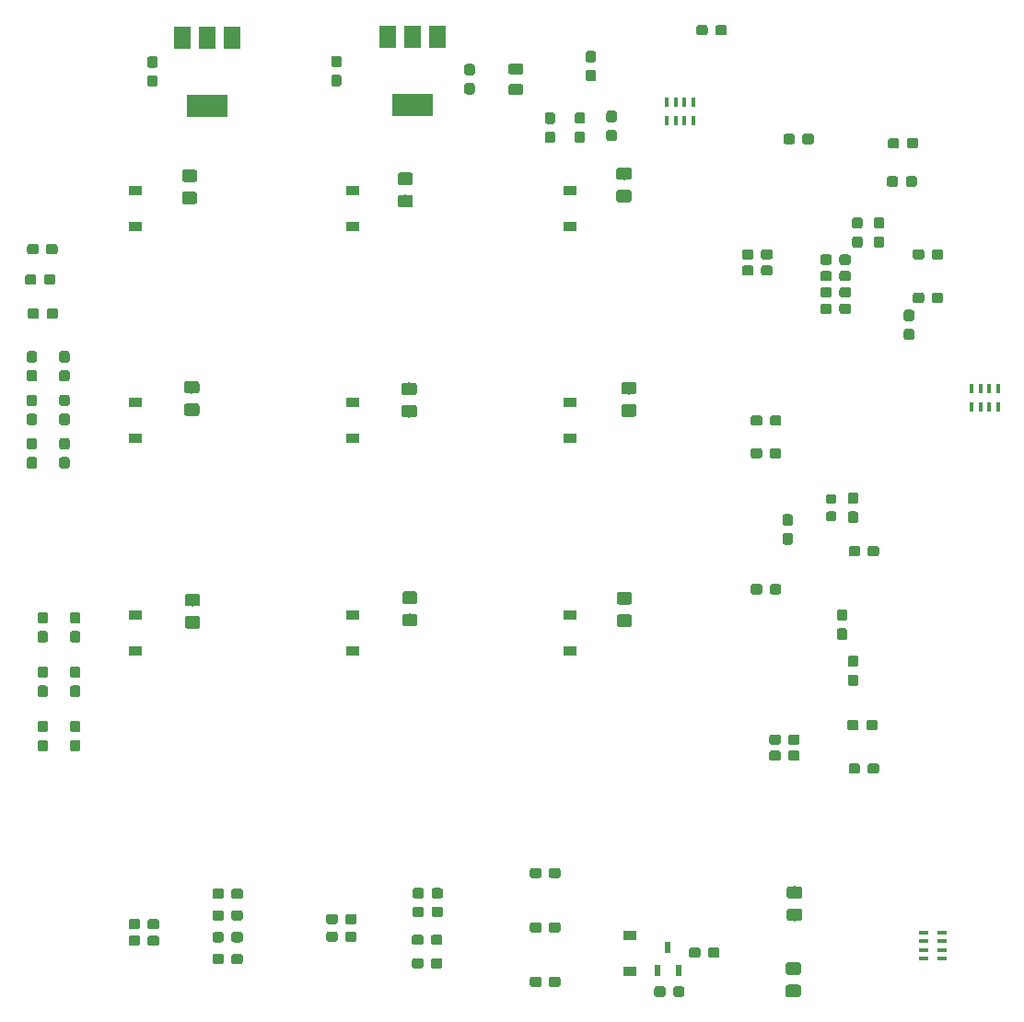
<source format=gbr>
G04 #@! TF.GenerationSoftware,KiCad,Pcbnew,5.1.2-f72e74a~84~ubuntu18.04.1*
G04 #@! TF.CreationDate,2019-06-06T17:17:49+08:00*
G04 #@! TF.ProjectId,stm32_aux_keyboard,73746d33-325f-4617-9578-5f6b6579626f,rev?*
G04 #@! TF.SameCoordinates,Original*
G04 #@! TF.FileFunction,Paste,Bot*
G04 #@! TF.FilePolarity,Positive*
%FSLAX46Y46*%
G04 Gerber Fmt 4.6, Leading zero omitted, Abs format (unit mm)*
G04 Created by KiCad (PCBNEW 5.1.2-f72e74a~84~ubuntu18.04.1) date 2019-06-06 17:17:49*
%MOMM*%
%LPD*%
G04 APERTURE LIST*
%ADD10R,0.900000X0.400000*%
%ADD11R,0.400000X0.900000*%
%ADD12C,0.100000*%
%ADD13C,0.950000*%
%ADD14C,1.150000*%
%ADD15C,0.875000*%
%ADD16R,1.500000X2.000000*%
%ADD17R,3.800000X2.000000*%
%ADD18C,0.975000*%
%ADD19R,0.600000X1.000000*%
%ADD20R,1.200000X0.900000*%
G04 APERTURE END LIST*
D10*
X104975000Y-107475000D03*
X104975000Y-106675000D03*
X104975000Y-105875000D03*
X104975000Y-105075000D03*
X106675000Y-107475000D03*
X106675000Y-105075000D03*
X106675000Y-106675000D03*
X106675000Y-105875000D03*
D11*
X111825000Y-56775000D03*
X111025000Y-56775000D03*
X110225000Y-56775000D03*
X109425000Y-56775000D03*
X111825000Y-55075000D03*
X109425000Y-55075000D03*
X111025000Y-55075000D03*
X110225000Y-55075000D03*
X83800000Y-30450000D03*
X83000000Y-30450000D03*
X82200000Y-30450000D03*
X81400000Y-30450000D03*
X83800000Y-28750000D03*
X81400000Y-28750000D03*
X83000000Y-28750000D03*
X82200000Y-28750000D03*
D12*
G36*
X70900779Y-29661144D02*
G01*
X70923834Y-29664563D01*
X70946443Y-29670227D01*
X70968387Y-29678079D01*
X70989457Y-29688044D01*
X71009448Y-29700026D01*
X71028168Y-29713910D01*
X71045438Y-29729562D01*
X71061090Y-29746832D01*
X71074974Y-29765552D01*
X71086956Y-29785543D01*
X71096921Y-29806613D01*
X71104773Y-29828557D01*
X71110437Y-29851166D01*
X71113856Y-29874221D01*
X71115000Y-29897500D01*
X71115000Y-30472500D01*
X71113856Y-30495779D01*
X71110437Y-30518834D01*
X71104773Y-30541443D01*
X71096921Y-30563387D01*
X71086956Y-30584457D01*
X71074974Y-30604448D01*
X71061090Y-30623168D01*
X71045438Y-30640438D01*
X71028168Y-30656090D01*
X71009448Y-30669974D01*
X70989457Y-30681956D01*
X70968387Y-30691921D01*
X70946443Y-30699773D01*
X70923834Y-30705437D01*
X70900779Y-30708856D01*
X70877500Y-30710000D01*
X70402500Y-30710000D01*
X70379221Y-30708856D01*
X70356166Y-30705437D01*
X70333557Y-30699773D01*
X70311613Y-30691921D01*
X70290543Y-30681956D01*
X70270552Y-30669974D01*
X70251832Y-30656090D01*
X70234562Y-30640438D01*
X70218910Y-30623168D01*
X70205026Y-30604448D01*
X70193044Y-30584457D01*
X70183079Y-30563387D01*
X70175227Y-30541443D01*
X70169563Y-30518834D01*
X70166144Y-30495779D01*
X70165000Y-30472500D01*
X70165000Y-29897500D01*
X70166144Y-29874221D01*
X70169563Y-29851166D01*
X70175227Y-29828557D01*
X70183079Y-29806613D01*
X70193044Y-29785543D01*
X70205026Y-29765552D01*
X70218910Y-29746832D01*
X70234562Y-29729562D01*
X70251832Y-29713910D01*
X70270552Y-29700026D01*
X70290543Y-29688044D01*
X70311613Y-29678079D01*
X70333557Y-29670227D01*
X70356166Y-29664563D01*
X70379221Y-29661144D01*
X70402500Y-29660000D01*
X70877500Y-29660000D01*
X70900779Y-29661144D01*
X70900779Y-29661144D01*
G37*
D13*
X70640000Y-30185000D03*
D12*
G36*
X70900779Y-31411144D02*
G01*
X70923834Y-31414563D01*
X70946443Y-31420227D01*
X70968387Y-31428079D01*
X70989457Y-31438044D01*
X71009448Y-31450026D01*
X71028168Y-31463910D01*
X71045438Y-31479562D01*
X71061090Y-31496832D01*
X71074974Y-31515552D01*
X71086956Y-31535543D01*
X71096921Y-31556613D01*
X71104773Y-31578557D01*
X71110437Y-31601166D01*
X71113856Y-31624221D01*
X71115000Y-31647500D01*
X71115000Y-32222500D01*
X71113856Y-32245779D01*
X71110437Y-32268834D01*
X71104773Y-32291443D01*
X71096921Y-32313387D01*
X71086956Y-32334457D01*
X71074974Y-32354448D01*
X71061090Y-32373168D01*
X71045438Y-32390438D01*
X71028168Y-32406090D01*
X71009448Y-32419974D01*
X70989457Y-32431956D01*
X70968387Y-32441921D01*
X70946443Y-32449773D01*
X70923834Y-32455437D01*
X70900779Y-32458856D01*
X70877500Y-32460000D01*
X70402500Y-32460000D01*
X70379221Y-32458856D01*
X70356166Y-32455437D01*
X70333557Y-32449773D01*
X70311613Y-32441921D01*
X70290543Y-32431956D01*
X70270552Y-32419974D01*
X70251832Y-32406090D01*
X70234562Y-32390438D01*
X70218910Y-32373168D01*
X70205026Y-32354448D01*
X70193044Y-32334457D01*
X70183079Y-32313387D01*
X70175227Y-32291443D01*
X70169563Y-32268834D01*
X70166144Y-32245779D01*
X70165000Y-32222500D01*
X70165000Y-31647500D01*
X70166144Y-31624221D01*
X70169563Y-31601166D01*
X70175227Y-31578557D01*
X70183079Y-31556613D01*
X70193044Y-31535543D01*
X70205026Y-31515552D01*
X70218910Y-31496832D01*
X70234562Y-31479562D01*
X70251832Y-31463910D01*
X70270552Y-31450026D01*
X70290543Y-31438044D01*
X70311613Y-31428079D01*
X70333557Y-31420227D01*
X70356166Y-31414563D01*
X70379221Y-31411144D01*
X70402500Y-31410000D01*
X70877500Y-31410000D01*
X70900779Y-31411144D01*
X70900779Y-31411144D01*
G37*
D13*
X70640000Y-31935000D03*
D12*
G36*
X74660779Y-24001144D02*
G01*
X74683834Y-24004563D01*
X74706443Y-24010227D01*
X74728387Y-24018079D01*
X74749457Y-24028044D01*
X74769448Y-24040026D01*
X74788168Y-24053910D01*
X74805438Y-24069562D01*
X74821090Y-24086832D01*
X74834974Y-24105552D01*
X74846956Y-24125543D01*
X74856921Y-24146613D01*
X74864773Y-24168557D01*
X74870437Y-24191166D01*
X74873856Y-24214221D01*
X74875000Y-24237500D01*
X74875000Y-24812500D01*
X74873856Y-24835779D01*
X74870437Y-24858834D01*
X74864773Y-24881443D01*
X74856921Y-24903387D01*
X74846956Y-24924457D01*
X74834974Y-24944448D01*
X74821090Y-24963168D01*
X74805438Y-24980438D01*
X74788168Y-24996090D01*
X74769448Y-25009974D01*
X74749457Y-25021956D01*
X74728387Y-25031921D01*
X74706443Y-25039773D01*
X74683834Y-25045437D01*
X74660779Y-25048856D01*
X74637500Y-25050000D01*
X74162500Y-25050000D01*
X74139221Y-25048856D01*
X74116166Y-25045437D01*
X74093557Y-25039773D01*
X74071613Y-25031921D01*
X74050543Y-25021956D01*
X74030552Y-25009974D01*
X74011832Y-24996090D01*
X73994562Y-24980438D01*
X73978910Y-24963168D01*
X73965026Y-24944448D01*
X73953044Y-24924457D01*
X73943079Y-24903387D01*
X73935227Y-24881443D01*
X73929563Y-24858834D01*
X73926144Y-24835779D01*
X73925000Y-24812500D01*
X73925000Y-24237500D01*
X73926144Y-24214221D01*
X73929563Y-24191166D01*
X73935227Y-24168557D01*
X73943079Y-24146613D01*
X73953044Y-24125543D01*
X73965026Y-24105552D01*
X73978910Y-24086832D01*
X73994562Y-24069562D01*
X74011832Y-24053910D01*
X74030552Y-24040026D01*
X74050543Y-24028044D01*
X74071613Y-24018079D01*
X74093557Y-24010227D01*
X74116166Y-24004563D01*
X74139221Y-24001144D01*
X74162500Y-24000000D01*
X74637500Y-24000000D01*
X74660779Y-24001144D01*
X74660779Y-24001144D01*
G37*
D13*
X74400000Y-24525000D03*
D12*
G36*
X74660779Y-25751144D02*
G01*
X74683834Y-25754563D01*
X74706443Y-25760227D01*
X74728387Y-25768079D01*
X74749457Y-25778044D01*
X74769448Y-25790026D01*
X74788168Y-25803910D01*
X74805438Y-25819562D01*
X74821090Y-25836832D01*
X74834974Y-25855552D01*
X74846956Y-25875543D01*
X74856921Y-25896613D01*
X74864773Y-25918557D01*
X74870437Y-25941166D01*
X74873856Y-25964221D01*
X74875000Y-25987500D01*
X74875000Y-26562500D01*
X74873856Y-26585779D01*
X74870437Y-26608834D01*
X74864773Y-26631443D01*
X74856921Y-26653387D01*
X74846956Y-26674457D01*
X74834974Y-26694448D01*
X74821090Y-26713168D01*
X74805438Y-26730438D01*
X74788168Y-26746090D01*
X74769448Y-26759974D01*
X74749457Y-26771956D01*
X74728387Y-26781921D01*
X74706443Y-26789773D01*
X74683834Y-26795437D01*
X74660779Y-26798856D01*
X74637500Y-26800000D01*
X74162500Y-26800000D01*
X74139221Y-26798856D01*
X74116166Y-26795437D01*
X74093557Y-26789773D01*
X74071613Y-26781921D01*
X74050543Y-26771956D01*
X74030552Y-26759974D01*
X74011832Y-26746090D01*
X73994562Y-26730438D01*
X73978910Y-26713168D01*
X73965026Y-26694448D01*
X73953044Y-26674457D01*
X73943079Y-26653387D01*
X73935227Y-26631443D01*
X73929563Y-26608834D01*
X73926144Y-26585779D01*
X73925000Y-26562500D01*
X73925000Y-25987500D01*
X73926144Y-25964221D01*
X73929563Y-25941166D01*
X73935227Y-25918557D01*
X73943079Y-25896613D01*
X73953044Y-25875543D01*
X73965026Y-25855552D01*
X73978910Y-25836832D01*
X73994562Y-25819562D01*
X74011832Y-25803910D01*
X74030552Y-25790026D01*
X74050543Y-25778044D01*
X74071613Y-25768079D01*
X74093557Y-25760227D01*
X74116166Y-25754563D01*
X74139221Y-25751144D01*
X74162500Y-25750000D01*
X74637500Y-25750000D01*
X74660779Y-25751144D01*
X74660779Y-25751144D01*
G37*
D13*
X74400000Y-26275000D03*
D12*
G36*
X25195779Y-47696144D02*
G01*
X25218834Y-47699563D01*
X25241443Y-47705227D01*
X25263387Y-47713079D01*
X25284457Y-47723044D01*
X25304448Y-47735026D01*
X25323168Y-47748910D01*
X25340438Y-47764562D01*
X25356090Y-47781832D01*
X25369974Y-47800552D01*
X25381956Y-47820543D01*
X25391921Y-47841613D01*
X25399773Y-47863557D01*
X25405437Y-47886166D01*
X25408856Y-47909221D01*
X25410000Y-47932500D01*
X25410000Y-48407500D01*
X25408856Y-48430779D01*
X25405437Y-48453834D01*
X25399773Y-48476443D01*
X25391921Y-48498387D01*
X25381956Y-48519457D01*
X25369974Y-48539448D01*
X25356090Y-48558168D01*
X25340438Y-48575438D01*
X25323168Y-48591090D01*
X25304448Y-48604974D01*
X25284457Y-48616956D01*
X25263387Y-48626921D01*
X25241443Y-48634773D01*
X25218834Y-48640437D01*
X25195779Y-48643856D01*
X25172500Y-48645000D01*
X24597500Y-48645000D01*
X24574221Y-48643856D01*
X24551166Y-48640437D01*
X24528557Y-48634773D01*
X24506613Y-48626921D01*
X24485543Y-48616956D01*
X24465552Y-48604974D01*
X24446832Y-48591090D01*
X24429562Y-48575438D01*
X24413910Y-48558168D01*
X24400026Y-48539448D01*
X24388044Y-48519457D01*
X24378079Y-48498387D01*
X24370227Y-48476443D01*
X24364563Y-48453834D01*
X24361144Y-48430779D01*
X24360000Y-48407500D01*
X24360000Y-47932500D01*
X24361144Y-47909221D01*
X24364563Y-47886166D01*
X24370227Y-47863557D01*
X24378079Y-47841613D01*
X24388044Y-47820543D01*
X24400026Y-47800552D01*
X24413910Y-47781832D01*
X24429562Y-47764562D01*
X24446832Y-47748910D01*
X24465552Y-47735026D01*
X24485543Y-47723044D01*
X24506613Y-47713079D01*
X24528557Y-47705227D01*
X24551166Y-47699563D01*
X24574221Y-47696144D01*
X24597500Y-47695000D01*
X25172500Y-47695000D01*
X25195779Y-47696144D01*
X25195779Y-47696144D01*
G37*
D13*
X24885000Y-48170000D03*
D12*
G36*
X23445779Y-47696144D02*
G01*
X23468834Y-47699563D01*
X23491443Y-47705227D01*
X23513387Y-47713079D01*
X23534457Y-47723044D01*
X23554448Y-47735026D01*
X23573168Y-47748910D01*
X23590438Y-47764562D01*
X23606090Y-47781832D01*
X23619974Y-47800552D01*
X23631956Y-47820543D01*
X23641921Y-47841613D01*
X23649773Y-47863557D01*
X23655437Y-47886166D01*
X23658856Y-47909221D01*
X23660000Y-47932500D01*
X23660000Y-48407500D01*
X23658856Y-48430779D01*
X23655437Y-48453834D01*
X23649773Y-48476443D01*
X23641921Y-48498387D01*
X23631956Y-48519457D01*
X23619974Y-48539448D01*
X23606090Y-48558168D01*
X23590438Y-48575438D01*
X23573168Y-48591090D01*
X23554448Y-48604974D01*
X23534457Y-48616956D01*
X23513387Y-48626921D01*
X23491443Y-48634773D01*
X23468834Y-48640437D01*
X23445779Y-48643856D01*
X23422500Y-48645000D01*
X22847500Y-48645000D01*
X22824221Y-48643856D01*
X22801166Y-48640437D01*
X22778557Y-48634773D01*
X22756613Y-48626921D01*
X22735543Y-48616956D01*
X22715552Y-48604974D01*
X22696832Y-48591090D01*
X22679562Y-48575438D01*
X22663910Y-48558168D01*
X22650026Y-48539448D01*
X22638044Y-48519457D01*
X22628079Y-48498387D01*
X22620227Y-48476443D01*
X22614563Y-48453834D01*
X22611144Y-48430779D01*
X22610000Y-48407500D01*
X22610000Y-47932500D01*
X22611144Y-47909221D01*
X22614563Y-47886166D01*
X22620227Y-47863557D01*
X22628079Y-47841613D01*
X22638044Y-47820543D01*
X22650026Y-47800552D01*
X22663910Y-47781832D01*
X22679562Y-47764562D01*
X22696832Y-47748910D01*
X22715552Y-47735026D01*
X22735543Y-47723044D01*
X22756613Y-47713079D01*
X22778557Y-47705227D01*
X22801166Y-47699563D01*
X22824221Y-47696144D01*
X22847500Y-47695000D01*
X23422500Y-47695000D01*
X23445779Y-47696144D01*
X23445779Y-47696144D01*
G37*
D13*
X23135000Y-48170000D03*
D12*
G36*
X24955779Y-44556144D02*
G01*
X24978834Y-44559563D01*
X25001443Y-44565227D01*
X25023387Y-44573079D01*
X25044457Y-44583044D01*
X25064448Y-44595026D01*
X25083168Y-44608910D01*
X25100438Y-44624562D01*
X25116090Y-44641832D01*
X25129974Y-44660552D01*
X25141956Y-44680543D01*
X25151921Y-44701613D01*
X25159773Y-44723557D01*
X25165437Y-44746166D01*
X25168856Y-44769221D01*
X25170000Y-44792500D01*
X25170000Y-45267500D01*
X25168856Y-45290779D01*
X25165437Y-45313834D01*
X25159773Y-45336443D01*
X25151921Y-45358387D01*
X25141956Y-45379457D01*
X25129974Y-45399448D01*
X25116090Y-45418168D01*
X25100438Y-45435438D01*
X25083168Y-45451090D01*
X25064448Y-45464974D01*
X25044457Y-45476956D01*
X25023387Y-45486921D01*
X25001443Y-45494773D01*
X24978834Y-45500437D01*
X24955779Y-45503856D01*
X24932500Y-45505000D01*
X24357500Y-45505000D01*
X24334221Y-45503856D01*
X24311166Y-45500437D01*
X24288557Y-45494773D01*
X24266613Y-45486921D01*
X24245543Y-45476956D01*
X24225552Y-45464974D01*
X24206832Y-45451090D01*
X24189562Y-45435438D01*
X24173910Y-45418168D01*
X24160026Y-45399448D01*
X24148044Y-45379457D01*
X24138079Y-45358387D01*
X24130227Y-45336443D01*
X24124563Y-45313834D01*
X24121144Y-45290779D01*
X24120000Y-45267500D01*
X24120000Y-44792500D01*
X24121144Y-44769221D01*
X24124563Y-44746166D01*
X24130227Y-44723557D01*
X24138079Y-44701613D01*
X24148044Y-44680543D01*
X24160026Y-44660552D01*
X24173910Y-44641832D01*
X24189562Y-44624562D01*
X24206832Y-44608910D01*
X24225552Y-44595026D01*
X24245543Y-44583044D01*
X24266613Y-44573079D01*
X24288557Y-44565227D01*
X24311166Y-44559563D01*
X24334221Y-44556144D01*
X24357500Y-44555000D01*
X24932500Y-44555000D01*
X24955779Y-44556144D01*
X24955779Y-44556144D01*
G37*
D13*
X24645000Y-45030000D03*
D12*
G36*
X23205779Y-44556144D02*
G01*
X23228834Y-44559563D01*
X23251443Y-44565227D01*
X23273387Y-44573079D01*
X23294457Y-44583044D01*
X23314448Y-44595026D01*
X23333168Y-44608910D01*
X23350438Y-44624562D01*
X23366090Y-44641832D01*
X23379974Y-44660552D01*
X23391956Y-44680543D01*
X23401921Y-44701613D01*
X23409773Y-44723557D01*
X23415437Y-44746166D01*
X23418856Y-44769221D01*
X23420000Y-44792500D01*
X23420000Y-45267500D01*
X23418856Y-45290779D01*
X23415437Y-45313834D01*
X23409773Y-45336443D01*
X23401921Y-45358387D01*
X23391956Y-45379457D01*
X23379974Y-45399448D01*
X23366090Y-45418168D01*
X23350438Y-45435438D01*
X23333168Y-45451090D01*
X23314448Y-45464974D01*
X23294457Y-45476956D01*
X23273387Y-45486921D01*
X23251443Y-45494773D01*
X23228834Y-45500437D01*
X23205779Y-45503856D01*
X23182500Y-45505000D01*
X22607500Y-45505000D01*
X22584221Y-45503856D01*
X22561166Y-45500437D01*
X22538557Y-45494773D01*
X22516613Y-45486921D01*
X22495543Y-45476956D01*
X22475552Y-45464974D01*
X22456832Y-45451090D01*
X22439562Y-45435438D01*
X22423910Y-45418168D01*
X22410026Y-45399448D01*
X22398044Y-45379457D01*
X22388079Y-45358387D01*
X22380227Y-45336443D01*
X22374563Y-45313834D01*
X22371144Y-45290779D01*
X22370000Y-45267500D01*
X22370000Y-44792500D01*
X22371144Y-44769221D01*
X22374563Y-44746166D01*
X22380227Y-44723557D01*
X22388079Y-44701613D01*
X22398044Y-44680543D01*
X22410026Y-44660552D01*
X22423910Y-44641832D01*
X22439562Y-44624562D01*
X22456832Y-44608910D01*
X22475552Y-44595026D01*
X22495543Y-44583044D01*
X22516613Y-44573079D01*
X22538557Y-44565227D01*
X22561166Y-44559563D01*
X22584221Y-44556144D01*
X22607500Y-44555000D01*
X23182500Y-44555000D01*
X23205779Y-44556144D01*
X23205779Y-44556144D01*
G37*
D13*
X22895000Y-45030000D03*
D12*
G36*
X25155779Y-41756144D02*
G01*
X25178834Y-41759563D01*
X25201443Y-41765227D01*
X25223387Y-41773079D01*
X25244457Y-41783044D01*
X25264448Y-41795026D01*
X25283168Y-41808910D01*
X25300438Y-41824562D01*
X25316090Y-41841832D01*
X25329974Y-41860552D01*
X25341956Y-41880543D01*
X25351921Y-41901613D01*
X25359773Y-41923557D01*
X25365437Y-41946166D01*
X25368856Y-41969221D01*
X25370000Y-41992500D01*
X25370000Y-42467500D01*
X25368856Y-42490779D01*
X25365437Y-42513834D01*
X25359773Y-42536443D01*
X25351921Y-42558387D01*
X25341956Y-42579457D01*
X25329974Y-42599448D01*
X25316090Y-42618168D01*
X25300438Y-42635438D01*
X25283168Y-42651090D01*
X25264448Y-42664974D01*
X25244457Y-42676956D01*
X25223387Y-42686921D01*
X25201443Y-42694773D01*
X25178834Y-42700437D01*
X25155779Y-42703856D01*
X25132500Y-42705000D01*
X24557500Y-42705000D01*
X24534221Y-42703856D01*
X24511166Y-42700437D01*
X24488557Y-42694773D01*
X24466613Y-42686921D01*
X24445543Y-42676956D01*
X24425552Y-42664974D01*
X24406832Y-42651090D01*
X24389562Y-42635438D01*
X24373910Y-42618168D01*
X24360026Y-42599448D01*
X24348044Y-42579457D01*
X24338079Y-42558387D01*
X24330227Y-42536443D01*
X24324563Y-42513834D01*
X24321144Y-42490779D01*
X24320000Y-42467500D01*
X24320000Y-41992500D01*
X24321144Y-41969221D01*
X24324563Y-41946166D01*
X24330227Y-41923557D01*
X24338079Y-41901613D01*
X24348044Y-41880543D01*
X24360026Y-41860552D01*
X24373910Y-41841832D01*
X24389562Y-41824562D01*
X24406832Y-41808910D01*
X24425552Y-41795026D01*
X24445543Y-41783044D01*
X24466613Y-41773079D01*
X24488557Y-41765227D01*
X24511166Y-41759563D01*
X24534221Y-41756144D01*
X24557500Y-41755000D01*
X25132500Y-41755000D01*
X25155779Y-41756144D01*
X25155779Y-41756144D01*
G37*
D13*
X24845000Y-42230000D03*
D12*
G36*
X23405779Y-41756144D02*
G01*
X23428834Y-41759563D01*
X23451443Y-41765227D01*
X23473387Y-41773079D01*
X23494457Y-41783044D01*
X23514448Y-41795026D01*
X23533168Y-41808910D01*
X23550438Y-41824562D01*
X23566090Y-41841832D01*
X23579974Y-41860552D01*
X23591956Y-41880543D01*
X23601921Y-41901613D01*
X23609773Y-41923557D01*
X23615437Y-41946166D01*
X23618856Y-41969221D01*
X23620000Y-41992500D01*
X23620000Y-42467500D01*
X23618856Y-42490779D01*
X23615437Y-42513834D01*
X23609773Y-42536443D01*
X23601921Y-42558387D01*
X23591956Y-42579457D01*
X23579974Y-42599448D01*
X23566090Y-42618168D01*
X23550438Y-42635438D01*
X23533168Y-42651090D01*
X23514448Y-42664974D01*
X23494457Y-42676956D01*
X23473387Y-42686921D01*
X23451443Y-42694773D01*
X23428834Y-42700437D01*
X23405779Y-42703856D01*
X23382500Y-42705000D01*
X22807500Y-42705000D01*
X22784221Y-42703856D01*
X22761166Y-42700437D01*
X22738557Y-42694773D01*
X22716613Y-42686921D01*
X22695543Y-42676956D01*
X22675552Y-42664974D01*
X22656832Y-42651090D01*
X22639562Y-42635438D01*
X22623910Y-42618168D01*
X22610026Y-42599448D01*
X22598044Y-42579457D01*
X22588079Y-42558387D01*
X22580227Y-42536443D01*
X22574563Y-42513834D01*
X22571144Y-42490779D01*
X22570000Y-42467500D01*
X22570000Y-41992500D01*
X22571144Y-41969221D01*
X22574563Y-41946166D01*
X22580227Y-41923557D01*
X22588079Y-41901613D01*
X22598044Y-41880543D01*
X22610026Y-41860552D01*
X22623910Y-41841832D01*
X22639562Y-41824562D01*
X22656832Y-41808910D01*
X22675552Y-41795026D01*
X22695543Y-41783044D01*
X22716613Y-41773079D01*
X22738557Y-41765227D01*
X22761166Y-41759563D01*
X22784221Y-41756144D01*
X22807500Y-41755000D01*
X23382500Y-41755000D01*
X23405779Y-41756144D01*
X23405779Y-41756144D01*
G37*
D13*
X23095000Y-42230000D03*
D12*
G36*
X93484505Y-107811204D02*
G01*
X93508773Y-107814804D01*
X93532572Y-107820765D01*
X93555671Y-107829030D01*
X93577850Y-107839520D01*
X93598893Y-107852132D01*
X93618599Y-107866747D01*
X93636777Y-107883223D01*
X93653253Y-107901401D01*
X93667868Y-107921107D01*
X93680480Y-107942150D01*
X93690970Y-107964329D01*
X93699235Y-107987428D01*
X93705196Y-108011227D01*
X93708796Y-108035495D01*
X93710000Y-108059999D01*
X93710000Y-108710001D01*
X93708796Y-108734505D01*
X93705196Y-108758773D01*
X93699235Y-108782572D01*
X93690970Y-108805671D01*
X93680480Y-108827850D01*
X93667868Y-108848893D01*
X93653253Y-108868599D01*
X93636777Y-108886777D01*
X93618599Y-108903253D01*
X93598893Y-108917868D01*
X93577850Y-108930480D01*
X93555671Y-108940970D01*
X93532572Y-108949235D01*
X93508773Y-108955196D01*
X93484505Y-108958796D01*
X93460001Y-108960000D01*
X92559999Y-108960000D01*
X92535495Y-108958796D01*
X92511227Y-108955196D01*
X92487428Y-108949235D01*
X92464329Y-108940970D01*
X92442150Y-108930480D01*
X92421107Y-108917868D01*
X92401401Y-108903253D01*
X92383223Y-108886777D01*
X92366747Y-108868599D01*
X92352132Y-108848893D01*
X92339520Y-108827850D01*
X92329030Y-108805671D01*
X92320765Y-108782572D01*
X92314804Y-108758773D01*
X92311204Y-108734505D01*
X92310000Y-108710001D01*
X92310000Y-108059999D01*
X92311204Y-108035495D01*
X92314804Y-108011227D01*
X92320765Y-107987428D01*
X92329030Y-107964329D01*
X92339520Y-107942150D01*
X92352132Y-107921107D01*
X92366747Y-107901401D01*
X92383223Y-107883223D01*
X92401401Y-107866747D01*
X92421107Y-107852132D01*
X92442150Y-107839520D01*
X92464329Y-107829030D01*
X92487428Y-107820765D01*
X92511227Y-107814804D01*
X92535495Y-107811204D01*
X92559999Y-107810000D01*
X93460001Y-107810000D01*
X93484505Y-107811204D01*
X93484505Y-107811204D01*
G37*
D14*
X93010000Y-108385000D03*
D12*
G36*
X93484505Y-109861204D02*
G01*
X93508773Y-109864804D01*
X93532572Y-109870765D01*
X93555671Y-109879030D01*
X93577850Y-109889520D01*
X93598893Y-109902132D01*
X93618599Y-109916747D01*
X93636777Y-109933223D01*
X93653253Y-109951401D01*
X93667868Y-109971107D01*
X93680480Y-109992150D01*
X93690970Y-110014329D01*
X93699235Y-110037428D01*
X93705196Y-110061227D01*
X93708796Y-110085495D01*
X93710000Y-110109999D01*
X93710000Y-110760001D01*
X93708796Y-110784505D01*
X93705196Y-110808773D01*
X93699235Y-110832572D01*
X93690970Y-110855671D01*
X93680480Y-110877850D01*
X93667868Y-110898893D01*
X93653253Y-110918599D01*
X93636777Y-110936777D01*
X93618599Y-110953253D01*
X93598893Y-110967868D01*
X93577850Y-110980480D01*
X93555671Y-110990970D01*
X93532572Y-110999235D01*
X93508773Y-111005196D01*
X93484505Y-111008796D01*
X93460001Y-111010000D01*
X92559999Y-111010000D01*
X92535495Y-111008796D01*
X92511227Y-111005196D01*
X92487428Y-110999235D01*
X92464329Y-110990970D01*
X92442150Y-110980480D01*
X92421107Y-110967868D01*
X92401401Y-110953253D01*
X92383223Y-110936777D01*
X92366747Y-110918599D01*
X92352132Y-110898893D01*
X92339520Y-110877850D01*
X92329030Y-110855671D01*
X92320765Y-110832572D01*
X92314804Y-110808773D01*
X92311204Y-110784505D01*
X92310000Y-110760001D01*
X92310000Y-110109999D01*
X92311204Y-110085495D01*
X92314804Y-110061227D01*
X92320765Y-110037428D01*
X92329030Y-110014329D01*
X92339520Y-109992150D01*
X92352132Y-109971107D01*
X92366747Y-109951401D01*
X92383223Y-109933223D01*
X92401401Y-109916747D01*
X92421107Y-109902132D01*
X92442150Y-109889520D01*
X92464329Y-109879030D01*
X92487428Y-109870765D01*
X92511227Y-109864804D01*
X92535495Y-109861204D01*
X92559999Y-109860000D01*
X93460001Y-109860000D01*
X93484505Y-109861204D01*
X93484505Y-109861204D01*
G37*
D14*
X93010000Y-110435000D03*
D12*
G36*
X93594505Y-100811204D02*
G01*
X93618773Y-100814804D01*
X93642572Y-100820765D01*
X93665671Y-100829030D01*
X93687850Y-100839520D01*
X93708893Y-100852132D01*
X93728599Y-100866747D01*
X93746777Y-100883223D01*
X93763253Y-100901401D01*
X93777868Y-100921107D01*
X93790480Y-100942150D01*
X93800970Y-100964329D01*
X93809235Y-100987428D01*
X93815196Y-101011227D01*
X93818796Y-101035495D01*
X93820000Y-101059999D01*
X93820000Y-101710001D01*
X93818796Y-101734505D01*
X93815196Y-101758773D01*
X93809235Y-101782572D01*
X93800970Y-101805671D01*
X93790480Y-101827850D01*
X93777868Y-101848893D01*
X93763253Y-101868599D01*
X93746777Y-101886777D01*
X93728599Y-101903253D01*
X93708893Y-101917868D01*
X93687850Y-101930480D01*
X93665671Y-101940970D01*
X93642572Y-101949235D01*
X93618773Y-101955196D01*
X93594505Y-101958796D01*
X93570001Y-101960000D01*
X92669999Y-101960000D01*
X92645495Y-101958796D01*
X92621227Y-101955196D01*
X92597428Y-101949235D01*
X92574329Y-101940970D01*
X92552150Y-101930480D01*
X92531107Y-101917868D01*
X92511401Y-101903253D01*
X92493223Y-101886777D01*
X92476747Y-101868599D01*
X92462132Y-101848893D01*
X92449520Y-101827850D01*
X92439030Y-101805671D01*
X92430765Y-101782572D01*
X92424804Y-101758773D01*
X92421204Y-101734505D01*
X92420000Y-101710001D01*
X92420000Y-101059999D01*
X92421204Y-101035495D01*
X92424804Y-101011227D01*
X92430765Y-100987428D01*
X92439030Y-100964329D01*
X92449520Y-100942150D01*
X92462132Y-100921107D01*
X92476747Y-100901401D01*
X92493223Y-100883223D01*
X92511401Y-100866747D01*
X92531107Y-100852132D01*
X92552150Y-100839520D01*
X92574329Y-100829030D01*
X92597428Y-100820765D01*
X92621227Y-100814804D01*
X92645495Y-100811204D01*
X92669999Y-100810000D01*
X93570001Y-100810000D01*
X93594505Y-100811204D01*
X93594505Y-100811204D01*
G37*
D14*
X93120000Y-101385000D03*
D12*
G36*
X93594505Y-102861204D02*
G01*
X93618773Y-102864804D01*
X93642572Y-102870765D01*
X93665671Y-102879030D01*
X93687850Y-102889520D01*
X93708893Y-102902132D01*
X93728599Y-102916747D01*
X93746777Y-102933223D01*
X93763253Y-102951401D01*
X93777868Y-102971107D01*
X93790480Y-102992150D01*
X93800970Y-103014329D01*
X93809235Y-103037428D01*
X93815196Y-103061227D01*
X93818796Y-103085495D01*
X93820000Y-103109999D01*
X93820000Y-103760001D01*
X93818796Y-103784505D01*
X93815196Y-103808773D01*
X93809235Y-103832572D01*
X93800970Y-103855671D01*
X93790480Y-103877850D01*
X93777868Y-103898893D01*
X93763253Y-103918599D01*
X93746777Y-103936777D01*
X93728599Y-103953253D01*
X93708893Y-103967868D01*
X93687850Y-103980480D01*
X93665671Y-103990970D01*
X93642572Y-103999235D01*
X93618773Y-104005196D01*
X93594505Y-104008796D01*
X93570001Y-104010000D01*
X92669999Y-104010000D01*
X92645495Y-104008796D01*
X92621227Y-104005196D01*
X92597428Y-103999235D01*
X92574329Y-103990970D01*
X92552150Y-103980480D01*
X92531107Y-103967868D01*
X92511401Y-103953253D01*
X92493223Y-103936777D01*
X92476747Y-103918599D01*
X92462132Y-103898893D01*
X92449520Y-103877850D01*
X92439030Y-103855671D01*
X92430765Y-103832572D01*
X92424804Y-103808773D01*
X92421204Y-103784505D01*
X92420000Y-103760001D01*
X92420000Y-103109999D01*
X92421204Y-103085495D01*
X92424804Y-103061227D01*
X92430765Y-103037428D01*
X92439030Y-103014329D01*
X92449520Y-102992150D01*
X92462132Y-102971107D01*
X92476747Y-102951401D01*
X92493223Y-102933223D01*
X92511401Y-102916747D01*
X92531107Y-102902132D01*
X92552150Y-102889520D01*
X92574329Y-102879030D01*
X92597428Y-102870765D01*
X92621227Y-102864804D01*
X92645495Y-102861204D01*
X92669999Y-102860000D01*
X93570001Y-102860000D01*
X93594505Y-102861204D01*
X93594505Y-102861204D01*
G37*
D14*
X93120000Y-103435000D03*
D12*
G36*
X77954505Y-73756204D02*
G01*
X77978773Y-73759804D01*
X78002572Y-73765765D01*
X78025671Y-73774030D01*
X78047850Y-73784520D01*
X78068893Y-73797132D01*
X78088599Y-73811747D01*
X78106777Y-73828223D01*
X78123253Y-73846401D01*
X78137868Y-73866107D01*
X78150480Y-73887150D01*
X78160970Y-73909329D01*
X78169235Y-73932428D01*
X78175196Y-73956227D01*
X78178796Y-73980495D01*
X78180000Y-74004999D01*
X78180000Y-74655001D01*
X78178796Y-74679505D01*
X78175196Y-74703773D01*
X78169235Y-74727572D01*
X78160970Y-74750671D01*
X78150480Y-74772850D01*
X78137868Y-74793893D01*
X78123253Y-74813599D01*
X78106777Y-74831777D01*
X78088599Y-74848253D01*
X78068893Y-74862868D01*
X78047850Y-74875480D01*
X78025671Y-74885970D01*
X78002572Y-74894235D01*
X77978773Y-74900196D01*
X77954505Y-74903796D01*
X77930001Y-74905000D01*
X77029999Y-74905000D01*
X77005495Y-74903796D01*
X76981227Y-74900196D01*
X76957428Y-74894235D01*
X76934329Y-74885970D01*
X76912150Y-74875480D01*
X76891107Y-74862868D01*
X76871401Y-74848253D01*
X76853223Y-74831777D01*
X76836747Y-74813599D01*
X76822132Y-74793893D01*
X76809520Y-74772850D01*
X76799030Y-74750671D01*
X76790765Y-74727572D01*
X76784804Y-74703773D01*
X76781204Y-74679505D01*
X76780000Y-74655001D01*
X76780000Y-74004999D01*
X76781204Y-73980495D01*
X76784804Y-73956227D01*
X76790765Y-73932428D01*
X76799030Y-73909329D01*
X76809520Y-73887150D01*
X76822132Y-73866107D01*
X76836747Y-73846401D01*
X76853223Y-73828223D01*
X76871401Y-73811747D01*
X76891107Y-73797132D01*
X76912150Y-73784520D01*
X76934329Y-73774030D01*
X76957428Y-73765765D01*
X76981227Y-73759804D01*
X77005495Y-73756204D01*
X77029999Y-73755000D01*
X77930001Y-73755000D01*
X77954505Y-73756204D01*
X77954505Y-73756204D01*
G37*
D14*
X77480000Y-74330000D03*
D12*
G36*
X77954505Y-75806204D02*
G01*
X77978773Y-75809804D01*
X78002572Y-75815765D01*
X78025671Y-75824030D01*
X78047850Y-75834520D01*
X78068893Y-75847132D01*
X78088599Y-75861747D01*
X78106777Y-75878223D01*
X78123253Y-75896401D01*
X78137868Y-75916107D01*
X78150480Y-75937150D01*
X78160970Y-75959329D01*
X78169235Y-75982428D01*
X78175196Y-76006227D01*
X78178796Y-76030495D01*
X78180000Y-76054999D01*
X78180000Y-76705001D01*
X78178796Y-76729505D01*
X78175196Y-76753773D01*
X78169235Y-76777572D01*
X78160970Y-76800671D01*
X78150480Y-76822850D01*
X78137868Y-76843893D01*
X78123253Y-76863599D01*
X78106777Y-76881777D01*
X78088599Y-76898253D01*
X78068893Y-76912868D01*
X78047850Y-76925480D01*
X78025671Y-76935970D01*
X78002572Y-76944235D01*
X77978773Y-76950196D01*
X77954505Y-76953796D01*
X77930001Y-76955000D01*
X77029999Y-76955000D01*
X77005495Y-76953796D01*
X76981227Y-76950196D01*
X76957428Y-76944235D01*
X76934329Y-76935970D01*
X76912150Y-76925480D01*
X76891107Y-76912868D01*
X76871401Y-76898253D01*
X76853223Y-76881777D01*
X76836747Y-76863599D01*
X76822132Y-76843893D01*
X76809520Y-76822850D01*
X76799030Y-76800671D01*
X76790765Y-76777572D01*
X76784804Y-76753773D01*
X76781204Y-76729505D01*
X76780000Y-76705001D01*
X76780000Y-76054999D01*
X76781204Y-76030495D01*
X76784804Y-76006227D01*
X76790765Y-75982428D01*
X76799030Y-75959329D01*
X76809520Y-75937150D01*
X76822132Y-75916107D01*
X76836747Y-75896401D01*
X76853223Y-75878223D01*
X76871401Y-75861747D01*
X76891107Y-75847132D01*
X76912150Y-75834520D01*
X76934329Y-75824030D01*
X76957428Y-75815765D01*
X76981227Y-75809804D01*
X77005495Y-75806204D01*
X77029999Y-75805000D01*
X77930001Y-75805000D01*
X77954505Y-75806204D01*
X77954505Y-75806204D01*
G37*
D14*
X77480000Y-76380000D03*
D12*
G36*
X58234505Y-73711204D02*
G01*
X58258773Y-73714804D01*
X58282572Y-73720765D01*
X58305671Y-73729030D01*
X58327850Y-73739520D01*
X58348893Y-73752132D01*
X58368599Y-73766747D01*
X58386777Y-73783223D01*
X58403253Y-73801401D01*
X58417868Y-73821107D01*
X58430480Y-73842150D01*
X58440970Y-73864329D01*
X58449235Y-73887428D01*
X58455196Y-73911227D01*
X58458796Y-73935495D01*
X58460000Y-73959999D01*
X58460000Y-74610001D01*
X58458796Y-74634505D01*
X58455196Y-74658773D01*
X58449235Y-74682572D01*
X58440970Y-74705671D01*
X58430480Y-74727850D01*
X58417868Y-74748893D01*
X58403253Y-74768599D01*
X58386777Y-74786777D01*
X58368599Y-74803253D01*
X58348893Y-74817868D01*
X58327850Y-74830480D01*
X58305671Y-74840970D01*
X58282572Y-74849235D01*
X58258773Y-74855196D01*
X58234505Y-74858796D01*
X58210001Y-74860000D01*
X57309999Y-74860000D01*
X57285495Y-74858796D01*
X57261227Y-74855196D01*
X57237428Y-74849235D01*
X57214329Y-74840970D01*
X57192150Y-74830480D01*
X57171107Y-74817868D01*
X57151401Y-74803253D01*
X57133223Y-74786777D01*
X57116747Y-74768599D01*
X57102132Y-74748893D01*
X57089520Y-74727850D01*
X57079030Y-74705671D01*
X57070765Y-74682572D01*
X57064804Y-74658773D01*
X57061204Y-74634505D01*
X57060000Y-74610001D01*
X57060000Y-73959999D01*
X57061204Y-73935495D01*
X57064804Y-73911227D01*
X57070765Y-73887428D01*
X57079030Y-73864329D01*
X57089520Y-73842150D01*
X57102132Y-73821107D01*
X57116747Y-73801401D01*
X57133223Y-73783223D01*
X57151401Y-73766747D01*
X57171107Y-73752132D01*
X57192150Y-73739520D01*
X57214329Y-73729030D01*
X57237428Y-73720765D01*
X57261227Y-73714804D01*
X57285495Y-73711204D01*
X57309999Y-73710000D01*
X58210001Y-73710000D01*
X58234505Y-73711204D01*
X58234505Y-73711204D01*
G37*
D14*
X57760000Y-74285000D03*
D12*
G36*
X58234505Y-75761204D02*
G01*
X58258773Y-75764804D01*
X58282572Y-75770765D01*
X58305671Y-75779030D01*
X58327850Y-75789520D01*
X58348893Y-75802132D01*
X58368599Y-75816747D01*
X58386777Y-75833223D01*
X58403253Y-75851401D01*
X58417868Y-75871107D01*
X58430480Y-75892150D01*
X58440970Y-75914329D01*
X58449235Y-75937428D01*
X58455196Y-75961227D01*
X58458796Y-75985495D01*
X58460000Y-76009999D01*
X58460000Y-76660001D01*
X58458796Y-76684505D01*
X58455196Y-76708773D01*
X58449235Y-76732572D01*
X58440970Y-76755671D01*
X58430480Y-76777850D01*
X58417868Y-76798893D01*
X58403253Y-76818599D01*
X58386777Y-76836777D01*
X58368599Y-76853253D01*
X58348893Y-76867868D01*
X58327850Y-76880480D01*
X58305671Y-76890970D01*
X58282572Y-76899235D01*
X58258773Y-76905196D01*
X58234505Y-76908796D01*
X58210001Y-76910000D01*
X57309999Y-76910000D01*
X57285495Y-76908796D01*
X57261227Y-76905196D01*
X57237428Y-76899235D01*
X57214329Y-76890970D01*
X57192150Y-76880480D01*
X57171107Y-76867868D01*
X57151401Y-76853253D01*
X57133223Y-76836777D01*
X57116747Y-76818599D01*
X57102132Y-76798893D01*
X57089520Y-76777850D01*
X57079030Y-76755671D01*
X57070765Y-76732572D01*
X57064804Y-76708773D01*
X57061204Y-76684505D01*
X57060000Y-76660001D01*
X57060000Y-76009999D01*
X57061204Y-75985495D01*
X57064804Y-75961227D01*
X57070765Y-75937428D01*
X57079030Y-75914329D01*
X57089520Y-75892150D01*
X57102132Y-75871107D01*
X57116747Y-75851401D01*
X57133223Y-75833223D01*
X57151401Y-75816747D01*
X57171107Y-75802132D01*
X57192150Y-75789520D01*
X57214329Y-75779030D01*
X57237428Y-75770765D01*
X57261227Y-75764804D01*
X57285495Y-75761204D01*
X57309999Y-75760000D01*
X58210001Y-75760000D01*
X58234505Y-75761204D01*
X58234505Y-75761204D01*
G37*
D14*
X57760000Y-76335000D03*
D12*
G36*
X38254505Y-73921204D02*
G01*
X38278773Y-73924804D01*
X38302572Y-73930765D01*
X38325671Y-73939030D01*
X38347850Y-73949520D01*
X38368893Y-73962132D01*
X38388599Y-73976747D01*
X38406777Y-73993223D01*
X38423253Y-74011401D01*
X38437868Y-74031107D01*
X38450480Y-74052150D01*
X38460970Y-74074329D01*
X38469235Y-74097428D01*
X38475196Y-74121227D01*
X38478796Y-74145495D01*
X38480000Y-74169999D01*
X38480000Y-74820001D01*
X38478796Y-74844505D01*
X38475196Y-74868773D01*
X38469235Y-74892572D01*
X38460970Y-74915671D01*
X38450480Y-74937850D01*
X38437868Y-74958893D01*
X38423253Y-74978599D01*
X38406777Y-74996777D01*
X38388599Y-75013253D01*
X38368893Y-75027868D01*
X38347850Y-75040480D01*
X38325671Y-75050970D01*
X38302572Y-75059235D01*
X38278773Y-75065196D01*
X38254505Y-75068796D01*
X38230001Y-75070000D01*
X37329999Y-75070000D01*
X37305495Y-75068796D01*
X37281227Y-75065196D01*
X37257428Y-75059235D01*
X37234329Y-75050970D01*
X37212150Y-75040480D01*
X37191107Y-75027868D01*
X37171401Y-75013253D01*
X37153223Y-74996777D01*
X37136747Y-74978599D01*
X37122132Y-74958893D01*
X37109520Y-74937850D01*
X37099030Y-74915671D01*
X37090765Y-74892572D01*
X37084804Y-74868773D01*
X37081204Y-74844505D01*
X37080000Y-74820001D01*
X37080000Y-74169999D01*
X37081204Y-74145495D01*
X37084804Y-74121227D01*
X37090765Y-74097428D01*
X37099030Y-74074329D01*
X37109520Y-74052150D01*
X37122132Y-74031107D01*
X37136747Y-74011401D01*
X37153223Y-73993223D01*
X37171401Y-73976747D01*
X37191107Y-73962132D01*
X37212150Y-73949520D01*
X37234329Y-73939030D01*
X37257428Y-73930765D01*
X37281227Y-73924804D01*
X37305495Y-73921204D01*
X37329999Y-73920000D01*
X38230001Y-73920000D01*
X38254505Y-73921204D01*
X38254505Y-73921204D01*
G37*
D14*
X37780000Y-74495000D03*
D12*
G36*
X38254505Y-75971204D02*
G01*
X38278773Y-75974804D01*
X38302572Y-75980765D01*
X38325671Y-75989030D01*
X38347850Y-75999520D01*
X38368893Y-76012132D01*
X38388599Y-76026747D01*
X38406777Y-76043223D01*
X38423253Y-76061401D01*
X38437868Y-76081107D01*
X38450480Y-76102150D01*
X38460970Y-76124329D01*
X38469235Y-76147428D01*
X38475196Y-76171227D01*
X38478796Y-76195495D01*
X38480000Y-76219999D01*
X38480000Y-76870001D01*
X38478796Y-76894505D01*
X38475196Y-76918773D01*
X38469235Y-76942572D01*
X38460970Y-76965671D01*
X38450480Y-76987850D01*
X38437868Y-77008893D01*
X38423253Y-77028599D01*
X38406777Y-77046777D01*
X38388599Y-77063253D01*
X38368893Y-77077868D01*
X38347850Y-77090480D01*
X38325671Y-77100970D01*
X38302572Y-77109235D01*
X38278773Y-77115196D01*
X38254505Y-77118796D01*
X38230001Y-77120000D01*
X37329999Y-77120000D01*
X37305495Y-77118796D01*
X37281227Y-77115196D01*
X37257428Y-77109235D01*
X37234329Y-77100970D01*
X37212150Y-77090480D01*
X37191107Y-77077868D01*
X37171401Y-77063253D01*
X37153223Y-77046777D01*
X37136747Y-77028599D01*
X37122132Y-77008893D01*
X37109520Y-76987850D01*
X37099030Y-76965671D01*
X37090765Y-76942572D01*
X37084804Y-76918773D01*
X37081204Y-76894505D01*
X37080000Y-76870001D01*
X37080000Y-76219999D01*
X37081204Y-76195495D01*
X37084804Y-76171227D01*
X37090765Y-76147428D01*
X37099030Y-76124329D01*
X37109520Y-76102150D01*
X37122132Y-76081107D01*
X37136747Y-76061401D01*
X37153223Y-76043223D01*
X37171401Y-76026747D01*
X37191107Y-76012132D01*
X37212150Y-75999520D01*
X37234329Y-75989030D01*
X37257428Y-75980765D01*
X37281227Y-75974804D01*
X37305495Y-75971204D01*
X37329999Y-75970000D01*
X38230001Y-75970000D01*
X38254505Y-75971204D01*
X38254505Y-75971204D01*
G37*
D14*
X37780000Y-76545000D03*
D12*
G36*
X78364505Y-54446204D02*
G01*
X78388773Y-54449804D01*
X78412572Y-54455765D01*
X78435671Y-54464030D01*
X78457850Y-54474520D01*
X78478893Y-54487132D01*
X78498599Y-54501747D01*
X78516777Y-54518223D01*
X78533253Y-54536401D01*
X78547868Y-54556107D01*
X78560480Y-54577150D01*
X78570970Y-54599329D01*
X78579235Y-54622428D01*
X78585196Y-54646227D01*
X78588796Y-54670495D01*
X78590000Y-54694999D01*
X78590000Y-55345001D01*
X78588796Y-55369505D01*
X78585196Y-55393773D01*
X78579235Y-55417572D01*
X78570970Y-55440671D01*
X78560480Y-55462850D01*
X78547868Y-55483893D01*
X78533253Y-55503599D01*
X78516777Y-55521777D01*
X78498599Y-55538253D01*
X78478893Y-55552868D01*
X78457850Y-55565480D01*
X78435671Y-55575970D01*
X78412572Y-55584235D01*
X78388773Y-55590196D01*
X78364505Y-55593796D01*
X78340001Y-55595000D01*
X77439999Y-55595000D01*
X77415495Y-55593796D01*
X77391227Y-55590196D01*
X77367428Y-55584235D01*
X77344329Y-55575970D01*
X77322150Y-55565480D01*
X77301107Y-55552868D01*
X77281401Y-55538253D01*
X77263223Y-55521777D01*
X77246747Y-55503599D01*
X77232132Y-55483893D01*
X77219520Y-55462850D01*
X77209030Y-55440671D01*
X77200765Y-55417572D01*
X77194804Y-55393773D01*
X77191204Y-55369505D01*
X77190000Y-55345001D01*
X77190000Y-54694999D01*
X77191204Y-54670495D01*
X77194804Y-54646227D01*
X77200765Y-54622428D01*
X77209030Y-54599329D01*
X77219520Y-54577150D01*
X77232132Y-54556107D01*
X77246747Y-54536401D01*
X77263223Y-54518223D01*
X77281401Y-54501747D01*
X77301107Y-54487132D01*
X77322150Y-54474520D01*
X77344329Y-54464030D01*
X77367428Y-54455765D01*
X77391227Y-54449804D01*
X77415495Y-54446204D01*
X77439999Y-54445000D01*
X78340001Y-54445000D01*
X78364505Y-54446204D01*
X78364505Y-54446204D01*
G37*
D14*
X77890000Y-55020000D03*
D12*
G36*
X78364505Y-56496204D02*
G01*
X78388773Y-56499804D01*
X78412572Y-56505765D01*
X78435671Y-56514030D01*
X78457850Y-56524520D01*
X78478893Y-56537132D01*
X78498599Y-56551747D01*
X78516777Y-56568223D01*
X78533253Y-56586401D01*
X78547868Y-56606107D01*
X78560480Y-56627150D01*
X78570970Y-56649329D01*
X78579235Y-56672428D01*
X78585196Y-56696227D01*
X78588796Y-56720495D01*
X78590000Y-56744999D01*
X78590000Y-57395001D01*
X78588796Y-57419505D01*
X78585196Y-57443773D01*
X78579235Y-57467572D01*
X78570970Y-57490671D01*
X78560480Y-57512850D01*
X78547868Y-57533893D01*
X78533253Y-57553599D01*
X78516777Y-57571777D01*
X78498599Y-57588253D01*
X78478893Y-57602868D01*
X78457850Y-57615480D01*
X78435671Y-57625970D01*
X78412572Y-57634235D01*
X78388773Y-57640196D01*
X78364505Y-57643796D01*
X78340001Y-57645000D01*
X77439999Y-57645000D01*
X77415495Y-57643796D01*
X77391227Y-57640196D01*
X77367428Y-57634235D01*
X77344329Y-57625970D01*
X77322150Y-57615480D01*
X77301107Y-57602868D01*
X77281401Y-57588253D01*
X77263223Y-57571777D01*
X77246747Y-57553599D01*
X77232132Y-57533893D01*
X77219520Y-57512850D01*
X77209030Y-57490671D01*
X77200765Y-57467572D01*
X77194804Y-57443773D01*
X77191204Y-57419505D01*
X77190000Y-57395001D01*
X77190000Y-56744999D01*
X77191204Y-56720495D01*
X77194804Y-56696227D01*
X77200765Y-56672428D01*
X77209030Y-56649329D01*
X77219520Y-56627150D01*
X77232132Y-56606107D01*
X77246747Y-56586401D01*
X77263223Y-56568223D01*
X77281401Y-56551747D01*
X77301107Y-56537132D01*
X77322150Y-56524520D01*
X77344329Y-56514030D01*
X77367428Y-56505765D01*
X77391227Y-56499804D01*
X77415495Y-56496204D01*
X77439999Y-56495000D01*
X78340001Y-56495000D01*
X78364505Y-56496204D01*
X78364505Y-56496204D01*
G37*
D14*
X77890000Y-57070000D03*
D12*
G36*
X58174505Y-54501204D02*
G01*
X58198773Y-54504804D01*
X58222572Y-54510765D01*
X58245671Y-54519030D01*
X58267850Y-54529520D01*
X58288893Y-54542132D01*
X58308599Y-54556747D01*
X58326777Y-54573223D01*
X58343253Y-54591401D01*
X58357868Y-54611107D01*
X58370480Y-54632150D01*
X58380970Y-54654329D01*
X58389235Y-54677428D01*
X58395196Y-54701227D01*
X58398796Y-54725495D01*
X58400000Y-54749999D01*
X58400000Y-55400001D01*
X58398796Y-55424505D01*
X58395196Y-55448773D01*
X58389235Y-55472572D01*
X58380970Y-55495671D01*
X58370480Y-55517850D01*
X58357868Y-55538893D01*
X58343253Y-55558599D01*
X58326777Y-55576777D01*
X58308599Y-55593253D01*
X58288893Y-55607868D01*
X58267850Y-55620480D01*
X58245671Y-55630970D01*
X58222572Y-55639235D01*
X58198773Y-55645196D01*
X58174505Y-55648796D01*
X58150001Y-55650000D01*
X57249999Y-55650000D01*
X57225495Y-55648796D01*
X57201227Y-55645196D01*
X57177428Y-55639235D01*
X57154329Y-55630970D01*
X57132150Y-55620480D01*
X57111107Y-55607868D01*
X57091401Y-55593253D01*
X57073223Y-55576777D01*
X57056747Y-55558599D01*
X57042132Y-55538893D01*
X57029520Y-55517850D01*
X57019030Y-55495671D01*
X57010765Y-55472572D01*
X57004804Y-55448773D01*
X57001204Y-55424505D01*
X57000000Y-55400001D01*
X57000000Y-54749999D01*
X57001204Y-54725495D01*
X57004804Y-54701227D01*
X57010765Y-54677428D01*
X57019030Y-54654329D01*
X57029520Y-54632150D01*
X57042132Y-54611107D01*
X57056747Y-54591401D01*
X57073223Y-54573223D01*
X57091401Y-54556747D01*
X57111107Y-54542132D01*
X57132150Y-54529520D01*
X57154329Y-54519030D01*
X57177428Y-54510765D01*
X57201227Y-54504804D01*
X57225495Y-54501204D01*
X57249999Y-54500000D01*
X58150001Y-54500000D01*
X58174505Y-54501204D01*
X58174505Y-54501204D01*
G37*
D14*
X57700000Y-55075000D03*
D12*
G36*
X58174505Y-56551204D02*
G01*
X58198773Y-56554804D01*
X58222572Y-56560765D01*
X58245671Y-56569030D01*
X58267850Y-56579520D01*
X58288893Y-56592132D01*
X58308599Y-56606747D01*
X58326777Y-56623223D01*
X58343253Y-56641401D01*
X58357868Y-56661107D01*
X58370480Y-56682150D01*
X58380970Y-56704329D01*
X58389235Y-56727428D01*
X58395196Y-56751227D01*
X58398796Y-56775495D01*
X58400000Y-56799999D01*
X58400000Y-57450001D01*
X58398796Y-57474505D01*
X58395196Y-57498773D01*
X58389235Y-57522572D01*
X58380970Y-57545671D01*
X58370480Y-57567850D01*
X58357868Y-57588893D01*
X58343253Y-57608599D01*
X58326777Y-57626777D01*
X58308599Y-57643253D01*
X58288893Y-57657868D01*
X58267850Y-57670480D01*
X58245671Y-57680970D01*
X58222572Y-57689235D01*
X58198773Y-57695196D01*
X58174505Y-57698796D01*
X58150001Y-57700000D01*
X57249999Y-57700000D01*
X57225495Y-57698796D01*
X57201227Y-57695196D01*
X57177428Y-57689235D01*
X57154329Y-57680970D01*
X57132150Y-57670480D01*
X57111107Y-57657868D01*
X57091401Y-57643253D01*
X57073223Y-57626777D01*
X57056747Y-57608599D01*
X57042132Y-57588893D01*
X57029520Y-57567850D01*
X57019030Y-57545671D01*
X57010765Y-57522572D01*
X57004804Y-57498773D01*
X57001204Y-57474505D01*
X57000000Y-57450001D01*
X57000000Y-56799999D01*
X57001204Y-56775495D01*
X57004804Y-56751227D01*
X57010765Y-56727428D01*
X57019030Y-56704329D01*
X57029520Y-56682150D01*
X57042132Y-56661107D01*
X57056747Y-56641401D01*
X57073223Y-56623223D01*
X57091401Y-56606747D01*
X57111107Y-56592132D01*
X57132150Y-56579520D01*
X57154329Y-56569030D01*
X57177428Y-56560765D01*
X57201227Y-56554804D01*
X57225495Y-56551204D01*
X57249999Y-56550000D01*
X58150001Y-56550000D01*
X58174505Y-56551204D01*
X58174505Y-56551204D01*
G37*
D14*
X57700000Y-57125000D03*
D12*
G36*
X38184505Y-54361204D02*
G01*
X38208773Y-54364804D01*
X38232572Y-54370765D01*
X38255671Y-54379030D01*
X38277850Y-54389520D01*
X38298893Y-54402132D01*
X38318599Y-54416747D01*
X38336777Y-54433223D01*
X38353253Y-54451401D01*
X38367868Y-54471107D01*
X38380480Y-54492150D01*
X38390970Y-54514329D01*
X38399235Y-54537428D01*
X38405196Y-54561227D01*
X38408796Y-54585495D01*
X38410000Y-54609999D01*
X38410000Y-55260001D01*
X38408796Y-55284505D01*
X38405196Y-55308773D01*
X38399235Y-55332572D01*
X38390970Y-55355671D01*
X38380480Y-55377850D01*
X38367868Y-55398893D01*
X38353253Y-55418599D01*
X38336777Y-55436777D01*
X38318599Y-55453253D01*
X38298893Y-55467868D01*
X38277850Y-55480480D01*
X38255671Y-55490970D01*
X38232572Y-55499235D01*
X38208773Y-55505196D01*
X38184505Y-55508796D01*
X38160001Y-55510000D01*
X37259999Y-55510000D01*
X37235495Y-55508796D01*
X37211227Y-55505196D01*
X37187428Y-55499235D01*
X37164329Y-55490970D01*
X37142150Y-55480480D01*
X37121107Y-55467868D01*
X37101401Y-55453253D01*
X37083223Y-55436777D01*
X37066747Y-55418599D01*
X37052132Y-55398893D01*
X37039520Y-55377850D01*
X37029030Y-55355671D01*
X37020765Y-55332572D01*
X37014804Y-55308773D01*
X37011204Y-55284505D01*
X37010000Y-55260001D01*
X37010000Y-54609999D01*
X37011204Y-54585495D01*
X37014804Y-54561227D01*
X37020765Y-54537428D01*
X37029030Y-54514329D01*
X37039520Y-54492150D01*
X37052132Y-54471107D01*
X37066747Y-54451401D01*
X37083223Y-54433223D01*
X37101401Y-54416747D01*
X37121107Y-54402132D01*
X37142150Y-54389520D01*
X37164329Y-54379030D01*
X37187428Y-54370765D01*
X37211227Y-54364804D01*
X37235495Y-54361204D01*
X37259999Y-54360000D01*
X38160001Y-54360000D01*
X38184505Y-54361204D01*
X38184505Y-54361204D01*
G37*
D14*
X37710000Y-54935000D03*
D12*
G36*
X38184505Y-56411204D02*
G01*
X38208773Y-56414804D01*
X38232572Y-56420765D01*
X38255671Y-56429030D01*
X38277850Y-56439520D01*
X38298893Y-56452132D01*
X38318599Y-56466747D01*
X38336777Y-56483223D01*
X38353253Y-56501401D01*
X38367868Y-56521107D01*
X38380480Y-56542150D01*
X38390970Y-56564329D01*
X38399235Y-56587428D01*
X38405196Y-56611227D01*
X38408796Y-56635495D01*
X38410000Y-56659999D01*
X38410000Y-57310001D01*
X38408796Y-57334505D01*
X38405196Y-57358773D01*
X38399235Y-57382572D01*
X38390970Y-57405671D01*
X38380480Y-57427850D01*
X38367868Y-57448893D01*
X38353253Y-57468599D01*
X38336777Y-57486777D01*
X38318599Y-57503253D01*
X38298893Y-57517868D01*
X38277850Y-57530480D01*
X38255671Y-57540970D01*
X38232572Y-57549235D01*
X38208773Y-57555196D01*
X38184505Y-57558796D01*
X38160001Y-57560000D01*
X37259999Y-57560000D01*
X37235495Y-57558796D01*
X37211227Y-57555196D01*
X37187428Y-57549235D01*
X37164329Y-57540970D01*
X37142150Y-57530480D01*
X37121107Y-57517868D01*
X37101401Y-57503253D01*
X37083223Y-57486777D01*
X37066747Y-57468599D01*
X37052132Y-57448893D01*
X37039520Y-57427850D01*
X37029030Y-57405671D01*
X37020765Y-57382572D01*
X37014804Y-57358773D01*
X37011204Y-57334505D01*
X37010000Y-57310001D01*
X37010000Y-56659999D01*
X37011204Y-56635495D01*
X37014804Y-56611227D01*
X37020765Y-56587428D01*
X37029030Y-56564329D01*
X37039520Y-56542150D01*
X37052132Y-56521107D01*
X37066747Y-56501401D01*
X37083223Y-56483223D01*
X37101401Y-56466747D01*
X37121107Y-56452132D01*
X37142150Y-56439520D01*
X37164329Y-56429030D01*
X37187428Y-56420765D01*
X37211227Y-56414804D01*
X37235495Y-56411204D01*
X37259999Y-56410000D01*
X38160001Y-56410000D01*
X38184505Y-56411204D01*
X38184505Y-56411204D01*
G37*
D14*
X37710000Y-56985000D03*
D12*
G36*
X77924505Y-34716204D02*
G01*
X77948773Y-34719804D01*
X77972572Y-34725765D01*
X77995671Y-34734030D01*
X78017850Y-34744520D01*
X78038893Y-34757132D01*
X78058599Y-34771747D01*
X78076777Y-34788223D01*
X78093253Y-34806401D01*
X78107868Y-34826107D01*
X78120480Y-34847150D01*
X78130970Y-34869329D01*
X78139235Y-34892428D01*
X78145196Y-34916227D01*
X78148796Y-34940495D01*
X78150000Y-34964999D01*
X78150000Y-35615001D01*
X78148796Y-35639505D01*
X78145196Y-35663773D01*
X78139235Y-35687572D01*
X78130970Y-35710671D01*
X78120480Y-35732850D01*
X78107868Y-35753893D01*
X78093253Y-35773599D01*
X78076777Y-35791777D01*
X78058599Y-35808253D01*
X78038893Y-35822868D01*
X78017850Y-35835480D01*
X77995671Y-35845970D01*
X77972572Y-35854235D01*
X77948773Y-35860196D01*
X77924505Y-35863796D01*
X77900001Y-35865000D01*
X76999999Y-35865000D01*
X76975495Y-35863796D01*
X76951227Y-35860196D01*
X76927428Y-35854235D01*
X76904329Y-35845970D01*
X76882150Y-35835480D01*
X76861107Y-35822868D01*
X76841401Y-35808253D01*
X76823223Y-35791777D01*
X76806747Y-35773599D01*
X76792132Y-35753893D01*
X76779520Y-35732850D01*
X76769030Y-35710671D01*
X76760765Y-35687572D01*
X76754804Y-35663773D01*
X76751204Y-35639505D01*
X76750000Y-35615001D01*
X76750000Y-34964999D01*
X76751204Y-34940495D01*
X76754804Y-34916227D01*
X76760765Y-34892428D01*
X76769030Y-34869329D01*
X76779520Y-34847150D01*
X76792132Y-34826107D01*
X76806747Y-34806401D01*
X76823223Y-34788223D01*
X76841401Y-34771747D01*
X76861107Y-34757132D01*
X76882150Y-34744520D01*
X76904329Y-34734030D01*
X76927428Y-34725765D01*
X76951227Y-34719804D01*
X76975495Y-34716204D01*
X76999999Y-34715000D01*
X77900001Y-34715000D01*
X77924505Y-34716204D01*
X77924505Y-34716204D01*
G37*
D14*
X77450000Y-35290000D03*
D12*
G36*
X77924505Y-36766204D02*
G01*
X77948773Y-36769804D01*
X77972572Y-36775765D01*
X77995671Y-36784030D01*
X78017850Y-36794520D01*
X78038893Y-36807132D01*
X78058599Y-36821747D01*
X78076777Y-36838223D01*
X78093253Y-36856401D01*
X78107868Y-36876107D01*
X78120480Y-36897150D01*
X78130970Y-36919329D01*
X78139235Y-36942428D01*
X78145196Y-36966227D01*
X78148796Y-36990495D01*
X78150000Y-37014999D01*
X78150000Y-37665001D01*
X78148796Y-37689505D01*
X78145196Y-37713773D01*
X78139235Y-37737572D01*
X78130970Y-37760671D01*
X78120480Y-37782850D01*
X78107868Y-37803893D01*
X78093253Y-37823599D01*
X78076777Y-37841777D01*
X78058599Y-37858253D01*
X78038893Y-37872868D01*
X78017850Y-37885480D01*
X77995671Y-37895970D01*
X77972572Y-37904235D01*
X77948773Y-37910196D01*
X77924505Y-37913796D01*
X77900001Y-37915000D01*
X76999999Y-37915000D01*
X76975495Y-37913796D01*
X76951227Y-37910196D01*
X76927428Y-37904235D01*
X76904329Y-37895970D01*
X76882150Y-37885480D01*
X76861107Y-37872868D01*
X76841401Y-37858253D01*
X76823223Y-37841777D01*
X76806747Y-37823599D01*
X76792132Y-37803893D01*
X76779520Y-37782850D01*
X76769030Y-37760671D01*
X76760765Y-37737572D01*
X76754804Y-37713773D01*
X76751204Y-37689505D01*
X76750000Y-37665001D01*
X76750000Y-37014999D01*
X76751204Y-36990495D01*
X76754804Y-36966227D01*
X76760765Y-36942428D01*
X76769030Y-36919329D01*
X76779520Y-36897150D01*
X76792132Y-36876107D01*
X76806747Y-36856401D01*
X76823223Y-36838223D01*
X76841401Y-36821747D01*
X76861107Y-36807132D01*
X76882150Y-36794520D01*
X76904329Y-36784030D01*
X76927428Y-36775765D01*
X76951227Y-36769804D01*
X76975495Y-36766204D01*
X76999999Y-36765000D01*
X77900001Y-36765000D01*
X77924505Y-36766204D01*
X77924505Y-36766204D01*
G37*
D14*
X77450000Y-37340000D03*
D12*
G36*
X57814505Y-35186204D02*
G01*
X57838773Y-35189804D01*
X57862572Y-35195765D01*
X57885671Y-35204030D01*
X57907850Y-35214520D01*
X57928893Y-35227132D01*
X57948599Y-35241747D01*
X57966777Y-35258223D01*
X57983253Y-35276401D01*
X57997868Y-35296107D01*
X58010480Y-35317150D01*
X58020970Y-35339329D01*
X58029235Y-35362428D01*
X58035196Y-35386227D01*
X58038796Y-35410495D01*
X58040000Y-35434999D01*
X58040000Y-36085001D01*
X58038796Y-36109505D01*
X58035196Y-36133773D01*
X58029235Y-36157572D01*
X58020970Y-36180671D01*
X58010480Y-36202850D01*
X57997868Y-36223893D01*
X57983253Y-36243599D01*
X57966777Y-36261777D01*
X57948599Y-36278253D01*
X57928893Y-36292868D01*
X57907850Y-36305480D01*
X57885671Y-36315970D01*
X57862572Y-36324235D01*
X57838773Y-36330196D01*
X57814505Y-36333796D01*
X57790001Y-36335000D01*
X56889999Y-36335000D01*
X56865495Y-36333796D01*
X56841227Y-36330196D01*
X56817428Y-36324235D01*
X56794329Y-36315970D01*
X56772150Y-36305480D01*
X56751107Y-36292868D01*
X56731401Y-36278253D01*
X56713223Y-36261777D01*
X56696747Y-36243599D01*
X56682132Y-36223893D01*
X56669520Y-36202850D01*
X56659030Y-36180671D01*
X56650765Y-36157572D01*
X56644804Y-36133773D01*
X56641204Y-36109505D01*
X56640000Y-36085001D01*
X56640000Y-35434999D01*
X56641204Y-35410495D01*
X56644804Y-35386227D01*
X56650765Y-35362428D01*
X56659030Y-35339329D01*
X56669520Y-35317150D01*
X56682132Y-35296107D01*
X56696747Y-35276401D01*
X56713223Y-35258223D01*
X56731401Y-35241747D01*
X56751107Y-35227132D01*
X56772150Y-35214520D01*
X56794329Y-35204030D01*
X56817428Y-35195765D01*
X56841227Y-35189804D01*
X56865495Y-35186204D01*
X56889999Y-35185000D01*
X57790001Y-35185000D01*
X57814505Y-35186204D01*
X57814505Y-35186204D01*
G37*
D14*
X57340000Y-35760000D03*
D12*
G36*
X57814505Y-37236204D02*
G01*
X57838773Y-37239804D01*
X57862572Y-37245765D01*
X57885671Y-37254030D01*
X57907850Y-37264520D01*
X57928893Y-37277132D01*
X57948599Y-37291747D01*
X57966777Y-37308223D01*
X57983253Y-37326401D01*
X57997868Y-37346107D01*
X58010480Y-37367150D01*
X58020970Y-37389329D01*
X58029235Y-37412428D01*
X58035196Y-37436227D01*
X58038796Y-37460495D01*
X58040000Y-37484999D01*
X58040000Y-38135001D01*
X58038796Y-38159505D01*
X58035196Y-38183773D01*
X58029235Y-38207572D01*
X58020970Y-38230671D01*
X58010480Y-38252850D01*
X57997868Y-38273893D01*
X57983253Y-38293599D01*
X57966777Y-38311777D01*
X57948599Y-38328253D01*
X57928893Y-38342868D01*
X57907850Y-38355480D01*
X57885671Y-38365970D01*
X57862572Y-38374235D01*
X57838773Y-38380196D01*
X57814505Y-38383796D01*
X57790001Y-38385000D01*
X56889999Y-38385000D01*
X56865495Y-38383796D01*
X56841227Y-38380196D01*
X56817428Y-38374235D01*
X56794329Y-38365970D01*
X56772150Y-38355480D01*
X56751107Y-38342868D01*
X56731401Y-38328253D01*
X56713223Y-38311777D01*
X56696747Y-38293599D01*
X56682132Y-38273893D01*
X56669520Y-38252850D01*
X56659030Y-38230671D01*
X56650765Y-38207572D01*
X56644804Y-38183773D01*
X56641204Y-38159505D01*
X56640000Y-38135001D01*
X56640000Y-37484999D01*
X56641204Y-37460495D01*
X56644804Y-37436227D01*
X56650765Y-37412428D01*
X56659030Y-37389329D01*
X56669520Y-37367150D01*
X56682132Y-37346107D01*
X56696747Y-37326401D01*
X56713223Y-37308223D01*
X56731401Y-37291747D01*
X56751107Y-37277132D01*
X56772150Y-37264520D01*
X56794329Y-37254030D01*
X56817428Y-37245765D01*
X56841227Y-37239804D01*
X56865495Y-37236204D01*
X56889999Y-37235000D01*
X57790001Y-37235000D01*
X57814505Y-37236204D01*
X57814505Y-37236204D01*
G37*
D14*
X57340000Y-37810000D03*
D12*
G36*
X37974505Y-34901204D02*
G01*
X37998773Y-34904804D01*
X38022572Y-34910765D01*
X38045671Y-34919030D01*
X38067850Y-34929520D01*
X38088893Y-34942132D01*
X38108599Y-34956747D01*
X38126777Y-34973223D01*
X38143253Y-34991401D01*
X38157868Y-35011107D01*
X38170480Y-35032150D01*
X38180970Y-35054329D01*
X38189235Y-35077428D01*
X38195196Y-35101227D01*
X38198796Y-35125495D01*
X38200000Y-35149999D01*
X38200000Y-35800001D01*
X38198796Y-35824505D01*
X38195196Y-35848773D01*
X38189235Y-35872572D01*
X38180970Y-35895671D01*
X38170480Y-35917850D01*
X38157868Y-35938893D01*
X38143253Y-35958599D01*
X38126777Y-35976777D01*
X38108599Y-35993253D01*
X38088893Y-36007868D01*
X38067850Y-36020480D01*
X38045671Y-36030970D01*
X38022572Y-36039235D01*
X37998773Y-36045196D01*
X37974505Y-36048796D01*
X37950001Y-36050000D01*
X37049999Y-36050000D01*
X37025495Y-36048796D01*
X37001227Y-36045196D01*
X36977428Y-36039235D01*
X36954329Y-36030970D01*
X36932150Y-36020480D01*
X36911107Y-36007868D01*
X36891401Y-35993253D01*
X36873223Y-35976777D01*
X36856747Y-35958599D01*
X36842132Y-35938893D01*
X36829520Y-35917850D01*
X36819030Y-35895671D01*
X36810765Y-35872572D01*
X36804804Y-35848773D01*
X36801204Y-35824505D01*
X36800000Y-35800001D01*
X36800000Y-35149999D01*
X36801204Y-35125495D01*
X36804804Y-35101227D01*
X36810765Y-35077428D01*
X36819030Y-35054329D01*
X36829520Y-35032150D01*
X36842132Y-35011107D01*
X36856747Y-34991401D01*
X36873223Y-34973223D01*
X36891401Y-34956747D01*
X36911107Y-34942132D01*
X36932150Y-34929520D01*
X36954329Y-34919030D01*
X36977428Y-34910765D01*
X37001227Y-34904804D01*
X37025495Y-34901204D01*
X37049999Y-34900000D01*
X37950001Y-34900000D01*
X37974505Y-34901204D01*
X37974505Y-34901204D01*
G37*
D14*
X37500000Y-35475000D03*
D12*
G36*
X37974505Y-36951204D02*
G01*
X37998773Y-36954804D01*
X38022572Y-36960765D01*
X38045671Y-36969030D01*
X38067850Y-36979520D01*
X38088893Y-36992132D01*
X38108599Y-37006747D01*
X38126777Y-37023223D01*
X38143253Y-37041401D01*
X38157868Y-37061107D01*
X38170480Y-37082150D01*
X38180970Y-37104329D01*
X38189235Y-37127428D01*
X38195196Y-37151227D01*
X38198796Y-37175495D01*
X38200000Y-37199999D01*
X38200000Y-37850001D01*
X38198796Y-37874505D01*
X38195196Y-37898773D01*
X38189235Y-37922572D01*
X38180970Y-37945671D01*
X38170480Y-37967850D01*
X38157868Y-37988893D01*
X38143253Y-38008599D01*
X38126777Y-38026777D01*
X38108599Y-38043253D01*
X38088893Y-38057868D01*
X38067850Y-38070480D01*
X38045671Y-38080970D01*
X38022572Y-38089235D01*
X37998773Y-38095196D01*
X37974505Y-38098796D01*
X37950001Y-38100000D01*
X37049999Y-38100000D01*
X37025495Y-38098796D01*
X37001227Y-38095196D01*
X36977428Y-38089235D01*
X36954329Y-38080970D01*
X36932150Y-38070480D01*
X36911107Y-38057868D01*
X36891401Y-38043253D01*
X36873223Y-38026777D01*
X36856747Y-38008599D01*
X36842132Y-37988893D01*
X36829520Y-37967850D01*
X36819030Y-37945671D01*
X36810765Y-37922572D01*
X36804804Y-37898773D01*
X36801204Y-37874505D01*
X36800000Y-37850001D01*
X36800000Y-37199999D01*
X36801204Y-37175495D01*
X36804804Y-37151227D01*
X36810765Y-37127428D01*
X36819030Y-37104329D01*
X36829520Y-37082150D01*
X36842132Y-37061107D01*
X36856747Y-37041401D01*
X36873223Y-37023223D01*
X36891401Y-37006747D01*
X36911107Y-36992132D01*
X36932150Y-36979520D01*
X36954329Y-36969030D01*
X36977428Y-36960765D01*
X37001227Y-36954804D01*
X37025495Y-36951204D01*
X37049999Y-36950000D01*
X37950001Y-36950000D01*
X37974505Y-36951204D01*
X37974505Y-36951204D01*
G37*
D14*
X37500000Y-37525000D03*
D12*
G36*
X92935779Y-31626144D02*
G01*
X92958834Y-31629563D01*
X92981443Y-31635227D01*
X93003387Y-31643079D01*
X93024457Y-31653044D01*
X93044448Y-31665026D01*
X93063168Y-31678910D01*
X93080438Y-31694562D01*
X93096090Y-31711832D01*
X93109974Y-31730552D01*
X93121956Y-31750543D01*
X93131921Y-31771613D01*
X93139773Y-31793557D01*
X93145437Y-31816166D01*
X93148856Y-31839221D01*
X93150000Y-31862500D01*
X93150000Y-32337500D01*
X93148856Y-32360779D01*
X93145437Y-32383834D01*
X93139773Y-32406443D01*
X93131921Y-32428387D01*
X93121956Y-32449457D01*
X93109974Y-32469448D01*
X93096090Y-32488168D01*
X93080438Y-32505438D01*
X93063168Y-32521090D01*
X93044448Y-32534974D01*
X93024457Y-32546956D01*
X93003387Y-32556921D01*
X92981443Y-32564773D01*
X92958834Y-32570437D01*
X92935779Y-32573856D01*
X92912500Y-32575000D01*
X92337500Y-32575000D01*
X92314221Y-32573856D01*
X92291166Y-32570437D01*
X92268557Y-32564773D01*
X92246613Y-32556921D01*
X92225543Y-32546956D01*
X92205552Y-32534974D01*
X92186832Y-32521090D01*
X92169562Y-32505438D01*
X92153910Y-32488168D01*
X92140026Y-32469448D01*
X92128044Y-32449457D01*
X92118079Y-32428387D01*
X92110227Y-32406443D01*
X92104563Y-32383834D01*
X92101144Y-32360779D01*
X92100000Y-32337500D01*
X92100000Y-31862500D01*
X92101144Y-31839221D01*
X92104563Y-31816166D01*
X92110227Y-31793557D01*
X92118079Y-31771613D01*
X92128044Y-31750543D01*
X92140026Y-31730552D01*
X92153910Y-31711832D01*
X92169562Y-31694562D01*
X92186832Y-31678910D01*
X92205552Y-31665026D01*
X92225543Y-31653044D01*
X92246613Y-31643079D01*
X92268557Y-31635227D01*
X92291166Y-31629563D01*
X92314221Y-31626144D01*
X92337500Y-31625000D01*
X92912500Y-31625000D01*
X92935779Y-31626144D01*
X92935779Y-31626144D01*
G37*
D13*
X92625000Y-32100000D03*
D12*
G36*
X94685779Y-31626144D02*
G01*
X94708834Y-31629563D01*
X94731443Y-31635227D01*
X94753387Y-31643079D01*
X94774457Y-31653044D01*
X94794448Y-31665026D01*
X94813168Y-31678910D01*
X94830438Y-31694562D01*
X94846090Y-31711832D01*
X94859974Y-31730552D01*
X94871956Y-31750543D01*
X94881921Y-31771613D01*
X94889773Y-31793557D01*
X94895437Y-31816166D01*
X94898856Y-31839221D01*
X94900000Y-31862500D01*
X94900000Y-32337500D01*
X94898856Y-32360779D01*
X94895437Y-32383834D01*
X94889773Y-32406443D01*
X94881921Y-32428387D01*
X94871956Y-32449457D01*
X94859974Y-32469448D01*
X94846090Y-32488168D01*
X94830438Y-32505438D01*
X94813168Y-32521090D01*
X94794448Y-32534974D01*
X94774457Y-32546956D01*
X94753387Y-32556921D01*
X94731443Y-32564773D01*
X94708834Y-32570437D01*
X94685779Y-32573856D01*
X94662500Y-32575000D01*
X94087500Y-32575000D01*
X94064221Y-32573856D01*
X94041166Y-32570437D01*
X94018557Y-32564773D01*
X93996613Y-32556921D01*
X93975543Y-32546956D01*
X93955552Y-32534974D01*
X93936832Y-32521090D01*
X93919562Y-32505438D01*
X93903910Y-32488168D01*
X93890026Y-32469448D01*
X93878044Y-32449457D01*
X93868079Y-32428387D01*
X93860227Y-32406443D01*
X93854563Y-32383834D01*
X93851144Y-32360779D01*
X93850000Y-32337500D01*
X93850000Y-31862500D01*
X93851144Y-31839221D01*
X93854563Y-31816166D01*
X93860227Y-31793557D01*
X93868079Y-31771613D01*
X93878044Y-31750543D01*
X93890026Y-31730552D01*
X93903910Y-31711832D01*
X93919562Y-31694562D01*
X93936832Y-31678910D01*
X93955552Y-31665026D01*
X93975543Y-31653044D01*
X93996613Y-31643079D01*
X94018557Y-31635227D01*
X94041166Y-31629563D01*
X94064221Y-31626144D01*
X94087500Y-31625000D01*
X94662500Y-31625000D01*
X94685779Y-31626144D01*
X94685779Y-31626144D01*
G37*
D13*
X94375000Y-32100000D03*
D12*
G36*
X104835779Y-46226144D02*
G01*
X104858834Y-46229563D01*
X104881443Y-46235227D01*
X104903387Y-46243079D01*
X104924457Y-46253044D01*
X104944448Y-46265026D01*
X104963168Y-46278910D01*
X104980438Y-46294562D01*
X104996090Y-46311832D01*
X105009974Y-46330552D01*
X105021956Y-46350543D01*
X105031921Y-46371613D01*
X105039773Y-46393557D01*
X105045437Y-46416166D01*
X105048856Y-46439221D01*
X105050000Y-46462500D01*
X105050000Y-46937500D01*
X105048856Y-46960779D01*
X105045437Y-46983834D01*
X105039773Y-47006443D01*
X105031921Y-47028387D01*
X105021956Y-47049457D01*
X105009974Y-47069448D01*
X104996090Y-47088168D01*
X104980438Y-47105438D01*
X104963168Y-47121090D01*
X104944448Y-47134974D01*
X104924457Y-47146956D01*
X104903387Y-47156921D01*
X104881443Y-47164773D01*
X104858834Y-47170437D01*
X104835779Y-47173856D01*
X104812500Y-47175000D01*
X104237500Y-47175000D01*
X104214221Y-47173856D01*
X104191166Y-47170437D01*
X104168557Y-47164773D01*
X104146613Y-47156921D01*
X104125543Y-47146956D01*
X104105552Y-47134974D01*
X104086832Y-47121090D01*
X104069562Y-47105438D01*
X104053910Y-47088168D01*
X104040026Y-47069448D01*
X104028044Y-47049457D01*
X104018079Y-47028387D01*
X104010227Y-47006443D01*
X104004563Y-46983834D01*
X104001144Y-46960779D01*
X104000000Y-46937500D01*
X104000000Y-46462500D01*
X104001144Y-46439221D01*
X104004563Y-46416166D01*
X104010227Y-46393557D01*
X104018079Y-46371613D01*
X104028044Y-46350543D01*
X104040026Y-46330552D01*
X104053910Y-46311832D01*
X104069562Y-46294562D01*
X104086832Y-46278910D01*
X104105552Y-46265026D01*
X104125543Y-46253044D01*
X104146613Y-46243079D01*
X104168557Y-46235227D01*
X104191166Y-46229563D01*
X104214221Y-46226144D01*
X104237500Y-46225000D01*
X104812500Y-46225000D01*
X104835779Y-46226144D01*
X104835779Y-46226144D01*
G37*
D13*
X104525000Y-46700000D03*
D12*
G36*
X106585779Y-46226144D02*
G01*
X106608834Y-46229563D01*
X106631443Y-46235227D01*
X106653387Y-46243079D01*
X106674457Y-46253044D01*
X106694448Y-46265026D01*
X106713168Y-46278910D01*
X106730438Y-46294562D01*
X106746090Y-46311832D01*
X106759974Y-46330552D01*
X106771956Y-46350543D01*
X106781921Y-46371613D01*
X106789773Y-46393557D01*
X106795437Y-46416166D01*
X106798856Y-46439221D01*
X106800000Y-46462500D01*
X106800000Y-46937500D01*
X106798856Y-46960779D01*
X106795437Y-46983834D01*
X106789773Y-47006443D01*
X106781921Y-47028387D01*
X106771956Y-47049457D01*
X106759974Y-47069448D01*
X106746090Y-47088168D01*
X106730438Y-47105438D01*
X106713168Y-47121090D01*
X106694448Y-47134974D01*
X106674457Y-47146956D01*
X106653387Y-47156921D01*
X106631443Y-47164773D01*
X106608834Y-47170437D01*
X106585779Y-47173856D01*
X106562500Y-47175000D01*
X105987500Y-47175000D01*
X105964221Y-47173856D01*
X105941166Y-47170437D01*
X105918557Y-47164773D01*
X105896613Y-47156921D01*
X105875543Y-47146956D01*
X105855552Y-47134974D01*
X105836832Y-47121090D01*
X105819562Y-47105438D01*
X105803910Y-47088168D01*
X105790026Y-47069448D01*
X105778044Y-47049457D01*
X105768079Y-47028387D01*
X105760227Y-47006443D01*
X105754563Y-46983834D01*
X105751144Y-46960779D01*
X105750000Y-46937500D01*
X105750000Y-46462500D01*
X105751144Y-46439221D01*
X105754563Y-46416166D01*
X105760227Y-46393557D01*
X105768079Y-46371613D01*
X105778044Y-46350543D01*
X105790026Y-46330552D01*
X105803910Y-46311832D01*
X105819562Y-46294562D01*
X105836832Y-46278910D01*
X105855552Y-46265026D01*
X105875543Y-46253044D01*
X105896613Y-46243079D01*
X105918557Y-46235227D01*
X105941166Y-46229563D01*
X105964221Y-46226144D01*
X105987500Y-46225000D01*
X106562500Y-46225000D01*
X106585779Y-46226144D01*
X106585779Y-46226144D01*
G37*
D13*
X106275000Y-46700000D03*
D12*
G36*
X102535779Y-32026144D02*
G01*
X102558834Y-32029563D01*
X102581443Y-32035227D01*
X102603387Y-32043079D01*
X102624457Y-32053044D01*
X102644448Y-32065026D01*
X102663168Y-32078910D01*
X102680438Y-32094562D01*
X102696090Y-32111832D01*
X102709974Y-32130552D01*
X102721956Y-32150543D01*
X102731921Y-32171613D01*
X102739773Y-32193557D01*
X102745437Y-32216166D01*
X102748856Y-32239221D01*
X102750000Y-32262500D01*
X102750000Y-32737500D01*
X102748856Y-32760779D01*
X102745437Y-32783834D01*
X102739773Y-32806443D01*
X102731921Y-32828387D01*
X102721956Y-32849457D01*
X102709974Y-32869448D01*
X102696090Y-32888168D01*
X102680438Y-32905438D01*
X102663168Y-32921090D01*
X102644448Y-32934974D01*
X102624457Y-32946956D01*
X102603387Y-32956921D01*
X102581443Y-32964773D01*
X102558834Y-32970437D01*
X102535779Y-32973856D01*
X102512500Y-32975000D01*
X101937500Y-32975000D01*
X101914221Y-32973856D01*
X101891166Y-32970437D01*
X101868557Y-32964773D01*
X101846613Y-32956921D01*
X101825543Y-32946956D01*
X101805552Y-32934974D01*
X101786832Y-32921090D01*
X101769562Y-32905438D01*
X101753910Y-32888168D01*
X101740026Y-32869448D01*
X101728044Y-32849457D01*
X101718079Y-32828387D01*
X101710227Y-32806443D01*
X101704563Y-32783834D01*
X101701144Y-32760779D01*
X101700000Y-32737500D01*
X101700000Y-32262500D01*
X101701144Y-32239221D01*
X101704563Y-32216166D01*
X101710227Y-32193557D01*
X101718079Y-32171613D01*
X101728044Y-32150543D01*
X101740026Y-32130552D01*
X101753910Y-32111832D01*
X101769562Y-32094562D01*
X101786832Y-32078910D01*
X101805552Y-32065026D01*
X101825543Y-32053044D01*
X101846613Y-32043079D01*
X101868557Y-32035227D01*
X101891166Y-32029563D01*
X101914221Y-32026144D01*
X101937500Y-32025000D01*
X102512500Y-32025000D01*
X102535779Y-32026144D01*
X102535779Y-32026144D01*
G37*
D13*
X102225000Y-32500000D03*
D12*
G36*
X104285779Y-32026144D02*
G01*
X104308834Y-32029563D01*
X104331443Y-32035227D01*
X104353387Y-32043079D01*
X104374457Y-32053044D01*
X104394448Y-32065026D01*
X104413168Y-32078910D01*
X104430438Y-32094562D01*
X104446090Y-32111832D01*
X104459974Y-32130552D01*
X104471956Y-32150543D01*
X104481921Y-32171613D01*
X104489773Y-32193557D01*
X104495437Y-32216166D01*
X104498856Y-32239221D01*
X104500000Y-32262500D01*
X104500000Y-32737500D01*
X104498856Y-32760779D01*
X104495437Y-32783834D01*
X104489773Y-32806443D01*
X104481921Y-32828387D01*
X104471956Y-32849457D01*
X104459974Y-32869448D01*
X104446090Y-32888168D01*
X104430438Y-32905438D01*
X104413168Y-32921090D01*
X104394448Y-32934974D01*
X104374457Y-32946956D01*
X104353387Y-32956921D01*
X104331443Y-32964773D01*
X104308834Y-32970437D01*
X104285779Y-32973856D01*
X104262500Y-32975000D01*
X103687500Y-32975000D01*
X103664221Y-32973856D01*
X103641166Y-32970437D01*
X103618557Y-32964773D01*
X103596613Y-32956921D01*
X103575543Y-32946956D01*
X103555552Y-32934974D01*
X103536832Y-32921090D01*
X103519562Y-32905438D01*
X103503910Y-32888168D01*
X103490026Y-32869448D01*
X103478044Y-32849457D01*
X103468079Y-32828387D01*
X103460227Y-32806443D01*
X103454563Y-32783834D01*
X103451144Y-32760779D01*
X103450000Y-32737500D01*
X103450000Y-32262500D01*
X103451144Y-32239221D01*
X103454563Y-32216166D01*
X103460227Y-32193557D01*
X103468079Y-32171613D01*
X103478044Y-32150543D01*
X103490026Y-32130552D01*
X103503910Y-32111832D01*
X103519562Y-32094562D01*
X103536832Y-32078910D01*
X103555552Y-32065026D01*
X103575543Y-32053044D01*
X103596613Y-32043079D01*
X103618557Y-32035227D01*
X103641166Y-32029563D01*
X103664221Y-32026144D01*
X103687500Y-32025000D01*
X104262500Y-32025000D01*
X104285779Y-32026144D01*
X104285779Y-32026144D01*
G37*
D13*
X103975000Y-32500000D03*
D12*
G36*
X104185779Y-35526144D02*
G01*
X104208834Y-35529563D01*
X104231443Y-35535227D01*
X104253387Y-35543079D01*
X104274457Y-35553044D01*
X104294448Y-35565026D01*
X104313168Y-35578910D01*
X104330438Y-35594562D01*
X104346090Y-35611832D01*
X104359974Y-35630552D01*
X104371956Y-35650543D01*
X104381921Y-35671613D01*
X104389773Y-35693557D01*
X104395437Y-35716166D01*
X104398856Y-35739221D01*
X104400000Y-35762500D01*
X104400000Y-36237500D01*
X104398856Y-36260779D01*
X104395437Y-36283834D01*
X104389773Y-36306443D01*
X104381921Y-36328387D01*
X104371956Y-36349457D01*
X104359974Y-36369448D01*
X104346090Y-36388168D01*
X104330438Y-36405438D01*
X104313168Y-36421090D01*
X104294448Y-36434974D01*
X104274457Y-36446956D01*
X104253387Y-36456921D01*
X104231443Y-36464773D01*
X104208834Y-36470437D01*
X104185779Y-36473856D01*
X104162500Y-36475000D01*
X103587500Y-36475000D01*
X103564221Y-36473856D01*
X103541166Y-36470437D01*
X103518557Y-36464773D01*
X103496613Y-36456921D01*
X103475543Y-36446956D01*
X103455552Y-36434974D01*
X103436832Y-36421090D01*
X103419562Y-36405438D01*
X103403910Y-36388168D01*
X103390026Y-36369448D01*
X103378044Y-36349457D01*
X103368079Y-36328387D01*
X103360227Y-36306443D01*
X103354563Y-36283834D01*
X103351144Y-36260779D01*
X103350000Y-36237500D01*
X103350000Y-35762500D01*
X103351144Y-35739221D01*
X103354563Y-35716166D01*
X103360227Y-35693557D01*
X103368079Y-35671613D01*
X103378044Y-35650543D01*
X103390026Y-35630552D01*
X103403910Y-35611832D01*
X103419562Y-35594562D01*
X103436832Y-35578910D01*
X103455552Y-35565026D01*
X103475543Y-35553044D01*
X103496613Y-35543079D01*
X103518557Y-35535227D01*
X103541166Y-35529563D01*
X103564221Y-35526144D01*
X103587500Y-35525000D01*
X104162500Y-35525000D01*
X104185779Y-35526144D01*
X104185779Y-35526144D01*
G37*
D13*
X103875000Y-36000000D03*
D12*
G36*
X102435779Y-35526144D02*
G01*
X102458834Y-35529563D01*
X102481443Y-35535227D01*
X102503387Y-35543079D01*
X102524457Y-35553044D01*
X102544448Y-35565026D01*
X102563168Y-35578910D01*
X102580438Y-35594562D01*
X102596090Y-35611832D01*
X102609974Y-35630552D01*
X102621956Y-35650543D01*
X102631921Y-35671613D01*
X102639773Y-35693557D01*
X102645437Y-35716166D01*
X102648856Y-35739221D01*
X102650000Y-35762500D01*
X102650000Y-36237500D01*
X102648856Y-36260779D01*
X102645437Y-36283834D01*
X102639773Y-36306443D01*
X102631921Y-36328387D01*
X102621956Y-36349457D01*
X102609974Y-36369448D01*
X102596090Y-36388168D01*
X102580438Y-36405438D01*
X102563168Y-36421090D01*
X102544448Y-36434974D01*
X102524457Y-36446956D01*
X102503387Y-36456921D01*
X102481443Y-36464773D01*
X102458834Y-36470437D01*
X102435779Y-36473856D01*
X102412500Y-36475000D01*
X101837500Y-36475000D01*
X101814221Y-36473856D01*
X101791166Y-36470437D01*
X101768557Y-36464773D01*
X101746613Y-36456921D01*
X101725543Y-36446956D01*
X101705552Y-36434974D01*
X101686832Y-36421090D01*
X101669562Y-36405438D01*
X101653910Y-36388168D01*
X101640026Y-36369448D01*
X101628044Y-36349457D01*
X101618079Y-36328387D01*
X101610227Y-36306443D01*
X101604563Y-36283834D01*
X101601144Y-36260779D01*
X101600000Y-36237500D01*
X101600000Y-35762500D01*
X101601144Y-35739221D01*
X101604563Y-35716166D01*
X101610227Y-35693557D01*
X101618079Y-35671613D01*
X101628044Y-35650543D01*
X101640026Y-35630552D01*
X101653910Y-35611832D01*
X101669562Y-35594562D01*
X101686832Y-35578910D01*
X101705552Y-35565026D01*
X101725543Y-35553044D01*
X101746613Y-35543079D01*
X101768557Y-35535227D01*
X101791166Y-35529563D01*
X101814221Y-35526144D01*
X101837500Y-35525000D01*
X102412500Y-35525000D01*
X102435779Y-35526144D01*
X102435779Y-35526144D01*
G37*
D13*
X102125000Y-36000000D03*
D12*
G36*
X96335779Y-45726144D02*
G01*
X96358834Y-45729563D01*
X96381443Y-45735227D01*
X96403387Y-45743079D01*
X96424457Y-45753044D01*
X96444448Y-45765026D01*
X96463168Y-45778910D01*
X96480438Y-45794562D01*
X96496090Y-45811832D01*
X96509974Y-45830552D01*
X96521956Y-45850543D01*
X96531921Y-45871613D01*
X96539773Y-45893557D01*
X96545437Y-45916166D01*
X96548856Y-45939221D01*
X96550000Y-45962500D01*
X96550000Y-46437500D01*
X96548856Y-46460779D01*
X96545437Y-46483834D01*
X96539773Y-46506443D01*
X96531921Y-46528387D01*
X96521956Y-46549457D01*
X96509974Y-46569448D01*
X96496090Y-46588168D01*
X96480438Y-46605438D01*
X96463168Y-46621090D01*
X96444448Y-46634974D01*
X96424457Y-46646956D01*
X96403387Y-46656921D01*
X96381443Y-46664773D01*
X96358834Y-46670437D01*
X96335779Y-46673856D01*
X96312500Y-46675000D01*
X95737500Y-46675000D01*
X95714221Y-46673856D01*
X95691166Y-46670437D01*
X95668557Y-46664773D01*
X95646613Y-46656921D01*
X95625543Y-46646956D01*
X95605552Y-46634974D01*
X95586832Y-46621090D01*
X95569562Y-46605438D01*
X95553910Y-46588168D01*
X95540026Y-46569448D01*
X95528044Y-46549457D01*
X95518079Y-46528387D01*
X95510227Y-46506443D01*
X95504563Y-46483834D01*
X95501144Y-46460779D01*
X95500000Y-46437500D01*
X95500000Y-45962500D01*
X95501144Y-45939221D01*
X95504563Y-45916166D01*
X95510227Y-45893557D01*
X95518079Y-45871613D01*
X95528044Y-45850543D01*
X95540026Y-45830552D01*
X95553910Y-45811832D01*
X95569562Y-45794562D01*
X95586832Y-45778910D01*
X95605552Y-45765026D01*
X95625543Y-45753044D01*
X95646613Y-45743079D01*
X95668557Y-45735227D01*
X95691166Y-45729563D01*
X95714221Y-45726144D01*
X95737500Y-45725000D01*
X96312500Y-45725000D01*
X96335779Y-45726144D01*
X96335779Y-45726144D01*
G37*
D13*
X96025000Y-46200000D03*
D12*
G36*
X98085779Y-45726144D02*
G01*
X98108834Y-45729563D01*
X98131443Y-45735227D01*
X98153387Y-45743079D01*
X98174457Y-45753044D01*
X98194448Y-45765026D01*
X98213168Y-45778910D01*
X98230438Y-45794562D01*
X98246090Y-45811832D01*
X98259974Y-45830552D01*
X98271956Y-45850543D01*
X98281921Y-45871613D01*
X98289773Y-45893557D01*
X98295437Y-45916166D01*
X98298856Y-45939221D01*
X98300000Y-45962500D01*
X98300000Y-46437500D01*
X98298856Y-46460779D01*
X98295437Y-46483834D01*
X98289773Y-46506443D01*
X98281921Y-46528387D01*
X98271956Y-46549457D01*
X98259974Y-46569448D01*
X98246090Y-46588168D01*
X98230438Y-46605438D01*
X98213168Y-46621090D01*
X98194448Y-46634974D01*
X98174457Y-46646956D01*
X98153387Y-46656921D01*
X98131443Y-46664773D01*
X98108834Y-46670437D01*
X98085779Y-46673856D01*
X98062500Y-46675000D01*
X97487500Y-46675000D01*
X97464221Y-46673856D01*
X97441166Y-46670437D01*
X97418557Y-46664773D01*
X97396613Y-46656921D01*
X97375543Y-46646956D01*
X97355552Y-46634974D01*
X97336832Y-46621090D01*
X97319562Y-46605438D01*
X97303910Y-46588168D01*
X97290026Y-46569448D01*
X97278044Y-46549457D01*
X97268079Y-46528387D01*
X97260227Y-46506443D01*
X97254563Y-46483834D01*
X97251144Y-46460779D01*
X97250000Y-46437500D01*
X97250000Y-45962500D01*
X97251144Y-45939221D01*
X97254563Y-45916166D01*
X97260227Y-45893557D01*
X97268079Y-45871613D01*
X97278044Y-45850543D01*
X97290026Y-45830552D01*
X97303910Y-45811832D01*
X97319562Y-45794562D01*
X97336832Y-45778910D01*
X97355552Y-45765026D01*
X97375543Y-45753044D01*
X97396613Y-45743079D01*
X97418557Y-45735227D01*
X97441166Y-45729563D01*
X97464221Y-45726144D01*
X97487500Y-45725000D01*
X98062500Y-45725000D01*
X98085779Y-45726144D01*
X98085779Y-45726144D01*
G37*
D13*
X97775000Y-46200000D03*
D12*
G36*
X101160779Y-39301144D02*
G01*
X101183834Y-39304563D01*
X101206443Y-39310227D01*
X101228387Y-39318079D01*
X101249457Y-39328044D01*
X101269448Y-39340026D01*
X101288168Y-39353910D01*
X101305438Y-39369562D01*
X101321090Y-39386832D01*
X101334974Y-39405552D01*
X101346956Y-39425543D01*
X101356921Y-39446613D01*
X101364773Y-39468557D01*
X101370437Y-39491166D01*
X101373856Y-39514221D01*
X101375000Y-39537500D01*
X101375000Y-40112500D01*
X101373856Y-40135779D01*
X101370437Y-40158834D01*
X101364773Y-40181443D01*
X101356921Y-40203387D01*
X101346956Y-40224457D01*
X101334974Y-40244448D01*
X101321090Y-40263168D01*
X101305438Y-40280438D01*
X101288168Y-40296090D01*
X101269448Y-40309974D01*
X101249457Y-40321956D01*
X101228387Y-40331921D01*
X101206443Y-40339773D01*
X101183834Y-40345437D01*
X101160779Y-40348856D01*
X101137500Y-40350000D01*
X100662500Y-40350000D01*
X100639221Y-40348856D01*
X100616166Y-40345437D01*
X100593557Y-40339773D01*
X100571613Y-40331921D01*
X100550543Y-40321956D01*
X100530552Y-40309974D01*
X100511832Y-40296090D01*
X100494562Y-40280438D01*
X100478910Y-40263168D01*
X100465026Y-40244448D01*
X100453044Y-40224457D01*
X100443079Y-40203387D01*
X100435227Y-40181443D01*
X100429563Y-40158834D01*
X100426144Y-40135779D01*
X100425000Y-40112500D01*
X100425000Y-39537500D01*
X100426144Y-39514221D01*
X100429563Y-39491166D01*
X100435227Y-39468557D01*
X100443079Y-39446613D01*
X100453044Y-39425543D01*
X100465026Y-39405552D01*
X100478910Y-39386832D01*
X100494562Y-39369562D01*
X100511832Y-39353910D01*
X100530552Y-39340026D01*
X100550543Y-39328044D01*
X100571613Y-39318079D01*
X100593557Y-39310227D01*
X100616166Y-39304563D01*
X100639221Y-39301144D01*
X100662500Y-39300000D01*
X101137500Y-39300000D01*
X101160779Y-39301144D01*
X101160779Y-39301144D01*
G37*
D13*
X100900000Y-39825000D03*
D12*
G36*
X101160779Y-41051144D02*
G01*
X101183834Y-41054563D01*
X101206443Y-41060227D01*
X101228387Y-41068079D01*
X101249457Y-41078044D01*
X101269448Y-41090026D01*
X101288168Y-41103910D01*
X101305438Y-41119562D01*
X101321090Y-41136832D01*
X101334974Y-41155552D01*
X101346956Y-41175543D01*
X101356921Y-41196613D01*
X101364773Y-41218557D01*
X101370437Y-41241166D01*
X101373856Y-41264221D01*
X101375000Y-41287500D01*
X101375000Y-41862500D01*
X101373856Y-41885779D01*
X101370437Y-41908834D01*
X101364773Y-41931443D01*
X101356921Y-41953387D01*
X101346956Y-41974457D01*
X101334974Y-41994448D01*
X101321090Y-42013168D01*
X101305438Y-42030438D01*
X101288168Y-42046090D01*
X101269448Y-42059974D01*
X101249457Y-42071956D01*
X101228387Y-42081921D01*
X101206443Y-42089773D01*
X101183834Y-42095437D01*
X101160779Y-42098856D01*
X101137500Y-42100000D01*
X100662500Y-42100000D01*
X100639221Y-42098856D01*
X100616166Y-42095437D01*
X100593557Y-42089773D01*
X100571613Y-42081921D01*
X100550543Y-42071956D01*
X100530552Y-42059974D01*
X100511832Y-42046090D01*
X100494562Y-42030438D01*
X100478910Y-42013168D01*
X100465026Y-41994448D01*
X100453044Y-41974457D01*
X100443079Y-41953387D01*
X100435227Y-41931443D01*
X100429563Y-41908834D01*
X100426144Y-41885779D01*
X100425000Y-41862500D01*
X100425000Y-41287500D01*
X100426144Y-41264221D01*
X100429563Y-41241166D01*
X100435227Y-41218557D01*
X100443079Y-41196613D01*
X100453044Y-41175543D01*
X100465026Y-41155552D01*
X100478910Y-41136832D01*
X100494562Y-41119562D01*
X100511832Y-41103910D01*
X100530552Y-41090026D01*
X100550543Y-41078044D01*
X100571613Y-41068079D01*
X100593557Y-41060227D01*
X100616166Y-41054563D01*
X100639221Y-41051144D01*
X100662500Y-41050000D01*
X101137500Y-41050000D01*
X101160779Y-41051144D01*
X101160779Y-41051144D01*
G37*
D13*
X100900000Y-41575000D03*
D12*
G36*
X96335779Y-42726144D02*
G01*
X96358834Y-42729563D01*
X96381443Y-42735227D01*
X96403387Y-42743079D01*
X96424457Y-42753044D01*
X96444448Y-42765026D01*
X96463168Y-42778910D01*
X96480438Y-42794562D01*
X96496090Y-42811832D01*
X96509974Y-42830552D01*
X96521956Y-42850543D01*
X96531921Y-42871613D01*
X96539773Y-42893557D01*
X96545437Y-42916166D01*
X96548856Y-42939221D01*
X96550000Y-42962500D01*
X96550000Y-43437500D01*
X96548856Y-43460779D01*
X96545437Y-43483834D01*
X96539773Y-43506443D01*
X96531921Y-43528387D01*
X96521956Y-43549457D01*
X96509974Y-43569448D01*
X96496090Y-43588168D01*
X96480438Y-43605438D01*
X96463168Y-43621090D01*
X96444448Y-43634974D01*
X96424457Y-43646956D01*
X96403387Y-43656921D01*
X96381443Y-43664773D01*
X96358834Y-43670437D01*
X96335779Y-43673856D01*
X96312500Y-43675000D01*
X95737500Y-43675000D01*
X95714221Y-43673856D01*
X95691166Y-43670437D01*
X95668557Y-43664773D01*
X95646613Y-43656921D01*
X95625543Y-43646956D01*
X95605552Y-43634974D01*
X95586832Y-43621090D01*
X95569562Y-43605438D01*
X95553910Y-43588168D01*
X95540026Y-43569448D01*
X95528044Y-43549457D01*
X95518079Y-43528387D01*
X95510227Y-43506443D01*
X95504563Y-43483834D01*
X95501144Y-43460779D01*
X95500000Y-43437500D01*
X95500000Y-42962500D01*
X95501144Y-42939221D01*
X95504563Y-42916166D01*
X95510227Y-42893557D01*
X95518079Y-42871613D01*
X95528044Y-42850543D01*
X95540026Y-42830552D01*
X95553910Y-42811832D01*
X95569562Y-42794562D01*
X95586832Y-42778910D01*
X95605552Y-42765026D01*
X95625543Y-42753044D01*
X95646613Y-42743079D01*
X95668557Y-42735227D01*
X95691166Y-42729563D01*
X95714221Y-42726144D01*
X95737500Y-42725000D01*
X96312500Y-42725000D01*
X96335779Y-42726144D01*
X96335779Y-42726144D01*
G37*
D13*
X96025000Y-43200000D03*
D12*
G36*
X98085779Y-42726144D02*
G01*
X98108834Y-42729563D01*
X98131443Y-42735227D01*
X98153387Y-42743079D01*
X98174457Y-42753044D01*
X98194448Y-42765026D01*
X98213168Y-42778910D01*
X98230438Y-42794562D01*
X98246090Y-42811832D01*
X98259974Y-42830552D01*
X98271956Y-42850543D01*
X98281921Y-42871613D01*
X98289773Y-42893557D01*
X98295437Y-42916166D01*
X98298856Y-42939221D01*
X98300000Y-42962500D01*
X98300000Y-43437500D01*
X98298856Y-43460779D01*
X98295437Y-43483834D01*
X98289773Y-43506443D01*
X98281921Y-43528387D01*
X98271956Y-43549457D01*
X98259974Y-43569448D01*
X98246090Y-43588168D01*
X98230438Y-43605438D01*
X98213168Y-43621090D01*
X98194448Y-43634974D01*
X98174457Y-43646956D01*
X98153387Y-43656921D01*
X98131443Y-43664773D01*
X98108834Y-43670437D01*
X98085779Y-43673856D01*
X98062500Y-43675000D01*
X97487500Y-43675000D01*
X97464221Y-43673856D01*
X97441166Y-43670437D01*
X97418557Y-43664773D01*
X97396613Y-43656921D01*
X97375543Y-43646956D01*
X97355552Y-43634974D01*
X97336832Y-43621090D01*
X97319562Y-43605438D01*
X97303910Y-43588168D01*
X97290026Y-43569448D01*
X97278044Y-43549457D01*
X97268079Y-43528387D01*
X97260227Y-43506443D01*
X97254563Y-43483834D01*
X97251144Y-43460779D01*
X97250000Y-43437500D01*
X97250000Y-42962500D01*
X97251144Y-42939221D01*
X97254563Y-42916166D01*
X97260227Y-42893557D01*
X97268079Y-42871613D01*
X97278044Y-42850543D01*
X97290026Y-42830552D01*
X97303910Y-42811832D01*
X97319562Y-42794562D01*
X97336832Y-42778910D01*
X97355552Y-42765026D01*
X97375543Y-42753044D01*
X97396613Y-42743079D01*
X97418557Y-42735227D01*
X97441166Y-42729563D01*
X97464221Y-42726144D01*
X97487500Y-42725000D01*
X98062500Y-42725000D01*
X98085779Y-42726144D01*
X98085779Y-42726144D01*
G37*
D13*
X97775000Y-43200000D03*
D12*
G36*
X103910779Y-49551144D02*
G01*
X103933834Y-49554563D01*
X103956443Y-49560227D01*
X103978387Y-49568079D01*
X103999457Y-49578044D01*
X104019448Y-49590026D01*
X104038168Y-49603910D01*
X104055438Y-49619562D01*
X104071090Y-49636832D01*
X104084974Y-49655552D01*
X104096956Y-49675543D01*
X104106921Y-49696613D01*
X104114773Y-49718557D01*
X104120437Y-49741166D01*
X104123856Y-49764221D01*
X104125000Y-49787500D01*
X104125000Y-50362500D01*
X104123856Y-50385779D01*
X104120437Y-50408834D01*
X104114773Y-50431443D01*
X104106921Y-50453387D01*
X104096956Y-50474457D01*
X104084974Y-50494448D01*
X104071090Y-50513168D01*
X104055438Y-50530438D01*
X104038168Y-50546090D01*
X104019448Y-50559974D01*
X103999457Y-50571956D01*
X103978387Y-50581921D01*
X103956443Y-50589773D01*
X103933834Y-50595437D01*
X103910779Y-50598856D01*
X103887500Y-50600000D01*
X103412500Y-50600000D01*
X103389221Y-50598856D01*
X103366166Y-50595437D01*
X103343557Y-50589773D01*
X103321613Y-50581921D01*
X103300543Y-50571956D01*
X103280552Y-50559974D01*
X103261832Y-50546090D01*
X103244562Y-50530438D01*
X103228910Y-50513168D01*
X103215026Y-50494448D01*
X103203044Y-50474457D01*
X103193079Y-50453387D01*
X103185227Y-50431443D01*
X103179563Y-50408834D01*
X103176144Y-50385779D01*
X103175000Y-50362500D01*
X103175000Y-49787500D01*
X103176144Y-49764221D01*
X103179563Y-49741166D01*
X103185227Y-49718557D01*
X103193079Y-49696613D01*
X103203044Y-49675543D01*
X103215026Y-49655552D01*
X103228910Y-49636832D01*
X103244562Y-49619562D01*
X103261832Y-49603910D01*
X103280552Y-49590026D01*
X103300543Y-49578044D01*
X103321613Y-49568079D01*
X103343557Y-49560227D01*
X103366166Y-49554563D01*
X103389221Y-49551144D01*
X103412500Y-49550000D01*
X103887500Y-49550000D01*
X103910779Y-49551144D01*
X103910779Y-49551144D01*
G37*
D13*
X103650000Y-50075000D03*
D12*
G36*
X103910779Y-47801144D02*
G01*
X103933834Y-47804563D01*
X103956443Y-47810227D01*
X103978387Y-47818079D01*
X103999457Y-47828044D01*
X104019448Y-47840026D01*
X104038168Y-47853910D01*
X104055438Y-47869562D01*
X104071090Y-47886832D01*
X104084974Y-47905552D01*
X104096956Y-47925543D01*
X104106921Y-47946613D01*
X104114773Y-47968557D01*
X104120437Y-47991166D01*
X104123856Y-48014221D01*
X104125000Y-48037500D01*
X104125000Y-48612500D01*
X104123856Y-48635779D01*
X104120437Y-48658834D01*
X104114773Y-48681443D01*
X104106921Y-48703387D01*
X104096956Y-48724457D01*
X104084974Y-48744448D01*
X104071090Y-48763168D01*
X104055438Y-48780438D01*
X104038168Y-48796090D01*
X104019448Y-48809974D01*
X103999457Y-48821956D01*
X103978387Y-48831921D01*
X103956443Y-48839773D01*
X103933834Y-48845437D01*
X103910779Y-48848856D01*
X103887500Y-48850000D01*
X103412500Y-48850000D01*
X103389221Y-48848856D01*
X103366166Y-48845437D01*
X103343557Y-48839773D01*
X103321613Y-48831921D01*
X103300543Y-48821956D01*
X103280552Y-48809974D01*
X103261832Y-48796090D01*
X103244562Y-48780438D01*
X103228910Y-48763168D01*
X103215026Y-48744448D01*
X103203044Y-48724457D01*
X103193079Y-48703387D01*
X103185227Y-48681443D01*
X103179563Y-48658834D01*
X103176144Y-48635779D01*
X103175000Y-48612500D01*
X103175000Y-48037500D01*
X103176144Y-48014221D01*
X103179563Y-47991166D01*
X103185227Y-47968557D01*
X103193079Y-47946613D01*
X103203044Y-47925543D01*
X103215026Y-47905552D01*
X103228910Y-47886832D01*
X103244562Y-47869562D01*
X103261832Y-47853910D01*
X103280552Y-47840026D01*
X103300543Y-47828044D01*
X103321613Y-47818079D01*
X103343557Y-47810227D01*
X103366166Y-47804563D01*
X103389221Y-47801144D01*
X103412500Y-47800000D01*
X103887500Y-47800000D01*
X103910779Y-47801144D01*
X103910779Y-47801144D01*
G37*
D13*
X103650000Y-48325000D03*
D12*
G36*
X104835779Y-42226144D02*
G01*
X104858834Y-42229563D01*
X104881443Y-42235227D01*
X104903387Y-42243079D01*
X104924457Y-42253044D01*
X104944448Y-42265026D01*
X104963168Y-42278910D01*
X104980438Y-42294562D01*
X104996090Y-42311832D01*
X105009974Y-42330552D01*
X105021956Y-42350543D01*
X105031921Y-42371613D01*
X105039773Y-42393557D01*
X105045437Y-42416166D01*
X105048856Y-42439221D01*
X105050000Y-42462500D01*
X105050000Y-42937500D01*
X105048856Y-42960779D01*
X105045437Y-42983834D01*
X105039773Y-43006443D01*
X105031921Y-43028387D01*
X105021956Y-43049457D01*
X105009974Y-43069448D01*
X104996090Y-43088168D01*
X104980438Y-43105438D01*
X104963168Y-43121090D01*
X104944448Y-43134974D01*
X104924457Y-43146956D01*
X104903387Y-43156921D01*
X104881443Y-43164773D01*
X104858834Y-43170437D01*
X104835779Y-43173856D01*
X104812500Y-43175000D01*
X104237500Y-43175000D01*
X104214221Y-43173856D01*
X104191166Y-43170437D01*
X104168557Y-43164773D01*
X104146613Y-43156921D01*
X104125543Y-43146956D01*
X104105552Y-43134974D01*
X104086832Y-43121090D01*
X104069562Y-43105438D01*
X104053910Y-43088168D01*
X104040026Y-43069448D01*
X104028044Y-43049457D01*
X104018079Y-43028387D01*
X104010227Y-43006443D01*
X104004563Y-42983834D01*
X104001144Y-42960779D01*
X104000000Y-42937500D01*
X104000000Y-42462500D01*
X104001144Y-42439221D01*
X104004563Y-42416166D01*
X104010227Y-42393557D01*
X104018079Y-42371613D01*
X104028044Y-42350543D01*
X104040026Y-42330552D01*
X104053910Y-42311832D01*
X104069562Y-42294562D01*
X104086832Y-42278910D01*
X104105552Y-42265026D01*
X104125543Y-42253044D01*
X104146613Y-42243079D01*
X104168557Y-42235227D01*
X104191166Y-42229563D01*
X104214221Y-42226144D01*
X104237500Y-42225000D01*
X104812500Y-42225000D01*
X104835779Y-42226144D01*
X104835779Y-42226144D01*
G37*
D13*
X104525000Y-42700000D03*
D12*
G36*
X106585779Y-42226144D02*
G01*
X106608834Y-42229563D01*
X106631443Y-42235227D01*
X106653387Y-42243079D01*
X106674457Y-42253044D01*
X106694448Y-42265026D01*
X106713168Y-42278910D01*
X106730438Y-42294562D01*
X106746090Y-42311832D01*
X106759974Y-42330552D01*
X106771956Y-42350543D01*
X106781921Y-42371613D01*
X106789773Y-42393557D01*
X106795437Y-42416166D01*
X106798856Y-42439221D01*
X106800000Y-42462500D01*
X106800000Y-42937500D01*
X106798856Y-42960779D01*
X106795437Y-42983834D01*
X106789773Y-43006443D01*
X106781921Y-43028387D01*
X106771956Y-43049457D01*
X106759974Y-43069448D01*
X106746090Y-43088168D01*
X106730438Y-43105438D01*
X106713168Y-43121090D01*
X106694448Y-43134974D01*
X106674457Y-43146956D01*
X106653387Y-43156921D01*
X106631443Y-43164773D01*
X106608834Y-43170437D01*
X106585779Y-43173856D01*
X106562500Y-43175000D01*
X105987500Y-43175000D01*
X105964221Y-43173856D01*
X105941166Y-43170437D01*
X105918557Y-43164773D01*
X105896613Y-43156921D01*
X105875543Y-43146956D01*
X105855552Y-43134974D01*
X105836832Y-43121090D01*
X105819562Y-43105438D01*
X105803910Y-43088168D01*
X105790026Y-43069448D01*
X105778044Y-43049457D01*
X105768079Y-43028387D01*
X105760227Y-43006443D01*
X105754563Y-42983834D01*
X105751144Y-42960779D01*
X105750000Y-42937500D01*
X105750000Y-42462500D01*
X105751144Y-42439221D01*
X105754563Y-42416166D01*
X105760227Y-42393557D01*
X105768079Y-42371613D01*
X105778044Y-42350543D01*
X105790026Y-42330552D01*
X105803910Y-42311832D01*
X105819562Y-42294562D01*
X105836832Y-42278910D01*
X105855552Y-42265026D01*
X105875543Y-42253044D01*
X105896613Y-42243079D01*
X105918557Y-42235227D01*
X105941166Y-42229563D01*
X105964221Y-42226144D01*
X105987500Y-42225000D01*
X106562500Y-42225000D01*
X106585779Y-42226144D01*
X106585779Y-42226144D01*
G37*
D13*
X106275000Y-42700000D03*
D12*
G36*
X96335779Y-47226144D02*
G01*
X96358834Y-47229563D01*
X96381443Y-47235227D01*
X96403387Y-47243079D01*
X96424457Y-47253044D01*
X96444448Y-47265026D01*
X96463168Y-47278910D01*
X96480438Y-47294562D01*
X96496090Y-47311832D01*
X96509974Y-47330552D01*
X96521956Y-47350543D01*
X96531921Y-47371613D01*
X96539773Y-47393557D01*
X96545437Y-47416166D01*
X96548856Y-47439221D01*
X96550000Y-47462500D01*
X96550000Y-47937500D01*
X96548856Y-47960779D01*
X96545437Y-47983834D01*
X96539773Y-48006443D01*
X96531921Y-48028387D01*
X96521956Y-48049457D01*
X96509974Y-48069448D01*
X96496090Y-48088168D01*
X96480438Y-48105438D01*
X96463168Y-48121090D01*
X96444448Y-48134974D01*
X96424457Y-48146956D01*
X96403387Y-48156921D01*
X96381443Y-48164773D01*
X96358834Y-48170437D01*
X96335779Y-48173856D01*
X96312500Y-48175000D01*
X95737500Y-48175000D01*
X95714221Y-48173856D01*
X95691166Y-48170437D01*
X95668557Y-48164773D01*
X95646613Y-48156921D01*
X95625543Y-48146956D01*
X95605552Y-48134974D01*
X95586832Y-48121090D01*
X95569562Y-48105438D01*
X95553910Y-48088168D01*
X95540026Y-48069448D01*
X95528044Y-48049457D01*
X95518079Y-48028387D01*
X95510227Y-48006443D01*
X95504563Y-47983834D01*
X95501144Y-47960779D01*
X95500000Y-47937500D01*
X95500000Y-47462500D01*
X95501144Y-47439221D01*
X95504563Y-47416166D01*
X95510227Y-47393557D01*
X95518079Y-47371613D01*
X95528044Y-47350543D01*
X95540026Y-47330552D01*
X95553910Y-47311832D01*
X95569562Y-47294562D01*
X95586832Y-47278910D01*
X95605552Y-47265026D01*
X95625543Y-47253044D01*
X95646613Y-47243079D01*
X95668557Y-47235227D01*
X95691166Y-47229563D01*
X95714221Y-47226144D01*
X95737500Y-47225000D01*
X96312500Y-47225000D01*
X96335779Y-47226144D01*
X96335779Y-47226144D01*
G37*
D13*
X96025000Y-47700000D03*
D12*
G36*
X98085779Y-47226144D02*
G01*
X98108834Y-47229563D01*
X98131443Y-47235227D01*
X98153387Y-47243079D01*
X98174457Y-47253044D01*
X98194448Y-47265026D01*
X98213168Y-47278910D01*
X98230438Y-47294562D01*
X98246090Y-47311832D01*
X98259974Y-47330552D01*
X98271956Y-47350543D01*
X98281921Y-47371613D01*
X98289773Y-47393557D01*
X98295437Y-47416166D01*
X98298856Y-47439221D01*
X98300000Y-47462500D01*
X98300000Y-47937500D01*
X98298856Y-47960779D01*
X98295437Y-47983834D01*
X98289773Y-48006443D01*
X98281921Y-48028387D01*
X98271956Y-48049457D01*
X98259974Y-48069448D01*
X98246090Y-48088168D01*
X98230438Y-48105438D01*
X98213168Y-48121090D01*
X98194448Y-48134974D01*
X98174457Y-48146956D01*
X98153387Y-48156921D01*
X98131443Y-48164773D01*
X98108834Y-48170437D01*
X98085779Y-48173856D01*
X98062500Y-48175000D01*
X97487500Y-48175000D01*
X97464221Y-48173856D01*
X97441166Y-48170437D01*
X97418557Y-48164773D01*
X97396613Y-48156921D01*
X97375543Y-48146956D01*
X97355552Y-48134974D01*
X97336832Y-48121090D01*
X97319562Y-48105438D01*
X97303910Y-48088168D01*
X97290026Y-48069448D01*
X97278044Y-48049457D01*
X97268079Y-48028387D01*
X97260227Y-48006443D01*
X97254563Y-47983834D01*
X97251144Y-47960779D01*
X97250000Y-47937500D01*
X97250000Y-47462500D01*
X97251144Y-47439221D01*
X97254563Y-47416166D01*
X97260227Y-47393557D01*
X97268079Y-47371613D01*
X97278044Y-47350543D01*
X97290026Y-47330552D01*
X97303910Y-47311832D01*
X97319562Y-47294562D01*
X97336832Y-47278910D01*
X97355552Y-47265026D01*
X97375543Y-47253044D01*
X97396613Y-47243079D01*
X97418557Y-47235227D01*
X97441166Y-47229563D01*
X97464221Y-47226144D01*
X97487500Y-47225000D01*
X98062500Y-47225000D01*
X98085779Y-47226144D01*
X98085779Y-47226144D01*
G37*
D13*
X97775000Y-47700000D03*
D12*
G36*
X98085779Y-44226144D02*
G01*
X98108834Y-44229563D01*
X98131443Y-44235227D01*
X98153387Y-44243079D01*
X98174457Y-44253044D01*
X98194448Y-44265026D01*
X98213168Y-44278910D01*
X98230438Y-44294562D01*
X98246090Y-44311832D01*
X98259974Y-44330552D01*
X98271956Y-44350543D01*
X98281921Y-44371613D01*
X98289773Y-44393557D01*
X98295437Y-44416166D01*
X98298856Y-44439221D01*
X98300000Y-44462500D01*
X98300000Y-44937500D01*
X98298856Y-44960779D01*
X98295437Y-44983834D01*
X98289773Y-45006443D01*
X98281921Y-45028387D01*
X98271956Y-45049457D01*
X98259974Y-45069448D01*
X98246090Y-45088168D01*
X98230438Y-45105438D01*
X98213168Y-45121090D01*
X98194448Y-45134974D01*
X98174457Y-45146956D01*
X98153387Y-45156921D01*
X98131443Y-45164773D01*
X98108834Y-45170437D01*
X98085779Y-45173856D01*
X98062500Y-45175000D01*
X97487500Y-45175000D01*
X97464221Y-45173856D01*
X97441166Y-45170437D01*
X97418557Y-45164773D01*
X97396613Y-45156921D01*
X97375543Y-45146956D01*
X97355552Y-45134974D01*
X97336832Y-45121090D01*
X97319562Y-45105438D01*
X97303910Y-45088168D01*
X97290026Y-45069448D01*
X97278044Y-45049457D01*
X97268079Y-45028387D01*
X97260227Y-45006443D01*
X97254563Y-44983834D01*
X97251144Y-44960779D01*
X97250000Y-44937500D01*
X97250000Y-44462500D01*
X97251144Y-44439221D01*
X97254563Y-44416166D01*
X97260227Y-44393557D01*
X97268079Y-44371613D01*
X97278044Y-44350543D01*
X97290026Y-44330552D01*
X97303910Y-44311832D01*
X97319562Y-44294562D01*
X97336832Y-44278910D01*
X97355552Y-44265026D01*
X97375543Y-44253044D01*
X97396613Y-44243079D01*
X97418557Y-44235227D01*
X97441166Y-44229563D01*
X97464221Y-44226144D01*
X97487500Y-44225000D01*
X98062500Y-44225000D01*
X98085779Y-44226144D01*
X98085779Y-44226144D01*
G37*
D13*
X97775000Y-44700000D03*
D12*
G36*
X96335779Y-44226144D02*
G01*
X96358834Y-44229563D01*
X96381443Y-44235227D01*
X96403387Y-44243079D01*
X96424457Y-44253044D01*
X96444448Y-44265026D01*
X96463168Y-44278910D01*
X96480438Y-44294562D01*
X96496090Y-44311832D01*
X96509974Y-44330552D01*
X96521956Y-44350543D01*
X96531921Y-44371613D01*
X96539773Y-44393557D01*
X96545437Y-44416166D01*
X96548856Y-44439221D01*
X96550000Y-44462500D01*
X96550000Y-44937500D01*
X96548856Y-44960779D01*
X96545437Y-44983834D01*
X96539773Y-45006443D01*
X96531921Y-45028387D01*
X96521956Y-45049457D01*
X96509974Y-45069448D01*
X96496090Y-45088168D01*
X96480438Y-45105438D01*
X96463168Y-45121090D01*
X96444448Y-45134974D01*
X96424457Y-45146956D01*
X96403387Y-45156921D01*
X96381443Y-45164773D01*
X96358834Y-45170437D01*
X96335779Y-45173856D01*
X96312500Y-45175000D01*
X95737500Y-45175000D01*
X95714221Y-45173856D01*
X95691166Y-45170437D01*
X95668557Y-45164773D01*
X95646613Y-45156921D01*
X95625543Y-45146956D01*
X95605552Y-45134974D01*
X95586832Y-45121090D01*
X95569562Y-45105438D01*
X95553910Y-45088168D01*
X95540026Y-45069448D01*
X95528044Y-45049457D01*
X95518079Y-45028387D01*
X95510227Y-45006443D01*
X95504563Y-44983834D01*
X95501144Y-44960779D01*
X95500000Y-44937500D01*
X95500000Y-44462500D01*
X95501144Y-44439221D01*
X95504563Y-44416166D01*
X95510227Y-44393557D01*
X95518079Y-44371613D01*
X95528044Y-44350543D01*
X95540026Y-44330552D01*
X95553910Y-44311832D01*
X95569562Y-44294562D01*
X95586832Y-44278910D01*
X95605552Y-44265026D01*
X95625543Y-44253044D01*
X95646613Y-44243079D01*
X95668557Y-44235227D01*
X95691166Y-44229563D01*
X95714221Y-44226144D01*
X95737500Y-44225000D01*
X96312500Y-44225000D01*
X96335779Y-44226144D01*
X96335779Y-44226144D01*
G37*
D13*
X96025000Y-44700000D03*
D12*
G36*
X99160779Y-41051144D02*
G01*
X99183834Y-41054563D01*
X99206443Y-41060227D01*
X99228387Y-41068079D01*
X99249457Y-41078044D01*
X99269448Y-41090026D01*
X99288168Y-41103910D01*
X99305438Y-41119562D01*
X99321090Y-41136832D01*
X99334974Y-41155552D01*
X99346956Y-41175543D01*
X99356921Y-41196613D01*
X99364773Y-41218557D01*
X99370437Y-41241166D01*
X99373856Y-41264221D01*
X99375000Y-41287500D01*
X99375000Y-41862500D01*
X99373856Y-41885779D01*
X99370437Y-41908834D01*
X99364773Y-41931443D01*
X99356921Y-41953387D01*
X99346956Y-41974457D01*
X99334974Y-41994448D01*
X99321090Y-42013168D01*
X99305438Y-42030438D01*
X99288168Y-42046090D01*
X99269448Y-42059974D01*
X99249457Y-42071956D01*
X99228387Y-42081921D01*
X99206443Y-42089773D01*
X99183834Y-42095437D01*
X99160779Y-42098856D01*
X99137500Y-42100000D01*
X98662500Y-42100000D01*
X98639221Y-42098856D01*
X98616166Y-42095437D01*
X98593557Y-42089773D01*
X98571613Y-42081921D01*
X98550543Y-42071956D01*
X98530552Y-42059974D01*
X98511832Y-42046090D01*
X98494562Y-42030438D01*
X98478910Y-42013168D01*
X98465026Y-41994448D01*
X98453044Y-41974457D01*
X98443079Y-41953387D01*
X98435227Y-41931443D01*
X98429563Y-41908834D01*
X98426144Y-41885779D01*
X98425000Y-41862500D01*
X98425000Y-41287500D01*
X98426144Y-41264221D01*
X98429563Y-41241166D01*
X98435227Y-41218557D01*
X98443079Y-41196613D01*
X98453044Y-41175543D01*
X98465026Y-41155552D01*
X98478910Y-41136832D01*
X98494562Y-41119562D01*
X98511832Y-41103910D01*
X98530552Y-41090026D01*
X98550543Y-41078044D01*
X98571613Y-41068079D01*
X98593557Y-41060227D01*
X98616166Y-41054563D01*
X98639221Y-41051144D01*
X98662500Y-41050000D01*
X99137500Y-41050000D01*
X99160779Y-41051144D01*
X99160779Y-41051144D01*
G37*
D13*
X98900000Y-41575000D03*
D12*
G36*
X99160779Y-39301144D02*
G01*
X99183834Y-39304563D01*
X99206443Y-39310227D01*
X99228387Y-39318079D01*
X99249457Y-39328044D01*
X99269448Y-39340026D01*
X99288168Y-39353910D01*
X99305438Y-39369562D01*
X99321090Y-39386832D01*
X99334974Y-39405552D01*
X99346956Y-39425543D01*
X99356921Y-39446613D01*
X99364773Y-39468557D01*
X99370437Y-39491166D01*
X99373856Y-39514221D01*
X99375000Y-39537500D01*
X99375000Y-40112500D01*
X99373856Y-40135779D01*
X99370437Y-40158834D01*
X99364773Y-40181443D01*
X99356921Y-40203387D01*
X99346956Y-40224457D01*
X99334974Y-40244448D01*
X99321090Y-40263168D01*
X99305438Y-40280438D01*
X99288168Y-40296090D01*
X99269448Y-40309974D01*
X99249457Y-40321956D01*
X99228387Y-40331921D01*
X99206443Y-40339773D01*
X99183834Y-40345437D01*
X99160779Y-40348856D01*
X99137500Y-40350000D01*
X98662500Y-40350000D01*
X98639221Y-40348856D01*
X98616166Y-40345437D01*
X98593557Y-40339773D01*
X98571613Y-40331921D01*
X98550543Y-40321956D01*
X98530552Y-40309974D01*
X98511832Y-40296090D01*
X98494562Y-40280438D01*
X98478910Y-40263168D01*
X98465026Y-40244448D01*
X98453044Y-40224457D01*
X98443079Y-40203387D01*
X98435227Y-40181443D01*
X98429563Y-40158834D01*
X98426144Y-40135779D01*
X98425000Y-40112500D01*
X98425000Y-39537500D01*
X98426144Y-39514221D01*
X98429563Y-39491166D01*
X98435227Y-39468557D01*
X98443079Y-39446613D01*
X98453044Y-39425543D01*
X98465026Y-39405552D01*
X98478910Y-39386832D01*
X98494562Y-39369562D01*
X98511832Y-39353910D01*
X98530552Y-39340026D01*
X98550543Y-39328044D01*
X98571613Y-39318079D01*
X98593557Y-39310227D01*
X98616166Y-39304563D01*
X98639221Y-39301144D01*
X98662500Y-39300000D01*
X99137500Y-39300000D01*
X99160779Y-39301144D01*
X99160779Y-39301144D01*
G37*
D13*
X98900000Y-39825000D03*
D12*
G36*
X90885779Y-42226144D02*
G01*
X90908834Y-42229563D01*
X90931443Y-42235227D01*
X90953387Y-42243079D01*
X90974457Y-42253044D01*
X90994448Y-42265026D01*
X91013168Y-42278910D01*
X91030438Y-42294562D01*
X91046090Y-42311832D01*
X91059974Y-42330552D01*
X91071956Y-42350543D01*
X91081921Y-42371613D01*
X91089773Y-42393557D01*
X91095437Y-42416166D01*
X91098856Y-42439221D01*
X91100000Y-42462500D01*
X91100000Y-42937500D01*
X91098856Y-42960779D01*
X91095437Y-42983834D01*
X91089773Y-43006443D01*
X91081921Y-43028387D01*
X91071956Y-43049457D01*
X91059974Y-43069448D01*
X91046090Y-43088168D01*
X91030438Y-43105438D01*
X91013168Y-43121090D01*
X90994448Y-43134974D01*
X90974457Y-43146956D01*
X90953387Y-43156921D01*
X90931443Y-43164773D01*
X90908834Y-43170437D01*
X90885779Y-43173856D01*
X90862500Y-43175000D01*
X90287500Y-43175000D01*
X90264221Y-43173856D01*
X90241166Y-43170437D01*
X90218557Y-43164773D01*
X90196613Y-43156921D01*
X90175543Y-43146956D01*
X90155552Y-43134974D01*
X90136832Y-43121090D01*
X90119562Y-43105438D01*
X90103910Y-43088168D01*
X90090026Y-43069448D01*
X90078044Y-43049457D01*
X90068079Y-43028387D01*
X90060227Y-43006443D01*
X90054563Y-42983834D01*
X90051144Y-42960779D01*
X90050000Y-42937500D01*
X90050000Y-42462500D01*
X90051144Y-42439221D01*
X90054563Y-42416166D01*
X90060227Y-42393557D01*
X90068079Y-42371613D01*
X90078044Y-42350543D01*
X90090026Y-42330552D01*
X90103910Y-42311832D01*
X90119562Y-42294562D01*
X90136832Y-42278910D01*
X90155552Y-42265026D01*
X90175543Y-42253044D01*
X90196613Y-42243079D01*
X90218557Y-42235227D01*
X90241166Y-42229563D01*
X90264221Y-42226144D01*
X90287500Y-42225000D01*
X90862500Y-42225000D01*
X90885779Y-42226144D01*
X90885779Y-42226144D01*
G37*
D13*
X90575000Y-42700000D03*
D12*
G36*
X89135779Y-42226144D02*
G01*
X89158834Y-42229563D01*
X89181443Y-42235227D01*
X89203387Y-42243079D01*
X89224457Y-42253044D01*
X89244448Y-42265026D01*
X89263168Y-42278910D01*
X89280438Y-42294562D01*
X89296090Y-42311832D01*
X89309974Y-42330552D01*
X89321956Y-42350543D01*
X89331921Y-42371613D01*
X89339773Y-42393557D01*
X89345437Y-42416166D01*
X89348856Y-42439221D01*
X89350000Y-42462500D01*
X89350000Y-42937500D01*
X89348856Y-42960779D01*
X89345437Y-42983834D01*
X89339773Y-43006443D01*
X89331921Y-43028387D01*
X89321956Y-43049457D01*
X89309974Y-43069448D01*
X89296090Y-43088168D01*
X89280438Y-43105438D01*
X89263168Y-43121090D01*
X89244448Y-43134974D01*
X89224457Y-43146956D01*
X89203387Y-43156921D01*
X89181443Y-43164773D01*
X89158834Y-43170437D01*
X89135779Y-43173856D01*
X89112500Y-43175000D01*
X88537500Y-43175000D01*
X88514221Y-43173856D01*
X88491166Y-43170437D01*
X88468557Y-43164773D01*
X88446613Y-43156921D01*
X88425543Y-43146956D01*
X88405552Y-43134974D01*
X88386832Y-43121090D01*
X88369562Y-43105438D01*
X88353910Y-43088168D01*
X88340026Y-43069448D01*
X88328044Y-43049457D01*
X88318079Y-43028387D01*
X88310227Y-43006443D01*
X88304563Y-42983834D01*
X88301144Y-42960779D01*
X88300000Y-42937500D01*
X88300000Y-42462500D01*
X88301144Y-42439221D01*
X88304563Y-42416166D01*
X88310227Y-42393557D01*
X88318079Y-42371613D01*
X88328044Y-42350543D01*
X88340026Y-42330552D01*
X88353910Y-42311832D01*
X88369562Y-42294562D01*
X88386832Y-42278910D01*
X88405552Y-42265026D01*
X88425543Y-42253044D01*
X88446613Y-42243079D01*
X88468557Y-42235227D01*
X88491166Y-42229563D01*
X88514221Y-42226144D01*
X88537500Y-42225000D01*
X89112500Y-42225000D01*
X89135779Y-42226144D01*
X89135779Y-42226144D01*
G37*
D13*
X88825000Y-42700000D03*
D12*
G36*
X90885779Y-43726144D02*
G01*
X90908834Y-43729563D01*
X90931443Y-43735227D01*
X90953387Y-43743079D01*
X90974457Y-43753044D01*
X90994448Y-43765026D01*
X91013168Y-43778910D01*
X91030438Y-43794562D01*
X91046090Y-43811832D01*
X91059974Y-43830552D01*
X91071956Y-43850543D01*
X91081921Y-43871613D01*
X91089773Y-43893557D01*
X91095437Y-43916166D01*
X91098856Y-43939221D01*
X91100000Y-43962500D01*
X91100000Y-44437500D01*
X91098856Y-44460779D01*
X91095437Y-44483834D01*
X91089773Y-44506443D01*
X91081921Y-44528387D01*
X91071956Y-44549457D01*
X91059974Y-44569448D01*
X91046090Y-44588168D01*
X91030438Y-44605438D01*
X91013168Y-44621090D01*
X90994448Y-44634974D01*
X90974457Y-44646956D01*
X90953387Y-44656921D01*
X90931443Y-44664773D01*
X90908834Y-44670437D01*
X90885779Y-44673856D01*
X90862500Y-44675000D01*
X90287500Y-44675000D01*
X90264221Y-44673856D01*
X90241166Y-44670437D01*
X90218557Y-44664773D01*
X90196613Y-44656921D01*
X90175543Y-44646956D01*
X90155552Y-44634974D01*
X90136832Y-44621090D01*
X90119562Y-44605438D01*
X90103910Y-44588168D01*
X90090026Y-44569448D01*
X90078044Y-44549457D01*
X90068079Y-44528387D01*
X90060227Y-44506443D01*
X90054563Y-44483834D01*
X90051144Y-44460779D01*
X90050000Y-44437500D01*
X90050000Y-43962500D01*
X90051144Y-43939221D01*
X90054563Y-43916166D01*
X90060227Y-43893557D01*
X90068079Y-43871613D01*
X90078044Y-43850543D01*
X90090026Y-43830552D01*
X90103910Y-43811832D01*
X90119562Y-43794562D01*
X90136832Y-43778910D01*
X90155552Y-43765026D01*
X90175543Y-43753044D01*
X90196613Y-43743079D01*
X90218557Y-43735227D01*
X90241166Y-43729563D01*
X90264221Y-43726144D01*
X90287500Y-43725000D01*
X90862500Y-43725000D01*
X90885779Y-43726144D01*
X90885779Y-43726144D01*
G37*
D13*
X90575000Y-44200000D03*
D12*
G36*
X89135779Y-43726144D02*
G01*
X89158834Y-43729563D01*
X89181443Y-43735227D01*
X89203387Y-43743079D01*
X89224457Y-43753044D01*
X89244448Y-43765026D01*
X89263168Y-43778910D01*
X89280438Y-43794562D01*
X89296090Y-43811832D01*
X89309974Y-43830552D01*
X89321956Y-43850543D01*
X89331921Y-43871613D01*
X89339773Y-43893557D01*
X89345437Y-43916166D01*
X89348856Y-43939221D01*
X89350000Y-43962500D01*
X89350000Y-44437500D01*
X89348856Y-44460779D01*
X89345437Y-44483834D01*
X89339773Y-44506443D01*
X89331921Y-44528387D01*
X89321956Y-44549457D01*
X89309974Y-44569448D01*
X89296090Y-44588168D01*
X89280438Y-44605438D01*
X89263168Y-44621090D01*
X89244448Y-44634974D01*
X89224457Y-44646956D01*
X89203387Y-44656921D01*
X89181443Y-44664773D01*
X89158834Y-44670437D01*
X89135779Y-44673856D01*
X89112500Y-44675000D01*
X88537500Y-44675000D01*
X88514221Y-44673856D01*
X88491166Y-44670437D01*
X88468557Y-44664773D01*
X88446613Y-44656921D01*
X88425543Y-44646956D01*
X88405552Y-44634974D01*
X88386832Y-44621090D01*
X88369562Y-44605438D01*
X88353910Y-44588168D01*
X88340026Y-44569448D01*
X88328044Y-44549457D01*
X88318079Y-44528387D01*
X88310227Y-44506443D01*
X88304563Y-44483834D01*
X88301144Y-44460779D01*
X88300000Y-44437500D01*
X88300000Y-43962500D01*
X88301144Y-43939221D01*
X88304563Y-43916166D01*
X88310227Y-43893557D01*
X88318079Y-43871613D01*
X88328044Y-43850543D01*
X88340026Y-43830552D01*
X88353910Y-43811832D01*
X88369562Y-43794562D01*
X88386832Y-43778910D01*
X88405552Y-43765026D01*
X88425543Y-43753044D01*
X88446613Y-43743079D01*
X88468557Y-43735227D01*
X88491166Y-43729563D01*
X88514221Y-43726144D01*
X88537500Y-43725000D01*
X89112500Y-43725000D01*
X89135779Y-43726144D01*
X89135779Y-43726144D01*
G37*
D13*
X88825000Y-44200000D03*
D12*
G36*
X96777691Y-66351053D02*
G01*
X96798926Y-66354203D01*
X96819750Y-66359419D01*
X96839962Y-66366651D01*
X96859368Y-66375830D01*
X96877781Y-66386866D01*
X96895024Y-66399654D01*
X96910930Y-66414070D01*
X96925346Y-66429976D01*
X96938134Y-66447219D01*
X96949170Y-66465632D01*
X96958349Y-66485038D01*
X96965581Y-66505250D01*
X96970797Y-66526074D01*
X96973947Y-66547309D01*
X96975000Y-66568750D01*
X96975000Y-67006250D01*
X96973947Y-67027691D01*
X96970797Y-67048926D01*
X96965581Y-67069750D01*
X96958349Y-67089962D01*
X96949170Y-67109368D01*
X96938134Y-67127781D01*
X96925346Y-67145024D01*
X96910930Y-67160930D01*
X96895024Y-67175346D01*
X96877781Y-67188134D01*
X96859368Y-67199170D01*
X96839962Y-67208349D01*
X96819750Y-67215581D01*
X96798926Y-67220797D01*
X96777691Y-67223947D01*
X96756250Y-67225000D01*
X96243750Y-67225000D01*
X96222309Y-67223947D01*
X96201074Y-67220797D01*
X96180250Y-67215581D01*
X96160038Y-67208349D01*
X96140632Y-67199170D01*
X96122219Y-67188134D01*
X96104976Y-67175346D01*
X96089070Y-67160930D01*
X96074654Y-67145024D01*
X96061866Y-67127781D01*
X96050830Y-67109368D01*
X96041651Y-67089962D01*
X96034419Y-67069750D01*
X96029203Y-67048926D01*
X96026053Y-67027691D01*
X96025000Y-67006250D01*
X96025000Y-66568750D01*
X96026053Y-66547309D01*
X96029203Y-66526074D01*
X96034419Y-66505250D01*
X96041651Y-66485038D01*
X96050830Y-66465632D01*
X96061866Y-66447219D01*
X96074654Y-66429976D01*
X96089070Y-66414070D01*
X96104976Y-66399654D01*
X96122219Y-66386866D01*
X96140632Y-66375830D01*
X96160038Y-66366651D01*
X96180250Y-66359419D01*
X96201074Y-66354203D01*
X96222309Y-66351053D01*
X96243750Y-66350000D01*
X96756250Y-66350000D01*
X96777691Y-66351053D01*
X96777691Y-66351053D01*
G37*
D15*
X96500000Y-66787500D03*
D12*
G36*
X96777691Y-64776053D02*
G01*
X96798926Y-64779203D01*
X96819750Y-64784419D01*
X96839962Y-64791651D01*
X96859368Y-64800830D01*
X96877781Y-64811866D01*
X96895024Y-64824654D01*
X96910930Y-64839070D01*
X96925346Y-64854976D01*
X96938134Y-64872219D01*
X96949170Y-64890632D01*
X96958349Y-64910038D01*
X96965581Y-64930250D01*
X96970797Y-64951074D01*
X96973947Y-64972309D01*
X96975000Y-64993750D01*
X96975000Y-65431250D01*
X96973947Y-65452691D01*
X96970797Y-65473926D01*
X96965581Y-65494750D01*
X96958349Y-65514962D01*
X96949170Y-65534368D01*
X96938134Y-65552781D01*
X96925346Y-65570024D01*
X96910930Y-65585930D01*
X96895024Y-65600346D01*
X96877781Y-65613134D01*
X96859368Y-65624170D01*
X96839962Y-65633349D01*
X96819750Y-65640581D01*
X96798926Y-65645797D01*
X96777691Y-65648947D01*
X96756250Y-65650000D01*
X96243750Y-65650000D01*
X96222309Y-65648947D01*
X96201074Y-65645797D01*
X96180250Y-65640581D01*
X96160038Y-65633349D01*
X96140632Y-65624170D01*
X96122219Y-65613134D01*
X96104976Y-65600346D01*
X96089070Y-65585930D01*
X96074654Y-65570024D01*
X96061866Y-65552781D01*
X96050830Y-65534368D01*
X96041651Y-65514962D01*
X96034419Y-65494750D01*
X96029203Y-65473926D01*
X96026053Y-65452691D01*
X96025000Y-65431250D01*
X96025000Y-64993750D01*
X96026053Y-64972309D01*
X96029203Y-64951074D01*
X96034419Y-64930250D01*
X96041651Y-64910038D01*
X96050830Y-64890632D01*
X96061866Y-64872219D01*
X96074654Y-64854976D01*
X96089070Y-64839070D01*
X96104976Y-64824654D01*
X96122219Y-64811866D01*
X96140632Y-64800830D01*
X96160038Y-64791651D01*
X96180250Y-64784419D01*
X96201074Y-64779203D01*
X96222309Y-64776053D01*
X96243750Y-64775000D01*
X96756250Y-64775000D01*
X96777691Y-64776053D01*
X96777691Y-64776053D01*
G37*
D15*
X96500000Y-65212500D03*
D12*
G36*
X98760779Y-64601144D02*
G01*
X98783834Y-64604563D01*
X98806443Y-64610227D01*
X98828387Y-64618079D01*
X98849457Y-64628044D01*
X98869448Y-64640026D01*
X98888168Y-64653910D01*
X98905438Y-64669562D01*
X98921090Y-64686832D01*
X98934974Y-64705552D01*
X98946956Y-64725543D01*
X98956921Y-64746613D01*
X98964773Y-64768557D01*
X98970437Y-64791166D01*
X98973856Y-64814221D01*
X98975000Y-64837500D01*
X98975000Y-65412500D01*
X98973856Y-65435779D01*
X98970437Y-65458834D01*
X98964773Y-65481443D01*
X98956921Y-65503387D01*
X98946956Y-65524457D01*
X98934974Y-65544448D01*
X98921090Y-65563168D01*
X98905438Y-65580438D01*
X98888168Y-65596090D01*
X98869448Y-65609974D01*
X98849457Y-65621956D01*
X98828387Y-65631921D01*
X98806443Y-65639773D01*
X98783834Y-65645437D01*
X98760779Y-65648856D01*
X98737500Y-65650000D01*
X98262500Y-65650000D01*
X98239221Y-65648856D01*
X98216166Y-65645437D01*
X98193557Y-65639773D01*
X98171613Y-65631921D01*
X98150543Y-65621956D01*
X98130552Y-65609974D01*
X98111832Y-65596090D01*
X98094562Y-65580438D01*
X98078910Y-65563168D01*
X98065026Y-65544448D01*
X98053044Y-65524457D01*
X98043079Y-65503387D01*
X98035227Y-65481443D01*
X98029563Y-65458834D01*
X98026144Y-65435779D01*
X98025000Y-65412500D01*
X98025000Y-64837500D01*
X98026144Y-64814221D01*
X98029563Y-64791166D01*
X98035227Y-64768557D01*
X98043079Y-64746613D01*
X98053044Y-64725543D01*
X98065026Y-64705552D01*
X98078910Y-64686832D01*
X98094562Y-64669562D01*
X98111832Y-64653910D01*
X98130552Y-64640026D01*
X98150543Y-64628044D01*
X98171613Y-64618079D01*
X98193557Y-64610227D01*
X98216166Y-64604563D01*
X98239221Y-64601144D01*
X98262500Y-64600000D01*
X98737500Y-64600000D01*
X98760779Y-64601144D01*
X98760779Y-64601144D01*
G37*
D13*
X98500000Y-65125000D03*
D12*
G36*
X98760779Y-66351144D02*
G01*
X98783834Y-66354563D01*
X98806443Y-66360227D01*
X98828387Y-66368079D01*
X98849457Y-66378044D01*
X98869448Y-66390026D01*
X98888168Y-66403910D01*
X98905438Y-66419562D01*
X98921090Y-66436832D01*
X98934974Y-66455552D01*
X98946956Y-66475543D01*
X98956921Y-66496613D01*
X98964773Y-66518557D01*
X98970437Y-66541166D01*
X98973856Y-66564221D01*
X98975000Y-66587500D01*
X98975000Y-67162500D01*
X98973856Y-67185779D01*
X98970437Y-67208834D01*
X98964773Y-67231443D01*
X98956921Y-67253387D01*
X98946956Y-67274457D01*
X98934974Y-67294448D01*
X98921090Y-67313168D01*
X98905438Y-67330438D01*
X98888168Y-67346090D01*
X98869448Y-67359974D01*
X98849457Y-67371956D01*
X98828387Y-67381921D01*
X98806443Y-67389773D01*
X98783834Y-67395437D01*
X98760779Y-67398856D01*
X98737500Y-67400000D01*
X98262500Y-67400000D01*
X98239221Y-67398856D01*
X98216166Y-67395437D01*
X98193557Y-67389773D01*
X98171613Y-67381921D01*
X98150543Y-67371956D01*
X98130552Y-67359974D01*
X98111832Y-67346090D01*
X98094562Y-67330438D01*
X98078910Y-67313168D01*
X98065026Y-67294448D01*
X98053044Y-67274457D01*
X98043079Y-67253387D01*
X98035227Y-67231443D01*
X98029563Y-67208834D01*
X98026144Y-67185779D01*
X98025000Y-67162500D01*
X98025000Y-66587500D01*
X98026144Y-66564221D01*
X98029563Y-66541166D01*
X98035227Y-66518557D01*
X98043079Y-66496613D01*
X98053044Y-66475543D01*
X98065026Y-66455552D01*
X98078910Y-66436832D01*
X98094562Y-66419562D01*
X98111832Y-66403910D01*
X98130552Y-66390026D01*
X98150543Y-66378044D01*
X98171613Y-66368079D01*
X98193557Y-66360227D01*
X98216166Y-66354563D01*
X98239221Y-66351144D01*
X98262500Y-66350000D01*
X98737500Y-66350000D01*
X98760779Y-66351144D01*
X98760779Y-66351144D01*
G37*
D13*
X98500000Y-66875000D03*
D12*
G36*
X89935779Y-57526144D02*
G01*
X89958834Y-57529563D01*
X89981443Y-57535227D01*
X90003387Y-57543079D01*
X90024457Y-57553044D01*
X90044448Y-57565026D01*
X90063168Y-57578910D01*
X90080438Y-57594562D01*
X90096090Y-57611832D01*
X90109974Y-57630552D01*
X90121956Y-57650543D01*
X90131921Y-57671613D01*
X90139773Y-57693557D01*
X90145437Y-57716166D01*
X90148856Y-57739221D01*
X90150000Y-57762500D01*
X90150000Y-58237500D01*
X90148856Y-58260779D01*
X90145437Y-58283834D01*
X90139773Y-58306443D01*
X90131921Y-58328387D01*
X90121956Y-58349457D01*
X90109974Y-58369448D01*
X90096090Y-58388168D01*
X90080438Y-58405438D01*
X90063168Y-58421090D01*
X90044448Y-58434974D01*
X90024457Y-58446956D01*
X90003387Y-58456921D01*
X89981443Y-58464773D01*
X89958834Y-58470437D01*
X89935779Y-58473856D01*
X89912500Y-58475000D01*
X89337500Y-58475000D01*
X89314221Y-58473856D01*
X89291166Y-58470437D01*
X89268557Y-58464773D01*
X89246613Y-58456921D01*
X89225543Y-58446956D01*
X89205552Y-58434974D01*
X89186832Y-58421090D01*
X89169562Y-58405438D01*
X89153910Y-58388168D01*
X89140026Y-58369448D01*
X89128044Y-58349457D01*
X89118079Y-58328387D01*
X89110227Y-58306443D01*
X89104563Y-58283834D01*
X89101144Y-58260779D01*
X89100000Y-58237500D01*
X89100000Y-57762500D01*
X89101144Y-57739221D01*
X89104563Y-57716166D01*
X89110227Y-57693557D01*
X89118079Y-57671613D01*
X89128044Y-57650543D01*
X89140026Y-57630552D01*
X89153910Y-57611832D01*
X89169562Y-57594562D01*
X89186832Y-57578910D01*
X89205552Y-57565026D01*
X89225543Y-57553044D01*
X89246613Y-57543079D01*
X89268557Y-57535227D01*
X89291166Y-57529563D01*
X89314221Y-57526144D01*
X89337500Y-57525000D01*
X89912500Y-57525000D01*
X89935779Y-57526144D01*
X89935779Y-57526144D01*
G37*
D13*
X89625000Y-58000000D03*
D12*
G36*
X91685779Y-57526144D02*
G01*
X91708834Y-57529563D01*
X91731443Y-57535227D01*
X91753387Y-57543079D01*
X91774457Y-57553044D01*
X91794448Y-57565026D01*
X91813168Y-57578910D01*
X91830438Y-57594562D01*
X91846090Y-57611832D01*
X91859974Y-57630552D01*
X91871956Y-57650543D01*
X91881921Y-57671613D01*
X91889773Y-57693557D01*
X91895437Y-57716166D01*
X91898856Y-57739221D01*
X91900000Y-57762500D01*
X91900000Y-58237500D01*
X91898856Y-58260779D01*
X91895437Y-58283834D01*
X91889773Y-58306443D01*
X91881921Y-58328387D01*
X91871956Y-58349457D01*
X91859974Y-58369448D01*
X91846090Y-58388168D01*
X91830438Y-58405438D01*
X91813168Y-58421090D01*
X91794448Y-58434974D01*
X91774457Y-58446956D01*
X91753387Y-58456921D01*
X91731443Y-58464773D01*
X91708834Y-58470437D01*
X91685779Y-58473856D01*
X91662500Y-58475000D01*
X91087500Y-58475000D01*
X91064221Y-58473856D01*
X91041166Y-58470437D01*
X91018557Y-58464773D01*
X90996613Y-58456921D01*
X90975543Y-58446956D01*
X90955552Y-58434974D01*
X90936832Y-58421090D01*
X90919562Y-58405438D01*
X90903910Y-58388168D01*
X90890026Y-58369448D01*
X90878044Y-58349457D01*
X90868079Y-58328387D01*
X90860227Y-58306443D01*
X90854563Y-58283834D01*
X90851144Y-58260779D01*
X90850000Y-58237500D01*
X90850000Y-57762500D01*
X90851144Y-57739221D01*
X90854563Y-57716166D01*
X90860227Y-57693557D01*
X90868079Y-57671613D01*
X90878044Y-57650543D01*
X90890026Y-57630552D01*
X90903910Y-57611832D01*
X90919562Y-57594562D01*
X90936832Y-57578910D01*
X90955552Y-57565026D01*
X90975543Y-57553044D01*
X90996613Y-57543079D01*
X91018557Y-57535227D01*
X91041166Y-57529563D01*
X91064221Y-57526144D01*
X91087500Y-57525000D01*
X91662500Y-57525000D01*
X91685779Y-57526144D01*
X91685779Y-57526144D01*
G37*
D13*
X91375000Y-58000000D03*
D12*
G36*
X97760779Y-75343644D02*
G01*
X97783834Y-75347063D01*
X97806443Y-75352727D01*
X97828387Y-75360579D01*
X97849457Y-75370544D01*
X97869448Y-75382526D01*
X97888168Y-75396410D01*
X97905438Y-75412062D01*
X97921090Y-75429332D01*
X97934974Y-75448052D01*
X97946956Y-75468043D01*
X97956921Y-75489113D01*
X97964773Y-75511057D01*
X97970437Y-75533666D01*
X97973856Y-75556721D01*
X97975000Y-75580000D01*
X97975000Y-76155000D01*
X97973856Y-76178279D01*
X97970437Y-76201334D01*
X97964773Y-76223943D01*
X97956921Y-76245887D01*
X97946956Y-76266957D01*
X97934974Y-76286948D01*
X97921090Y-76305668D01*
X97905438Y-76322938D01*
X97888168Y-76338590D01*
X97869448Y-76352474D01*
X97849457Y-76364456D01*
X97828387Y-76374421D01*
X97806443Y-76382273D01*
X97783834Y-76387937D01*
X97760779Y-76391356D01*
X97737500Y-76392500D01*
X97262500Y-76392500D01*
X97239221Y-76391356D01*
X97216166Y-76387937D01*
X97193557Y-76382273D01*
X97171613Y-76374421D01*
X97150543Y-76364456D01*
X97130552Y-76352474D01*
X97111832Y-76338590D01*
X97094562Y-76322938D01*
X97078910Y-76305668D01*
X97065026Y-76286948D01*
X97053044Y-76266957D01*
X97043079Y-76245887D01*
X97035227Y-76223943D01*
X97029563Y-76201334D01*
X97026144Y-76178279D01*
X97025000Y-76155000D01*
X97025000Y-75580000D01*
X97026144Y-75556721D01*
X97029563Y-75533666D01*
X97035227Y-75511057D01*
X97043079Y-75489113D01*
X97053044Y-75468043D01*
X97065026Y-75448052D01*
X97078910Y-75429332D01*
X97094562Y-75412062D01*
X97111832Y-75396410D01*
X97130552Y-75382526D01*
X97150543Y-75370544D01*
X97171613Y-75360579D01*
X97193557Y-75352727D01*
X97216166Y-75347063D01*
X97239221Y-75343644D01*
X97262500Y-75342500D01*
X97737500Y-75342500D01*
X97760779Y-75343644D01*
X97760779Y-75343644D01*
G37*
D13*
X97500000Y-75867500D03*
D12*
G36*
X97760779Y-77093644D02*
G01*
X97783834Y-77097063D01*
X97806443Y-77102727D01*
X97828387Y-77110579D01*
X97849457Y-77120544D01*
X97869448Y-77132526D01*
X97888168Y-77146410D01*
X97905438Y-77162062D01*
X97921090Y-77179332D01*
X97934974Y-77198052D01*
X97946956Y-77218043D01*
X97956921Y-77239113D01*
X97964773Y-77261057D01*
X97970437Y-77283666D01*
X97973856Y-77306721D01*
X97975000Y-77330000D01*
X97975000Y-77905000D01*
X97973856Y-77928279D01*
X97970437Y-77951334D01*
X97964773Y-77973943D01*
X97956921Y-77995887D01*
X97946956Y-78016957D01*
X97934974Y-78036948D01*
X97921090Y-78055668D01*
X97905438Y-78072938D01*
X97888168Y-78088590D01*
X97869448Y-78102474D01*
X97849457Y-78114456D01*
X97828387Y-78124421D01*
X97806443Y-78132273D01*
X97783834Y-78137937D01*
X97760779Y-78141356D01*
X97737500Y-78142500D01*
X97262500Y-78142500D01*
X97239221Y-78141356D01*
X97216166Y-78137937D01*
X97193557Y-78132273D01*
X97171613Y-78124421D01*
X97150543Y-78114456D01*
X97130552Y-78102474D01*
X97111832Y-78088590D01*
X97094562Y-78072938D01*
X97078910Y-78055668D01*
X97065026Y-78036948D01*
X97053044Y-78016957D01*
X97043079Y-77995887D01*
X97035227Y-77973943D01*
X97029563Y-77951334D01*
X97026144Y-77928279D01*
X97025000Y-77905000D01*
X97025000Y-77330000D01*
X97026144Y-77306721D01*
X97029563Y-77283666D01*
X97035227Y-77261057D01*
X97043079Y-77239113D01*
X97053044Y-77218043D01*
X97065026Y-77198052D01*
X97078910Y-77179332D01*
X97094562Y-77162062D01*
X97111832Y-77146410D01*
X97130552Y-77132526D01*
X97150543Y-77120544D01*
X97171613Y-77110579D01*
X97193557Y-77102727D01*
X97216166Y-77097063D01*
X97239221Y-77093644D01*
X97262500Y-77092500D01*
X97737500Y-77092500D01*
X97760779Y-77093644D01*
X97760779Y-77093644D01*
G37*
D13*
X97500000Y-77617500D03*
D12*
G36*
X100685779Y-89526144D02*
G01*
X100708834Y-89529563D01*
X100731443Y-89535227D01*
X100753387Y-89543079D01*
X100774457Y-89553044D01*
X100794448Y-89565026D01*
X100813168Y-89578910D01*
X100830438Y-89594562D01*
X100846090Y-89611832D01*
X100859974Y-89630552D01*
X100871956Y-89650543D01*
X100881921Y-89671613D01*
X100889773Y-89693557D01*
X100895437Y-89716166D01*
X100898856Y-89739221D01*
X100900000Y-89762500D01*
X100900000Y-90237500D01*
X100898856Y-90260779D01*
X100895437Y-90283834D01*
X100889773Y-90306443D01*
X100881921Y-90328387D01*
X100871956Y-90349457D01*
X100859974Y-90369448D01*
X100846090Y-90388168D01*
X100830438Y-90405438D01*
X100813168Y-90421090D01*
X100794448Y-90434974D01*
X100774457Y-90446956D01*
X100753387Y-90456921D01*
X100731443Y-90464773D01*
X100708834Y-90470437D01*
X100685779Y-90473856D01*
X100662500Y-90475000D01*
X100087500Y-90475000D01*
X100064221Y-90473856D01*
X100041166Y-90470437D01*
X100018557Y-90464773D01*
X99996613Y-90456921D01*
X99975543Y-90446956D01*
X99955552Y-90434974D01*
X99936832Y-90421090D01*
X99919562Y-90405438D01*
X99903910Y-90388168D01*
X99890026Y-90369448D01*
X99878044Y-90349457D01*
X99868079Y-90328387D01*
X99860227Y-90306443D01*
X99854563Y-90283834D01*
X99851144Y-90260779D01*
X99850000Y-90237500D01*
X99850000Y-89762500D01*
X99851144Y-89739221D01*
X99854563Y-89716166D01*
X99860227Y-89693557D01*
X99868079Y-89671613D01*
X99878044Y-89650543D01*
X99890026Y-89630552D01*
X99903910Y-89611832D01*
X99919562Y-89594562D01*
X99936832Y-89578910D01*
X99955552Y-89565026D01*
X99975543Y-89553044D01*
X99996613Y-89543079D01*
X100018557Y-89535227D01*
X100041166Y-89529563D01*
X100064221Y-89526144D01*
X100087500Y-89525000D01*
X100662500Y-89525000D01*
X100685779Y-89526144D01*
X100685779Y-89526144D01*
G37*
D13*
X100375000Y-90000000D03*
D12*
G36*
X98935779Y-89526144D02*
G01*
X98958834Y-89529563D01*
X98981443Y-89535227D01*
X99003387Y-89543079D01*
X99024457Y-89553044D01*
X99044448Y-89565026D01*
X99063168Y-89578910D01*
X99080438Y-89594562D01*
X99096090Y-89611832D01*
X99109974Y-89630552D01*
X99121956Y-89650543D01*
X99131921Y-89671613D01*
X99139773Y-89693557D01*
X99145437Y-89716166D01*
X99148856Y-89739221D01*
X99150000Y-89762500D01*
X99150000Y-90237500D01*
X99148856Y-90260779D01*
X99145437Y-90283834D01*
X99139773Y-90306443D01*
X99131921Y-90328387D01*
X99121956Y-90349457D01*
X99109974Y-90369448D01*
X99096090Y-90388168D01*
X99080438Y-90405438D01*
X99063168Y-90421090D01*
X99044448Y-90434974D01*
X99024457Y-90446956D01*
X99003387Y-90456921D01*
X98981443Y-90464773D01*
X98958834Y-90470437D01*
X98935779Y-90473856D01*
X98912500Y-90475000D01*
X98337500Y-90475000D01*
X98314221Y-90473856D01*
X98291166Y-90470437D01*
X98268557Y-90464773D01*
X98246613Y-90456921D01*
X98225543Y-90446956D01*
X98205552Y-90434974D01*
X98186832Y-90421090D01*
X98169562Y-90405438D01*
X98153910Y-90388168D01*
X98140026Y-90369448D01*
X98128044Y-90349457D01*
X98118079Y-90328387D01*
X98110227Y-90306443D01*
X98104563Y-90283834D01*
X98101144Y-90260779D01*
X98100000Y-90237500D01*
X98100000Y-89762500D01*
X98101144Y-89739221D01*
X98104563Y-89716166D01*
X98110227Y-89693557D01*
X98118079Y-89671613D01*
X98128044Y-89650543D01*
X98140026Y-89630552D01*
X98153910Y-89611832D01*
X98169562Y-89594562D01*
X98186832Y-89578910D01*
X98205552Y-89565026D01*
X98225543Y-89553044D01*
X98246613Y-89543079D01*
X98268557Y-89535227D01*
X98291166Y-89529563D01*
X98314221Y-89526144D01*
X98337500Y-89525000D01*
X98912500Y-89525000D01*
X98935779Y-89526144D01*
X98935779Y-89526144D01*
G37*
D13*
X98625000Y-90000000D03*
D12*
G36*
X100560779Y-85526144D02*
G01*
X100583834Y-85529563D01*
X100606443Y-85535227D01*
X100628387Y-85543079D01*
X100649457Y-85553044D01*
X100669448Y-85565026D01*
X100688168Y-85578910D01*
X100705438Y-85594562D01*
X100721090Y-85611832D01*
X100734974Y-85630552D01*
X100746956Y-85650543D01*
X100756921Y-85671613D01*
X100764773Y-85693557D01*
X100770437Y-85716166D01*
X100773856Y-85739221D01*
X100775000Y-85762500D01*
X100775000Y-86237500D01*
X100773856Y-86260779D01*
X100770437Y-86283834D01*
X100764773Y-86306443D01*
X100756921Y-86328387D01*
X100746956Y-86349457D01*
X100734974Y-86369448D01*
X100721090Y-86388168D01*
X100705438Y-86405438D01*
X100688168Y-86421090D01*
X100669448Y-86434974D01*
X100649457Y-86446956D01*
X100628387Y-86456921D01*
X100606443Y-86464773D01*
X100583834Y-86470437D01*
X100560779Y-86473856D01*
X100537500Y-86475000D01*
X99962500Y-86475000D01*
X99939221Y-86473856D01*
X99916166Y-86470437D01*
X99893557Y-86464773D01*
X99871613Y-86456921D01*
X99850543Y-86446956D01*
X99830552Y-86434974D01*
X99811832Y-86421090D01*
X99794562Y-86405438D01*
X99778910Y-86388168D01*
X99765026Y-86369448D01*
X99753044Y-86349457D01*
X99743079Y-86328387D01*
X99735227Y-86306443D01*
X99729563Y-86283834D01*
X99726144Y-86260779D01*
X99725000Y-86237500D01*
X99725000Y-85762500D01*
X99726144Y-85739221D01*
X99729563Y-85716166D01*
X99735227Y-85693557D01*
X99743079Y-85671613D01*
X99753044Y-85650543D01*
X99765026Y-85630552D01*
X99778910Y-85611832D01*
X99794562Y-85594562D01*
X99811832Y-85578910D01*
X99830552Y-85565026D01*
X99850543Y-85553044D01*
X99871613Y-85543079D01*
X99893557Y-85535227D01*
X99916166Y-85529563D01*
X99939221Y-85526144D01*
X99962500Y-85525000D01*
X100537500Y-85525000D01*
X100560779Y-85526144D01*
X100560779Y-85526144D01*
G37*
D13*
X100250000Y-86000000D03*
D12*
G36*
X98810779Y-85526144D02*
G01*
X98833834Y-85529563D01*
X98856443Y-85535227D01*
X98878387Y-85543079D01*
X98899457Y-85553044D01*
X98919448Y-85565026D01*
X98938168Y-85578910D01*
X98955438Y-85594562D01*
X98971090Y-85611832D01*
X98984974Y-85630552D01*
X98996956Y-85650543D01*
X99006921Y-85671613D01*
X99014773Y-85693557D01*
X99020437Y-85716166D01*
X99023856Y-85739221D01*
X99025000Y-85762500D01*
X99025000Y-86237500D01*
X99023856Y-86260779D01*
X99020437Y-86283834D01*
X99014773Y-86306443D01*
X99006921Y-86328387D01*
X98996956Y-86349457D01*
X98984974Y-86369448D01*
X98971090Y-86388168D01*
X98955438Y-86405438D01*
X98938168Y-86421090D01*
X98919448Y-86434974D01*
X98899457Y-86446956D01*
X98878387Y-86456921D01*
X98856443Y-86464773D01*
X98833834Y-86470437D01*
X98810779Y-86473856D01*
X98787500Y-86475000D01*
X98212500Y-86475000D01*
X98189221Y-86473856D01*
X98166166Y-86470437D01*
X98143557Y-86464773D01*
X98121613Y-86456921D01*
X98100543Y-86446956D01*
X98080552Y-86434974D01*
X98061832Y-86421090D01*
X98044562Y-86405438D01*
X98028910Y-86388168D01*
X98015026Y-86369448D01*
X98003044Y-86349457D01*
X97993079Y-86328387D01*
X97985227Y-86306443D01*
X97979563Y-86283834D01*
X97976144Y-86260779D01*
X97975000Y-86237500D01*
X97975000Y-85762500D01*
X97976144Y-85739221D01*
X97979563Y-85716166D01*
X97985227Y-85693557D01*
X97993079Y-85671613D01*
X98003044Y-85650543D01*
X98015026Y-85630552D01*
X98028910Y-85611832D01*
X98044562Y-85594562D01*
X98061832Y-85578910D01*
X98080552Y-85565026D01*
X98100543Y-85553044D01*
X98121613Y-85543079D01*
X98143557Y-85535227D01*
X98166166Y-85529563D01*
X98189221Y-85526144D01*
X98212500Y-85525000D01*
X98787500Y-85525000D01*
X98810779Y-85526144D01*
X98810779Y-85526144D01*
G37*
D13*
X98500000Y-86000000D03*
D12*
G36*
X93385779Y-88326144D02*
G01*
X93408834Y-88329563D01*
X93431443Y-88335227D01*
X93453387Y-88343079D01*
X93474457Y-88353044D01*
X93494448Y-88365026D01*
X93513168Y-88378910D01*
X93530438Y-88394562D01*
X93546090Y-88411832D01*
X93559974Y-88430552D01*
X93571956Y-88450543D01*
X93581921Y-88471613D01*
X93589773Y-88493557D01*
X93595437Y-88516166D01*
X93598856Y-88539221D01*
X93600000Y-88562500D01*
X93600000Y-89037500D01*
X93598856Y-89060779D01*
X93595437Y-89083834D01*
X93589773Y-89106443D01*
X93581921Y-89128387D01*
X93571956Y-89149457D01*
X93559974Y-89169448D01*
X93546090Y-89188168D01*
X93530438Y-89205438D01*
X93513168Y-89221090D01*
X93494448Y-89234974D01*
X93474457Y-89246956D01*
X93453387Y-89256921D01*
X93431443Y-89264773D01*
X93408834Y-89270437D01*
X93385779Y-89273856D01*
X93362500Y-89275000D01*
X92787500Y-89275000D01*
X92764221Y-89273856D01*
X92741166Y-89270437D01*
X92718557Y-89264773D01*
X92696613Y-89256921D01*
X92675543Y-89246956D01*
X92655552Y-89234974D01*
X92636832Y-89221090D01*
X92619562Y-89205438D01*
X92603910Y-89188168D01*
X92590026Y-89169448D01*
X92578044Y-89149457D01*
X92568079Y-89128387D01*
X92560227Y-89106443D01*
X92554563Y-89083834D01*
X92551144Y-89060779D01*
X92550000Y-89037500D01*
X92550000Y-88562500D01*
X92551144Y-88539221D01*
X92554563Y-88516166D01*
X92560227Y-88493557D01*
X92568079Y-88471613D01*
X92578044Y-88450543D01*
X92590026Y-88430552D01*
X92603910Y-88411832D01*
X92619562Y-88394562D01*
X92636832Y-88378910D01*
X92655552Y-88365026D01*
X92675543Y-88353044D01*
X92696613Y-88343079D01*
X92718557Y-88335227D01*
X92741166Y-88329563D01*
X92764221Y-88326144D01*
X92787500Y-88325000D01*
X93362500Y-88325000D01*
X93385779Y-88326144D01*
X93385779Y-88326144D01*
G37*
D13*
X93075000Y-88800000D03*
D12*
G36*
X91635779Y-88326144D02*
G01*
X91658834Y-88329563D01*
X91681443Y-88335227D01*
X91703387Y-88343079D01*
X91724457Y-88353044D01*
X91744448Y-88365026D01*
X91763168Y-88378910D01*
X91780438Y-88394562D01*
X91796090Y-88411832D01*
X91809974Y-88430552D01*
X91821956Y-88450543D01*
X91831921Y-88471613D01*
X91839773Y-88493557D01*
X91845437Y-88516166D01*
X91848856Y-88539221D01*
X91850000Y-88562500D01*
X91850000Y-89037500D01*
X91848856Y-89060779D01*
X91845437Y-89083834D01*
X91839773Y-89106443D01*
X91831921Y-89128387D01*
X91821956Y-89149457D01*
X91809974Y-89169448D01*
X91796090Y-89188168D01*
X91780438Y-89205438D01*
X91763168Y-89221090D01*
X91744448Y-89234974D01*
X91724457Y-89246956D01*
X91703387Y-89256921D01*
X91681443Y-89264773D01*
X91658834Y-89270437D01*
X91635779Y-89273856D01*
X91612500Y-89275000D01*
X91037500Y-89275000D01*
X91014221Y-89273856D01*
X90991166Y-89270437D01*
X90968557Y-89264773D01*
X90946613Y-89256921D01*
X90925543Y-89246956D01*
X90905552Y-89234974D01*
X90886832Y-89221090D01*
X90869562Y-89205438D01*
X90853910Y-89188168D01*
X90840026Y-89169448D01*
X90828044Y-89149457D01*
X90818079Y-89128387D01*
X90810227Y-89106443D01*
X90804563Y-89083834D01*
X90801144Y-89060779D01*
X90800000Y-89037500D01*
X90800000Y-88562500D01*
X90801144Y-88539221D01*
X90804563Y-88516166D01*
X90810227Y-88493557D01*
X90818079Y-88471613D01*
X90828044Y-88450543D01*
X90840026Y-88430552D01*
X90853910Y-88411832D01*
X90869562Y-88394562D01*
X90886832Y-88378910D01*
X90905552Y-88365026D01*
X90925543Y-88353044D01*
X90946613Y-88343079D01*
X90968557Y-88335227D01*
X90991166Y-88329563D01*
X91014221Y-88326144D01*
X91037500Y-88325000D01*
X91612500Y-88325000D01*
X91635779Y-88326144D01*
X91635779Y-88326144D01*
G37*
D13*
X91325000Y-88800000D03*
D12*
G36*
X93385779Y-86851144D02*
G01*
X93408834Y-86854563D01*
X93431443Y-86860227D01*
X93453387Y-86868079D01*
X93474457Y-86878044D01*
X93494448Y-86890026D01*
X93513168Y-86903910D01*
X93530438Y-86919562D01*
X93546090Y-86936832D01*
X93559974Y-86955552D01*
X93571956Y-86975543D01*
X93581921Y-86996613D01*
X93589773Y-87018557D01*
X93595437Y-87041166D01*
X93598856Y-87064221D01*
X93600000Y-87087500D01*
X93600000Y-87562500D01*
X93598856Y-87585779D01*
X93595437Y-87608834D01*
X93589773Y-87631443D01*
X93581921Y-87653387D01*
X93571956Y-87674457D01*
X93559974Y-87694448D01*
X93546090Y-87713168D01*
X93530438Y-87730438D01*
X93513168Y-87746090D01*
X93494448Y-87759974D01*
X93474457Y-87771956D01*
X93453387Y-87781921D01*
X93431443Y-87789773D01*
X93408834Y-87795437D01*
X93385779Y-87798856D01*
X93362500Y-87800000D01*
X92787500Y-87800000D01*
X92764221Y-87798856D01*
X92741166Y-87795437D01*
X92718557Y-87789773D01*
X92696613Y-87781921D01*
X92675543Y-87771956D01*
X92655552Y-87759974D01*
X92636832Y-87746090D01*
X92619562Y-87730438D01*
X92603910Y-87713168D01*
X92590026Y-87694448D01*
X92578044Y-87674457D01*
X92568079Y-87653387D01*
X92560227Y-87631443D01*
X92554563Y-87608834D01*
X92551144Y-87585779D01*
X92550000Y-87562500D01*
X92550000Y-87087500D01*
X92551144Y-87064221D01*
X92554563Y-87041166D01*
X92560227Y-87018557D01*
X92568079Y-86996613D01*
X92578044Y-86975543D01*
X92590026Y-86955552D01*
X92603910Y-86936832D01*
X92619562Y-86919562D01*
X92636832Y-86903910D01*
X92655552Y-86890026D01*
X92675543Y-86878044D01*
X92696613Y-86868079D01*
X92718557Y-86860227D01*
X92741166Y-86854563D01*
X92764221Y-86851144D01*
X92787500Y-86850000D01*
X93362500Y-86850000D01*
X93385779Y-86851144D01*
X93385779Y-86851144D01*
G37*
D13*
X93075000Y-87325000D03*
D12*
G36*
X91635779Y-86851144D02*
G01*
X91658834Y-86854563D01*
X91681443Y-86860227D01*
X91703387Y-86868079D01*
X91724457Y-86878044D01*
X91744448Y-86890026D01*
X91763168Y-86903910D01*
X91780438Y-86919562D01*
X91796090Y-86936832D01*
X91809974Y-86955552D01*
X91821956Y-86975543D01*
X91831921Y-86996613D01*
X91839773Y-87018557D01*
X91845437Y-87041166D01*
X91848856Y-87064221D01*
X91850000Y-87087500D01*
X91850000Y-87562500D01*
X91848856Y-87585779D01*
X91845437Y-87608834D01*
X91839773Y-87631443D01*
X91831921Y-87653387D01*
X91821956Y-87674457D01*
X91809974Y-87694448D01*
X91796090Y-87713168D01*
X91780438Y-87730438D01*
X91763168Y-87746090D01*
X91744448Y-87759974D01*
X91724457Y-87771956D01*
X91703387Y-87781921D01*
X91681443Y-87789773D01*
X91658834Y-87795437D01*
X91635779Y-87798856D01*
X91612500Y-87800000D01*
X91037500Y-87800000D01*
X91014221Y-87798856D01*
X90991166Y-87795437D01*
X90968557Y-87789773D01*
X90946613Y-87781921D01*
X90925543Y-87771956D01*
X90905552Y-87759974D01*
X90886832Y-87746090D01*
X90869562Y-87730438D01*
X90853910Y-87713168D01*
X90840026Y-87694448D01*
X90828044Y-87674457D01*
X90818079Y-87653387D01*
X90810227Y-87631443D01*
X90804563Y-87608834D01*
X90801144Y-87585779D01*
X90800000Y-87562500D01*
X90800000Y-87087500D01*
X90801144Y-87064221D01*
X90804563Y-87041166D01*
X90810227Y-87018557D01*
X90818079Y-86996613D01*
X90828044Y-86975543D01*
X90840026Y-86955552D01*
X90853910Y-86936832D01*
X90869562Y-86919562D01*
X90886832Y-86903910D01*
X90905552Y-86890026D01*
X90925543Y-86878044D01*
X90946613Y-86868079D01*
X90968557Y-86860227D01*
X90991166Y-86854563D01*
X91014221Y-86851144D01*
X91037500Y-86850000D01*
X91612500Y-86850000D01*
X91635779Y-86851144D01*
X91635779Y-86851144D01*
G37*
D13*
X91325000Y-87325000D03*
D12*
G36*
X98935779Y-69526144D02*
G01*
X98958834Y-69529563D01*
X98981443Y-69535227D01*
X99003387Y-69543079D01*
X99024457Y-69553044D01*
X99044448Y-69565026D01*
X99063168Y-69578910D01*
X99080438Y-69594562D01*
X99096090Y-69611832D01*
X99109974Y-69630552D01*
X99121956Y-69650543D01*
X99131921Y-69671613D01*
X99139773Y-69693557D01*
X99145437Y-69716166D01*
X99148856Y-69739221D01*
X99150000Y-69762500D01*
X99150000Y-70237500D01*
X99148856Y-70260779D01*
X99145437Y-70283834D01*
X99139773Y-70306443D01*
X99131921Y-70328387D01*
X99121956Y-70349457D01*
X99109974Y-70369448D01*
X99096090Y-70388168D01*
X99080438Y-70405438D01*
X99063168Y-70421090D01*
X99044448Y-70434974D01*
X99024457Y-70446956D01*
X99003387Y-70456921D01*
X98981443Y-70464773D01*
X98958834Y-70470437D01*
X98935779Y-70473856D01*
X98912500Y-70475000D01*
X98337500Y-70475000D01*
X98314221Y-70473856D01*
X98291166Y-70470437D01*
X98268557Y-70464773D01*
X98246613Y-70456921D01*
X98225543Y-70446956D01*
X98205552Y-70434974D01*
X98186832Y-70421090D01*
X98169562Y-70405438D01*
X98153910Y-70388168D01*
X98140026Y-70369448D01*
X98128044Y-70349457D01*
X98118079Y-70328387D01*
X98110227Y-70306443D01*
X98104563Y-70283834D01*
X98101144Y-70260779D01*
X98100000Y-70237500D01*
X98100000Y-69762500D01*
X98101144Y-69739221D01*
X98104563Y-69716166D01*
X98110227Y-69693557D01*
X98118079Y-69671613D01*
X98128044Y-69650543D01*
X98140026Y-69630552D01*
X98153910Y-69611832D01*
X98169562Y-69594562D01*
X98186832Y-69578910D01*
X98205552Y-69565026D01*
X98225543Y-69553044D01*
X98246613Y-69543079D01*
X98268557Y-69535227D01*
X98291166Y-69529563D01*
X98314221Y-69526144D01*
X98337500Y-69525000D01*
X98912500Y-69525000D01*
X98935779Y-69526144D01*
X98935779Y-69526144D01*
G37*
D13*
X98625000Y-70000000D03*
D12*
G36*
X100685779Y-69526144D02*
G01*
X100708834Y-69529563D01*
X100731443Y-69535227D01*
X100753387Y-69543079D01*
X100774457Y-69553044D01*
X100794448Y-69565026D01*
X100813168Y-69578910D01*
X100830438Y-69594562D01*
X100846090Y-69611832D01*
X100859974Y-69630552D01*
X100871956Y-69650543D01*
X100881921Y-69671613D01*
X100889773Y-69693557D01*
X100895437Y-69716166D01*
X100898856Y-69739221D01*
X100900000Y-69762500D01*
X100900000Y-70237500D01*
X100898856Y-70260779D01*
X100895437Y-70283834D01*
X100889773Y-70306443D01*
X100881921Y-70328387D01*
X100871956Y-70349457D01*
X100859974Y-70369448D01*
X100846090Y-70388168D01*
X100830438Y-70405438D01*
X100813168Y-70421090D01*
X100794448Y-70434974D01*
X100774457Y-70446956D01*
X100753387Y-70456921D01*
X100731443Y-70464773D01*
X100708834Y-70470437D01*
X100685779Y-70473856D01*
X100662500Y-70475000D01*
X100087500Y-70475000D01*
X100064221Y-70473856D01*
X100041166Y-70470437D01*
X100018557Y-70464773D01*
X99996613Y-70456921D01*
X99975543Y-70446956D01*
X99955552Y-70434974D01*
X99936832Y-70421090D01*
X99919562Y-70405438D01*
X99903910Y-70388168D01*
X99890026Y-70369448D01*
X99878044Y-70349457D01*
X99868079Y-70328387D01*
X99860227Y-70306443D01*
X99854563Y-70283834D01*
X99851144Y-70260779D01*
X99850000Y-70237500D01*
X99850000Y-69762500D01*
X99851144Y-69739221D01*
X99854563Y-69716166D01*
X99860227Y-69693557D01*
X99868079Y-69671613D01*
X99878044Y-69650543D01*
X99890026Y-69630552D01*
X99903910Y-69611832D01*
X99919562Y-69594562D01*
X99936832Y-69578910D01*
X99955552Y-69565026D01*
X99975543Y-69553044D01*
X99996613Y-69543079D01*
X100018557Y-69535227D01*
X100041166Y-69529563D01*
X100064221Y-69526144D01*
X100087500Y-69525000D01*
X100662500Y-69525000D01*
X100685779Y-69526144D01*
X100685779Y-69526144D01*
G37*
D13*
X100375000Y-70000000D03*
D12*
G36*
X92760779Y-68351144D02*
G01*
X92783834Y-68354563D01*
X92806443Y-68360227D01*
X92828387Y-68368079D01*
X92849457Y-68378044D01*
X92869448Y-68390026D01*
X92888168Y-68403910D01*
X92905438Y-68419562D01*
X92921090Y-68436832D01*
X92934974Y-68455552D01*
X92946956Y-68475543D01*
X92956921Y-68496613D01*
X92964773Y-68518557D01*
X92970437Y-68541166D01*
X92973856Y-68564221D01*
X92975000Y-68587500D01*
X92975000Y-69162500D01*
X92973856Y-69185779D01*
X92970437Y-69208834D01*
X92964773Y-69231443D01*
X92956921Y-69253387D01*
X92946956Y-69274457D01*
X92934974Y-69294448D01*
X92921090Y-69313168D01*
X92905438Y-69330438D01*
X92888168Y-69346090D01*
X92869448Y-69359974D01*
X92849457Y-69371956D01*
X92828387Y-69381921D01*
X92806443Y-69389773D01*
X92783834Y-69395437D01*
X92760779Y-69398856D01*
X92737500Y-69400000D01*
X92262500Y-69400000D01*
X92239221Y-69398856D01*
X92216166Y-69395437D01*
X92193557Y-69389773D01*
X92171613Y-69381921D01*
X92150543Y-69371956D01*
X92130552Y-69359974D01*
X92111832Y-69346090D01*
X92094562Y-69330438D01*
X92078910Y-69313168D01*
X92065026Y-69294448D01*
X92053044Y-69274457D01*
X92043079Y-69253387D01*
X92035227Y-69231443D01*
X92029563Y-69208834D01*
X92026144Y-69185779D01*
X92025000Y-69162500D01*
X92025000Y-68587500D01*
X92026144Y-68564221D01*
X92029563Y-68541166D01*
X92035227Y-68518557D01*
X92043079Y-68496613D01*
X92053044Y-68475543D01*
X92065026Y-68455552D01*
X92078910Y-68436832D01*
X92094562Y-68419562D01*
X92111832Y-68403910D01*
X92130552Y-68390026D01*
X92150543Y-68378044D01*
X92171613Y-68368079D01*
X92193557Y-68360227D01*
X92216166Y-68354563D01*
X92239221Y-68351144D01*
X92262500Y-68350000D01*
X92737500Y-68350000D01*
X92760779Y-68351144D01*
X92760779Y-68351144D01*
G37*
D13*
X92500000Y-68875000D03*
D12*
G36*
X92760779Y-66601144D02*
G01*
X92783834Y-66604563D01*
X92806443Y-66610227D01*
X92828387Y-66618079D01*
X92849457Y-66628044D01*
X92869448Y-66640026D01*
X92888168Y-66653910D01*
X92905438Y-66669562D01*
X92921090Y-66686832D01*
X92934974Y-66705552D01*
X92946956Y-66725543D01*
X92956921Y-66746613D01*
X92964773Y-66768557D01*
X92970437Y-66791166D01*
X92973856Y-66814221D01*
X92975000Y-66837500D01*
X92975000Y-67412500D01*
X92973856Y-67435779D01*
X92970437Y-67458834D01*
X92964773Y-67481443D01*
X92956921Y-67503387D01*
X92946956Y-67524457D01*
X92934974Y-67544448D01*
X92921090Y-67563168D01*
X92905438Y-67580438D01*
X92888168Y-67596090D01*
X92869448Y-67609974D01*
X92849457Y-67621956D01*
X92828387Y-67631921D01*
X92806443Y-67639773D01*
X92783834Y-67645437D01*
X92760779Y-67648856D01*
X92737500Y-67650000D01*
X92262500Y-67650000D01*
X92239221Y-67648856D01*
X92216166Y-67645437D01*
X92193557Y-67639773D01*
X92171613Y-67631921D01*
X92150543Y-67621956D01*
X92130552Y-67609974D01*
X92111832Y-67596090D01*
X92094562Y-67580438D01*
X92078910Y-67563168D01*
X92065026Y-67544448D01*
X92053044Y-67524457D01*
X92043079Y-67503387D01*
X92035227Y-67481443D01*
X92029563Y-67458834D01*
X92026144Y-67435779D01*
X92025000Y-67412500D01*
X92025000Y-66837500D01*
X92026144Y-66814221D01*
X92029563Y-66791166D01*
X92035227Y-66768557D01*
X92043079Y-66746613D01*
X92053044Y-66725543D01*
X92065026Y-66705552D01*
X92078910Y-66686832D01*
X92094562Y-66669562D01*
X92111832Y-66653910D01*
X92130552Y-66640026D01*
X92150543Y-66628044D01*
X92171613Y-66618079D01*
X92193557Y-66610227D01*
X92216166Y-66604563D01*
X92239221Y-66601144D01*
X92262500Y-66600000D01*
X92737500Y-66600000D01*
X92760779Y-66601144D01*
X92760779Y-66601144D01*
G37*
D13*
X92500000Y-67125000D03*
D12*
G36*
X91685779Y-73026144D02*
G01*
X91708834Y-73029563D01*
X91731443Y-73035227D01*
X91753387Y-73043079D01*
X91774457Y-73053044D01*
X91794448Y-73065026D01*
X91813168Y-73078910D01*
X91830438Y-73094562D01*
X91846090Y-73111832D01*
X91859974Y-73130552D01*
X91871956Y-73150543D01*
X91881921Y-73171613D01*
X91889773Y-73193557D01*
X91895437Y-73216166D01*
X91898856Y-73239221D01*
X91900000Y-73262500D01*
X91900000Y-73737500D01*
X91898856Y-73760779D01*
X91895437Y-73783834D01*
X91889773Y-73806443D01*
X91881921Y-73828387D01*
X91871956Y-73849457D01*
X91859974Y-73869448D01*
X91846090Y-73888168D01*
X91830438Y-73905438D01*
X91813168Y-73921090D01*
X91794448Y-73934974D01*
X91774457Y-73946956D01*
X91753387Y-73956921D01*
X91731443Y-73964773D01*
X91708834Y-73970437D01*
X91685779Y-73973856D01*
X91662500Y-73975000D01*
X91087500Y-73975000D01*
X91064221Y-73973856D01*
X91041166Y-73970437D01*
X91018557Y-73964773D01*
X90996613Y-73956921D01*
X90975543Y-73946956D01*
X90955552Y-73934974D01*
X90936832Y-73921090D01*
X90919562Y-73905438D01*
X90903910Y-73888168D01*
X90890026Y-73869448D01*
X90878044Y-73849457D01*
X90868079Y-73828387D01*
X90860227Y-73806443D01*
X90854563Y-73783834D01*
X90851144Y-73760779D01*
X90850000Y-73737500D01*
X90850000Y-73262500D01*
X90851144Y-73239221D01*
X90854563Y-73216166D01*
X90860227Y-73193557D01*
X90868079Y-73171613D01*
X90878044Y-73150543D01*
X90890026Y-73130552D01*
X90903910Y-73111832D01*
X90919562Y-73094562D01*
X90936832Y-73078910D01*
X90955552Y-73065026D01*
X90975543Y-73053044D01*
X90996613Y-73043079D01*
X91018557Y-73035227D01*
X91041166Y-73029563D01*
X91064221Y-73026144D01*
X91087500Y-73025000D01*
X91662500Y-73025000D01*
X91685779Y-73026144D01*
X91685779Y-73026144D01*
G37*
D13*
X91375000Y-73500000D03*
D12*
G36*
X89935779Y-73026144D02*
G01*
X89958834Y-73029563D01*
X89981443Y-73035227D01*
X90003387Y-73043079D01*
X90024457Y-73053044D01*
X90044448Y-73065026D01*
X90063168Y-73078910D01*
X90080438Y-73094562D01*
X90096090Y-73111832D01*
X90109974Y-73130552D01*
X90121956Y-73150543D01*
X90131921Y-73171613D01*
X90139773Y-73193557D01*
X90145437Y-73216166D01*
X90148856Y-73239221D01*
X90150000Y-73262500D01*
X90150000Y-73737500D01*
X90148856Y-73760779D01*
X90145437Y-73783834D01*
X90139773Y-73806443D01*
X90131921Y-73828387D01*
X90121956Y-73849457D01*
X90109974Y-73869448D01*
X90096090Y-73888168D01*
X90080438Y-73905438D01*
X90063168Y-73921090D01*
X90044448Y-73934974D01*
X90024457Y-73946956D01*
X90003387Y-73956921D01*
X89981443Y-73964773D01*
X89958834Y-73970437D01*
X89935779Y-73973856D01*
X89912500Y-73975000D01*
X89337500Y-73975000D01*
X89314221Y-73973856D01*
X89291166Y-73970437D01*
X89268557Y-73964773D01*
X89246613Y-73956921D01*
X89225543Y-73946956D01*
X89205552Y-73934974D01*
X89186832Y-73921090D01*
X89169562Y-73905438D01*
X89153910Y-73888168D01*
X89140026Y-73869448D01*
X89128044Y-73849457D01*
X89118079Y-73828387D01*
X89110227Y-73806443D01*
X89104563Y-73783834D01*
X89101144Y-73760779D01*
X89100000Y-73737500D01*
X89100000Y-73262500D01*
X89101144Y-73239221D01*
X89104563Y-73216166D01*
X89110227Y-73193557D01*
X89118079Y-73171613D01*
X89128044Y-73150543D01*
X89140026Y-73130552D01*
X89153910Y-73111832D01*
X89169562Y-73094562D01*
X89186832Y-73078910D01*
X89205552Y-73065026D01*
X89225543Y-73053044D01*
X89246613Y-73043079D01*
X89268557Y-73035227D01*
X89291166Y-73029563D01*
X89314221Y-73026144D01*
X89337500Y-73025000D01*
X89912500Y-73025000D01*
X89935779Y-73026144D01*
X89935779Y-73026144D01*
G37*
D13*
X89625000Y-73500000D03*
D12*
G36*
X91685779Y-60526144D02*
G01*
X91708834Y-60529563D01*
X91731443Y-60535227D01*
X91753387Y-60543079D01*
X91774457Y-60553044D01*
X91794448Y-60565026D01*
X91813168Y-60578910D01*
X91830438Y-60594562D01*
X91846090Y-60611832D01*
X91859974Y-60630552D01*
X91871956Y-60650543D01*
X91881921Y-60671613D01*
X91889773Y-60693557D01*
X91895437Y-60716166D01*
X91898856Y-60739221D01*
X91900000Y-60762500D01*
X91900000Y-61237500D01*
X91898856Y-61260779D01*
X91895437Y-61283834D01*
X91889773Y-61306443D01*
X91881921Y-61328387D01*
X91871956Y-61349457D01*
X91859974Y-61369448D01*
X91846090Y-61388168D01*
X91830438Y-61405438D01*
X91813168Y-61421090D01*
X91794448Y-61434974D01*
X91774457Y-61446956D01*
X91753387Y-61456921D01*
X91731443Y-61464773D01*
X91708834Y-61470437D01*
X91685779Y-61473856D01*
X91662500Y-61475000D01*
X91087500Y-61475000D01*
X91064221Y-61473856D01*
X91041166Y-61470437D01*
X91018557Y-61464773D01*
X90996613Y-61456921D01*
X90975543Y-61446956D01*
X90955552Y-61434974D01*
X90936832Y-61421090D01*
X90919562Y-61405438D01*
X90903910Y-61388168D01*
X90890026Y-61369448D01*
X90878044Y-61349457D01*
X90868079Y-61328387D01*
X90860227Y-61306443D01*
X90854563Y-61283834D01*
X90851144Y-61260779D01*
X90850000Y-61237500D01*
X90850000Y-60762500D01*
X90851144Y-60739221D01*
X90854563Y-60716166D01*
X90860227Y-60693557D01*
X90868079Y-60671613D01*
X90878044Y-60650543D01*
X90890026Y-60630552D01*
X90903910Y-60611832D01*
X90919562Y-60594562D01*
X90936832Y-60578910D01*
X90955552Y-60565026D01*
X90975543Y-60553044D01*
X90996613Y-60543079D01*
X91018557Y-60535227D01*
X91041166Y-60529563D01*
X91064221Y-60526144D01*
X91087500Y-60525000D01*
X91662500Y-60525000D01*
X91685779Y-60526144D01*
X91685779Y-60526144D01*
G37*
D13*
X91375000Y-61000000D03*
D12*
G36*
X89935779Y-60526144D02*
G01*
X89958834Y-60529563D01*
X89981443Y-60535227D01*
X90003387Y-60543079D01*
X90024457Y-60553044D01*
X90044448Y-60565026D01*
X90063168Y-60578910D01*
X90080438Y-60594562D01*
X90096090Y-60611832D01*
X90109974Y-60630552D01*
X90121956Y-60650543D01*
X90131921Y-60671613D01*
X90139773Y-60693557D01*
X90145437Y-60716166D01*
X90148856Y-60739221D01*
X90150000Y-60762500D01*
X90150000Y-61237500D01*
X90148856Y-61260779D01*
X90145437Y-61283834D01*
X90139773Y-61306443D01*
X90131921Y-61328387D01*
X90121956Y-61349457D01*
X90109974Y-61369448D01*
X90096090Y-61388168D01*
X90080438Y-61405438D01*
X90063168Y-61421090D01*
X90044448Y-61434974D01*
X90024457Y-61446956D01*
X90003387Y-61456921D01*
X89981443Y-61464773D01*
X89958834Y-61470437D01*
X89935779Y-61473856D01*
X89912500Y-61475000D01*
X89337500Y-61475000D01*
X89314221Y-61473856D01*
X89291166Y-61470437D01*
X89268557Y-61464773D01*
X89246613Y-61456921D01*
X89225543Y-61446956D01*
X89205552Y-61434974D01*
X89186832Y-61421090D01*
X89169562Y-61405438D01*
X89153910Y-61388168D01*
X89140026Y-61369448D01*
X89128044Y-61349457D01*
X89118079Y-61328387D01*
X89110227Y-61306443D01*
X89104563Y-61283834D01*
X89101144Y-61260779D01*
X89100000Y-61237500D01*
X89100000Y-60762500D01*
X89101144Y-60739221D01*
X89104563Y-60716166D01*
X89110227Y-60693557D01*
X89118079Y-60671613D01*
X89128044Y-60650543D01*
X89140026Y-60630552D01*
X89153910Y-60611832D01*
X89169562Y-60594562D01*
X89186832Y-60578910D01*
X89205552Y-60565026D01*
X89225543Y-60553044D01*
X89246613Y-60543079D01*
X89268557Y-60535227D01*
X89291166Y-60529563D01*
X89314221Y-60526144D01*
X89337500Y-60525000D01*
X89912500Y-60525000D01*
X89935779Y-60526144D01*
X89935779Y-60526144D01*
G37*
D13*
X89625000Y-61000000D03*
D12*
G36*
X98760779Y-81351144D02*
G01*
X98783834Y-81354563D01*
X98806443Y-81360227D01*
X98828387Y-81368079D01*
X98849457Y-81378044D01*
X98869448Y-81390026D01*
X98888168Y-81403910D01*
X98905438Y-81419562D01*
X98921090Y-81436832D01*
X98934974Y-81455552D01*
X98946956Y-81475543D01*
X98956921Y-81496613D01*
X98964773Y-81518557D01*
X98970437Y-81541166D01*
X98973856Y-81564221D01*
X98975000Y-81587500D01*
X98975000Y-82162500D01*
X98973856Y-82185779D01*
X98970437Y-82208834D01*
X98964773Y-82231443D01*
X98956921Y-82253387D01*
X98946956Y-82274457D01*
X98934974Y-82294448D01*
X98921090Y-82313168D01*
X98905438Y-82330438D01*
X98888168Y-82346090D01*
X98869448Y-82359974D01*
X98849457Y-82371956D01*
X98828387Y-82381921D01*
X98806443Y-82389773D01*
X98783834Y-82395437D01*
X98760779Y-82398856D01*
X98737500Y-82400000D01*
X98262500Y-82400000D01*
X98239221Y-82398856D01*
X98216166Y-82395437D01*
X98193557Y-82389773D01*
X98171613Y-82381921D01*
X98150543Y-82371956D01*
X98130552Y-82359974D01*
X98111832Y-82346090D01*
X98094562Y-82330438D01*
X98078910Y-82313168D01*
X98065026Y-82294448D01*
X98053044Y-82274457D01*
X98043079Y-82253387D01*
X98035227Y-82231443D01*
X98029563Y-82208834D01*
X98026144Y-82185779D01*
X98025000Y-82162500D01*
X98025000Y-81587500D01*
X98026144Y-81564221D01*
X98029563Y-81541166D01*
X98035227Y-81518557D01*
X98043079Y-81496613D01*
X98053044Y-81475543D01*
X98065026Y-81455552D01*
X98078910Y-81436832D01*
X98094562Y-81419562D01*
X98111832Y-81403910D01*
X98130552Y-81390026D01*
X98150543Y-81378044D01*
X98171613Y-81368079D01*
X98193557Y-81360227D01*
X98216166Y-81354563D01*
X98239221Y-81351144D01*
X98262500Y-81350000D01*
X98737500Y-81350000D01*
X98760779Y-81351144D01*
X98760779Y-81351144D01*
G37*
D13*
X98500000Y-81875000D03*
D12*
G36*
X98760779Y-79601144D02*
G01*
X98783834Y-79604563D01*
X98806443Y-79610227D01*
X98828387Y-79618079D01*
X98849457Y-79628044D01*
X98869448Y-79640026D01*
X98888168Y-79653910D01*
X98905438Y-79669562D01*
X98921090Y-79686832D01*
X98934974Y-79705552D01*
X98946956Y-79725543D01*
X98956921Y-79746613D01*
X98964773Y-79768557D01*
X98970437Y-79791166D01*
X98973856Y-79814221D01*
X98975000Y-79837500D01*
X98975000Y-80412500D01*
X98973856Y-80435779D01*
X98970437Y-80458834D01*
X98964773Y-80481443D01*
X98956921Y-80503387D01*
X98946956Y-80524457D01*
X98934974Y-80544448D01*
X98921090Y-80563168D01*
X98905438Y-80580438D01*
X98888168Y-80596090D01*
X98869448Y-80609974D01*
X98849457Y-80621956D01*
X98828387Y-80631921D01*
X98806443Y-80639773D01*
X98783834Y-80645437D01*
X98760779Y-80648856D01*
X98737500Y-80650000D01*
X98262500Y-80650000D01*
X98239221Y-80648856D01*
X98216166Y-80645437D01*
X98193557Y-80639773D01*
X98171613Y-80631921D01*
X98150543Y-80621956D01*
X98130552Y-80609974D01*
X98111832Y-80596090D01*
X98094562Y-80580438D01*
X98078910Y-80563168D01*
X98065026Y-80544448D01*
X98053044Y-80524457D01*
X98043079Y-80503387D01*
X98035227Y-80481443D01*
X98029563Y-80458834D01*
X98026144Y-80435779D01*
X98025000Y-80412500D01*
X98025000Y-79837500D01*
X98026144Y-79814221D01*
X98029563Y-79791166D01*
X98035227Y-79768557D01*
X98043079Y-79746613D01*
X98053044Y-79725543D01*
X98065026Y-79705552D01*
X98078910Y-79686832D01*
X98094562Y-79669562D01*
X98111832Y-79653910D01*
X98130552Y-79640026D01*
X98150543Y-79628044D01*
X98171613Y-79618079D01*
X98193557Y-79610227D01*
X98216166Y-79604563D01*
X98239221Y-79601144D01*
X98262500Y-79600000D01*
X98737500Y-79600000D01*
X98760779Y-79601144D01*
X98760779Y-79601144D01*
G37*
D13*
X98500000Y-80125000D03*
D16*
X55700000Y-22700000D03*
X60300000Y-22700000D03*
X58000000Y-22700000D03*
D17*
X58000000Y-29000000D03*
D12*
G36*
X76560779Y-31251144D02*
G01*
X76583834Y-31254563D01*
X76606443Y-31260227D01*
X76628387Y-31268079D01*
X76649457Y-31278044D01*
X76669448Y-31290026D01*
X76688168Y-31303910D01*
X76705438Y-31319562D01*
X76721090Y-31336832D01*
X76734974Y-31355552D01*
X76746956Y-31375543D01*
X76756921Y-31396613D01*
X76764773Y-31418557D01*
X76770437Y-31441166D01*
X76773856Y-31464221D01*
X76775000Y-31487500D01*
X76775000Y-32062500D01*
X76773856Y-32085779D01*
X76770437Y-32108834D01*
X76764773Y-32131443D01*
X76756921Y-32153387D01*
X76746956Y-32174457D01*
X76734974Y-32194448D01*
X76721090Y-32213168D01*
X76705438Y-32230438D01*
X76688168Y-32246090D01*
X76669448Y-32259974D01*
X76649457Y-32271956D01*
X76628387Y-32281921D01*
X76606443Y-32289773D01*
X76583834Y-32295437D01*
X76560779Y-32298856D01*
X76537500Y-32300000D01*
X76062500Y-32300000D01*
X76039221Y-32298856D01*
X76016166Y-32295437D01*
X75993557Y-32289773D01*
X75971613Y-32281921D01*
X75950543Y-32271956D01*
X75930552Y-32259974D01*
X75911832Y-32246090D01*
X75894562Y-32230438D01*
X75878910Y-32213168D01*
X75865026Y-32194448D01*
X75853044Y-32174457D01*
X75843079Y-32153387D01*
X75835227Y-32131443D01*
X75829563Y-32108834D01*
X75826144Y-32085779D01*
X75825000Y-32062500D01*
X75825000Y-31487500D01*
X75826144Y-31464221D01*
X75829563Y-31441166D01*
X75835227Y-31418557D01*
X75843079Y-31396613D01*
X75853044Y-31375543D01*
X75865026Y-31355552D01*
X75878910Y-31336832D01*
X75894562Y-31319562D01*
X75911832Y-31303910D01*
X75930552Y-31290026D01*
X75950543Y-31278044D01*
X75971613Y-31268079D01*
X75993557Y-31260227D01*
X76016166Y-31254563D01*
X76039221Y-31251144D01*
X76062500Y-31250000D01*
X76537500Y-31250000D01*
X76560779Y-31251144D01*
X76560779Y-31251144D01*
G37*
D13*
X76300000Y-31775000D03*
D12*
G36*
X76560779Y-29501144D02*
G01*
X76583834Y-29504563D01*
X76606443Y-29510227D01*
X76628387Y-29518079D01*
X76649457Y-29528044D01*
X76669448Y-29540026D01*
X76688168Y-29553910D01*
X76705438Y-29569562D01*
X76721090Y-29586832D01*
X76734974Y-29605552D01*
X76746956Y-29625543D01*
X76756921Y-29646613D01*
X76764773Y-29668557D01*
X76770437Y-29691166D01*
X76773856Y-29714221D01*
X76775000Y-29737500D01*
X76775000Y-30312500D01*
X76773856Y-30335779D01*
X76770437Y-30358834D01*
X76764773Y-30381443D01*
X76756921Y-30403387D01*
X76746956Y-30424457D01*
X76734974Y-30444448D01*
X76721090Y-30463168D01*
X76705438Y-30480438D01*
X76688168Y-30496090D01*
X76669448Y-30509974D01*
X76649457Y-30521956D01*
X76628387Y-30531921D01*
X76606443Y-30539773D01*
X76583834Y-30545437D01*
X76560779Y-30548856D01*
X76537500Y-30550000D01*
X76062500Y-30550000D01*
X76039221Y-30548856D01*
X76016166Y-30545437D01*
X75993557Y-30539773D01*
X75971613Y-30531921D01*
X75950543Y-30521956D01*
X75930552Y-30509974D01*
X75911832Y-30496090D01*
X75894562Y-30480438D01*
X75878910Y-30463168D01*
X75865026Y-30444448D01*
X75853044Y-30424457D01*
X75843079Y-30403387D01*
X75835227Y-30381443D01*
X75829563Y-30358834D01*
X75826144Y-30335779D01*
X75825000Y-30312500D01*
X75825000Y-29737500D01*
X75826144Y-29714221D01*
X75829563Y-29691166D01*
X75835227Y-29668557D01*
X75843079Y-29646613D01*
X75853044Y-29625543D01*
X75865026Y-29605552D01*
X75878910Y-29586832D01*
X75894562Y-29569562D01*
X75911832Y-29553910D01*
X75930552Y-29540026D01*
X75950543Y-29528044D01*
X75971613Y-29518079D01*
X75993557Y-29510227D01*
X76016166Y-29504563D01*
X76039221Y-29501144D01*
X76062500Y-29500000D01*
X76537500Y-29500000D01*
X76560779Y-29501144D01*
X76560779Y-29501144D01*
G37*
D13*
X76300000Y-30025000D03*
D12*
G36*
X73660779Y-31401144D02*
G01*
X73683834Y-31404563D01*
X73706443Y-31410227D01*
X73728387Y-31418079D01*
X73749457Y-31428044D01*
X73769448Y-31440026D01*
X73788168Y-31453910D01*
X73805438Y-31469562D01*
X73821090Y-31486832D01*
X73834974Y-31505552D01*
X73846956Y-31525543D01*
X73856921Y-31546613D01*
X73864773Y-31568557D01*
X73870437Y-31591166D01*
X73873856Y-31614221D01*
X73875000Y-31637500D01*
X73875000Y-32212500D01*
X73873856Y-32235779D01*
X73870437Y-32258834D01*
X73864773Y-32281443D01*
X73856921Y-32303387D01*
X73846956Y-32324457D01*
X73834974Y-32344448D01*
X73821090Y-32363168D01*
X73805438Y-32380438D01*
X73788168Y-32396090D01*
X73769448Y-32409974D01*
X73749457Y-32421956D01*
X73728387Y-32431921D01*
X73706443Y-32439773D01*
X73683834Y-32445437D01*
X73660779Y-32448856D01*
X73637500Y-32450000D01*
X73162500Y-32450000D01*
X73139221Y-32448856D01*
X73116166Y-32445437D01*
X73093557Y-32439773D01*
X73071613Y-32431921D01*
X73050543Y-32421956D01*
X73030552Y-32409974D01*
X73011832Y-32396090D01*
X72994562Y-32380438D01*
X72978910Y-32363168D01*
X72965026Y-32344448D01*
X72953044Y-32324457D01*
X72943079Y-32303387D01*
X72935227Y-32281443D01*
X72929563Y-32258834D01*
X72926144Y-32235779D01*
X72925000Y-32212500D01*
X72925000Y-31637500D01*
X72926144Y-31614221D01*
X72929563Y-31591166D01*
X72935227Y-31568557D01*
X72943079Y-31546613D01*
X72953044Y-31525543D01*
X72965026Y-31505552D01*
X72978910Y-31486832D01*
X72994562Y-31469562D01*
X73011832Y-31453910D01*
X73030552Y-31440026D01*
X73050543Y-31428044D01*
X73071613Y-31418079D01*
X73093557Y-31410227D01*
X73116166Y-31404563D01*
X73139221Y-31401144D01*
X73162500Y-31400000D01*
X73637500Y-31400000D01*
X73660779Y-31401144D01*
X73660779Y-31401144D01*
G37*
D13*
X73400000Y-31925000D03*
D12*
G36*
X73660779Y-29651144D02*
G01*
X73683834Y-29654563D01*
X73706443Y-29660227D01*
X73728387Y-29668079D01*
X73749457Y-29678044D01*
X73769448Y-29690026D01*
X73788168Y-29703910D01*
X73805438Y-29719562D01*
X73821090Y-29736832D01*
X73834974Y-29755552D01*
X73846956Y-29775543D01*
X73856921Y-29796613D01*
X73864773Y-29818557D01*
X73870437Y-29841166D01*
X73873856Y-29864221D01*
X73875000Y-29887500D01*
X73875000Y-30462500D01*
X73873856Y-30485779D01*
X73870437Y-30508834D01*
X73864773Y-30531443D01*
X73856921Y-30553387D01*
X73846956Y-30574457D01*
X73834974Y-30594448D01*
X73821090Y-30613168D01*
X73805438Y-30630438D01*
X73788168Y-30646090D01*
X73769448Y-30659974D01*
X73749457Y-30671956D01*
X73728387Y-30681921D01*
X73706443Y-30689773D01*
X73683834Y-30695437D01*
X73660779Y-30698856D01*
X73637500Y-30700000D01*
X73162500Y-30700000D01*
X73139221Y-30698856D01*
X73116166Y-30695437D01*
X73093557Y-30689773D01*
X73071613Y-30681921D01*
X73050543Y-30671956D01*
X73030552Y-30659974D01*
X73011832Y-30646090D01*
X72994562Y-30630438D01*
X72978910Y-30613168D01*
X72965026Y-30594448D01*
X72953044Y-30574457D01*
X72943079Y-30553387D01*
X72935227Y-30531443D01*
X72929563Y-30508834D01*
X72926144Y-30485779D01*
X72925000Y-30462500D01*
X72925000Y-29887500D01*
X72926144Y-29864221D01*
X72929563Y-29841166D01*
X72935227Y-29818557D01*
X72943079Y-29796613D01*
X72953044Y-29775543D01*
X72965026Y-29755552D01*
X72978910Y-29736832D01*
X72994562Y-29719562D01*
X73011832Y-29703910D01*
X73030552Y-29690026D01*
X73050543Y-29678044D01*
X73071613Y-29668079D01*
X73093557Y-29660227D01*
X73116166Y-29654563D01*
X73139221Y-29651144D01*
X73162500Y-29650000D01*
X73637500Y-29650000D01*
X73660779Y-29651144D01*
X73660779Y-29651144D01*
G37*
D13*
X73400000Y-30175000D03*
D12*
G36*
X67980142Y-27051174D02*
G01*
X68003803Y-27054684D01*
X68027007Y-27060496D01*
X68049529Y-27068554D01*
X68071153Y-27078782D01*
X68091670Y-27091079D01*
X68110883Y-27105329D01*
X68128607Y-27121393D01*
X68144671Y-27139117D01*
X68158921Y-27158330D01*
X68171218Y-27178847D01*
X68181446Y-27200471D01*
X68189504Y-27222993D01*
X68195316Y-27246197D01*
X68198826Y-27269858D01*
X68200000Y-27293750D01*
X68200000Y-27781250D01*
X68198826Y-27805142D01*
X68195316Y-27828803D01*
X68189504Y-27852007D01*
X68181446Y-27874529D01*
X68171218Y-27896153D01*
X68158921Y-27916670D01*
X68144671Y-27935883D01*
X68128607Y-27953607D01*
X68110883Y-27969671D01*
X68091670Y-27983921D01*
X68071153Y-27996218D01*
X68049529Y-28006446D01*
X68027007Y-28014504D01*
X68003803Y-28020316D01*
X67980142Y-28023826D01*
X67956250Y-28025000D01*
X67043750Y-28025000D01*
X67019858Y-28023826D01*
X66996197Y-28020316D01*
X66972993Y-28014504D01*
X66950471Y-28006446D01*
X66928847Y-27996218D01*
X66908330Y-27983921D01*
X66889117Y-27969671D01*
X66871393Y-27953607D01*
X66855329Y-27935883D01*
X66841079Y-27916670D01*
X66828782Y-27896153D01*
X66818554Y-27874529D01*
X66810496Y-27852007D01*
X66804684Y-27828803D01*
X66801174Y-27805142D01*
X66800000Y-27781250D01*
X66800000Y-27293750D01*
X66801174Y-27269858D01*
X66804684Y-27246197D01*
X66810496Y-27222993D01*
X66818554Y-27200471D01*
X66828782Y-27178847D01*
X66841079Y-27158330D01*
X66855329Y-27139117D01*
X66871393Y-27121393D01*
X66889117Y-27105329D01*
X66908330Y-27091079D01*
X66928847Y-27078782D01*
X66950471Y-27068554D01*
X66972993Y-27060496D01*
X66996197Y-27054684D01*
X67019858Y-27051174D01*
X67043750Y-27050000D01*
X67956250Y-27050000D01*
X67980142Y-27051174D01*
X67980142Y-27051174D01*
G37*
D18*
X67500000Y-27537500D03*
D12*
G36*
X67980142Y-25176174D02*
G01*
X68003803Y-25179684D01*
X68027007Y-25185496D01*
X68049529Y-25193554D01*
X68071153Y-25203782D01*
X68091670Y-25216079D01*
X68110883Y-25230329D01*
X68128607Y-25246393D01*
X68144671Y-25264117D01*
X68158921Y-25283330D01*
X68171218Y-25303847D01*
X68181446Y-25325471D01*
X68189504Y-25347993D01*
X68195316Y-25371197D01*
X68198826Y-25394858D01*
X68200000Y-25418750D01*
X68200000Y-25906250D01*
X68198826Y-25930142D01*
X68195316Y-25953803D01*
X68189504Y-25977007D01*
X68181446Y-25999529D01*
X68171218Y-26021153D01*
X68158921Y-26041670D01*
X68144671Y-26060883D01*
X68128607Y-26078607D01*
X68110883Y-26094671D01*
X68091670Y-26108921D01*
X68071153Y-26121218D01*
X68049529Y-26131446D01*
X68027007Y-26139504D01*
X68003803Y-26145316D01*
X67980142Y-26148826D01*
X67956250Y-26150000D01*
X67043750Y-26150000D01*
X67019858Y-26148826D01*
X66996197Y-26145316D01*
X66972993Y-26139504D01*
X66950471Y-26131446D01*
X66928847Y-26121218D01*
X66908330Y-26108921D01*
X66889117Y-26094671D01*
X66871393Y-26078607D01*
X66855329Y-26060883D01*
X66841079Y-26041670D01*
X66828782Y-26021153D01*
X66818554Y-25999529D01*
X66810496Y-25977007D01*
X66804684Y-25953803D01*
X66801174Y-25930142D01*
X66800000Y-25906250D01*
X66800000Y-25418750D01*
X66801174Y-25394858D01*
X66804684Y-25371197D01*
X66810496Y-25347993D01*
X66818554Y-25325471D01*
X66828782Y-25303847D01*
X66841079Y-25283330D01*
X66855329Y-25264117D01*
X66871393Y-25246393D01*
X66889117Y-25230329D01*
X66908330Y-25216079D01*
X66928847Y-25203782D01*
X66950471Y-25193554D01*
X66972993Y-25185496D01*
X66996197Y-25179684D01*
X67019858Y-25176174D01*
X67043750Y-25175000D01*
X67956250Y-25175000D01*
X67980142Y-25176174D01*
X67980142Y-25176174D01*
G37*
D18*
X67500000Y-25662500D03*
D12*
G36*
X63510779Y-25201144D02*
G01*
X63533834Y-25204563D01*
X63556443Y-25210227D01*
X63578387Y-25218079D01*
X63599457Y-25228044D01*
X63619448Y-25240026D01*
X63638168Y-25253910D01*
X63655438Y-25269562D01*
X63671090Y-25286832D01*
X63684974Y-25305552D01*
X63696956Y-25325543D01*
X63706921Y-25346613D01*
X63714773Y-25368557D01*
X63720437Y-25391166D01*
X63723856Y-25414221D01*
X63725000Y-25437500D01*
X63725000Y-26012500D01*
X63723856Y-26035779D01*
X63720437Y-26058834D01*
X63714773Y-26081443D01*
X63706921Y-26103387D01*
X63696956Y-26124457D01*
X63684974Y-26144448D01*
X63671090Y-26163168D01*
X63655438Y-26180438D01*
X63638168Y-26196090D01*
X63619448Y-26209974D01*
X63599457Y-26221956D01*
X63578387Y-26231921D01*
X63556443Y-26239773D01*
X63533834Y-26245437D01*
X63510779Y-26248856D01*
X63487500Y-26250000D01*
X63012500Y-26250000D01*
X62989221Y-26248856D01*
X62966166Y-26245437D01*
X62943557Y-26239773D01*
X62921613Y-26231921D01*
X62900543Y-26221956D01*
X62880552Y-26209974D01*
X62861832Y-26196090D01*
X62844562Y-26180438D01*
X62828910Y-26163168D01*
X62815026Y-26144448D01*
X62803044Y-26124457D01*
X62793079Y-26103387D01*
X62785227Y-26081443D01*
X62779563Y-26058834D01*
X62776144Y-26035779D01*
X62775000Y-26012500D01*
X62775000Y-25437500D01*
X62776144Y-25414221D01*
X62779563Y-25391166D01*
X62785227Y-25368557D01*
X62793079Y-25346613D01*
X62803044Y-25325543D01*
X62815026Y-25305552D01*
X62828910Y-25286832D01*
X62844562Y-25269562D01*
X62861832Y-25253910D01*
X62880552Y-25240026D01*
X62900543Y-25228044D01*
X62921613Y-25218079D01*
X62943557Y-25210227D01*
X62966166Y-25204563D01*
X62989221Y-25201144D01*
X63012500Y-25200000D01*
X63487500Y-25200000D01*
X63510779Y-25201144D01*
X63510779Y-25201144D01*
G37*
D13*
X63250000Y-25725000D03*
D12*
G36*
X63510779Y-26951144D02*
G01*
X63533834Y-26954563D01*
X63556443Y-26960227D01*
X63578387Y-26968079D01*
X63599457Y-26978044D01*
X63619448Y-26990026D01*
X63638168Y-27003910D01*
X63655438Y-27019562D01*
X63671090Y-27036832D01*
X63684974Y-27055552D01*
X63696956Y-27075543D01*
X63706921Y-27096613D01*
X63714773Y-27118557D01*
X63720437Y-27141166D01*
X63723856Y-27164221D01*
X63725000Y-27187500D01*
X63725000Y-27762500D01*
X63723856Y-27785779D01*
X63720437Y-27808834D01*
X63714773Y-27831443D01*
X63706921Y-27853387D01*
X63696956Y-27874457D01*
X63684974Y-27894448D01*
X63671090Y-27913168D01*
X63655438Y-27930438D01*
X63638168Y-27946090D01*
X63619448Y-27959974D01*
X63599457Y-27971956D01*
X63578387Y-27981921D01*
X63556443Y-27989773D01*
X63533834Y-27995437D01*
X63510779Y-27998856D01*
X63487500Y-28000000D01*
X63012500Y-28000000D01*
X62989221Y-27998856D01*
X62966166Y-27995437D01*
X62943557Y-27989773D01*
X62921613Y-27981921D01*
X62900543Y-27971956D01*
X62880552Y-27959974D01*
X62861832Y-27946090D01*
X62844562Y-27930438D01*
X62828910Y-27913168D01*
X62815026Y-27894448D01*
X62803044Y-27874457D01*
X62793079Y-27853387D01*
X62785227Y-27831443D01*
X62779563Y-27808834D01*
X62776144Y-27785779D01*
X62775000Y-27762500D01*
X62775000Y-27187500D01*
X62776144Y-27164221D01*
X62779563Y-27141166D01*
X62785227Y-27118557D01*
X62793079Y-27096613D01*
X62803044Y-27075543D01*
X62815026Y-27055552D01*
X62828910Y-27036832D01*
X62844562Y-27019562D01*
X62861832Y-27003910D01*
X62880552Y-26990026D01*
X62900543Y-26978044D01*
X62921613Y-26968079D01*
X62943557Y-26960227D01*
X62966166Y-26954563D01*
X62989221Y-26951144D01*
X63012500Y-26950000D01*
X63487500Y-26950000D01*
X63510779Y-26951144D01*
X63510779Y-26951144D01*
G37*
D13*
X63250000Y-27475000D03*
D12*
G36*
X51260779Y-24451144D02*
G01*
X51283834Y-24454563D01*
X51306443Y-24460227D01*
X51328387Y-24468079D01*
X51349457Y-24478044D01*
X51369448Y-24490026D01*
X51388168Y-24503910D01*
X51405438Y-24519562D01*
X51421090Y-24536832D01*
X51434974Y-24555552D01*
X51446956Y-24575543D01*
X51456921Y-24596613D01*
X51464773Y-24618557D01*
X51470437Y-24641166D01*
X51473856Y-24664221D01*
X51475000Y-24687500D01*
X51475000Y-25262500D01*
X51473856Y-25285779D01*
X51470437Y-25308834D01*
X51464773Y-25331443D01*
X51456921Y-25353387D01*
X51446956Y-25374457D01*
X51434974Y-25394448D01*
X51421090Y-25413168D01*
X51405438Y-25430438D01*
X51388168Y-25446090D01*
X51369448Y-25459974D01*
X51349457Y-25471956D01*
X51328387Y-25481921D01*
X51306443Y-25489773D01*
X51283834Y-25495437D01*
X51260779Y-25498856D01*
X51237500Y-25500000D01*
X50762500Y-25500000D01*
X50739221Y-25498856D01*
X50716166Y-25495437D01*
X50693557Y-25489773D01*
X50671613Y-25481921D01*
X50650543Y-25471956D01*
X50630552Y-25459974D01*
X50611832Y-25446090D01*
X50594562Y-25430438D01*
X50578910Y-25413168D01*
X50565026Y-25394448D01*
X50553044Y-25374457D01*
X50543079Y-25353387D01*
X50535227Y-25331443D01*
X50529563Y-25308834D01*
X50526144Y-25285779D01*
X50525000Y-25262500D01*
X50525000Y-24687500D01*
X50526144Y-24664221D01*
X50529563Y-24641166D01*
X50535227Y-24618557D01*
X50543079Y-24596613D01*
X50553044Y-24575543D01*
X50565026Y-24555552D01*
X50578910Y-24536832D01*
X50594562Y-24519562D01*
X50611832Y-24503910D01*
X50630552Y-24490026D01*
X50650543Y-24478044D01*
X50671613Y-24468079D01*
X50693557Y-24460227D01*
X50716166Y-24454563D01*
X50739221Y-24451144D01*
X50762500Y-24450000D01*
X51237500Y-24450000D01*
X51260779Y-24451144D01*
X51260779Y-24451144D01*
G37*
D13*
X51000000Y-24975000D03*
D12*
G36*
X51260779Y-26201144D02*
G01*
X51283834Y-26204563D01*
X51306443Y-26210227D01*
X51328387Y-26218079D01*
X51349457Y-26228044D01*
X51369448Y-26240026D01*
X51388168Y-26253910D01*
X51405438Y-26269562D01*
X51421090Y-26286832D01*
X51434974Y-26305552D01*
X51446956Y-26325543D01*
X51456921Y-26346613D01*
X51464773Y-26368557D01*
X51470437Y-26391166D01*
X51473856Y-26414221D01*
X51475000Y-26437500D01*
X51475000Y-27012500D01*
X51473856Y-27035779D01*
X51470437Y-27058834D01*
X51464773Y-27081443D01*
X51456921Y-27103387D01*
X51446956Y-27124457D01*
X51434974Y-27144448D01*
X51421090Y-27163168D01*
X51405438Y-27180438D01*
X51388168Y-27196090D01*
X51369448Y-27209974D01*
X51349457Y-27221956D01*
X51328387Y-27231921D01*
X51306443Y-27239773D01*
X51283834Y-27245437D01*
X51260779Y-27248856D01*
X51237500Y-27250000D01*
X50762500Y-27250000D01*
X50739221Y-27248856D01*
X50716166Y-27245437D01*
X50693557Y-27239773D01*
X50671613Y-27231921D01*
X50650543Y-27221956D01*
X50630552Y-27209974D01*
X50611832Y-27196090D01*
X50594562Y-27180438D01*
X50578910Y-27163168D01*
X50565026Y-27144448D01*
X50553044Y-27124457D01*
X50543079Y-27103387D01*
X50535227Y-27081443D01*
X50529563Y-27058834D01*
X50526144Y-27035779D01*
X50525000Y-27012500D01*
X50525000Y-26437500D01*
X50526144Y-26414221D01*
X50529563Y-26391166D01*
X50535227Y-26368557D01*
X50543079Y-26346613D01*
X50553044Y-26325543D01*
X50565026Y-26305552D01*
X50578910Y-26286832D01*
X50594562Y-26269562D01*
X50611832Y-26253910D01*
X50630552Y-26240026D01*
X50650543Y-26228044D01*
X50671613Y-26218079D01*
X50693557Y-26210227D01*
X50716166Y-26204563D01*
X50739221Y-26201144D01*
X50762500Y-26200000D01*
X51237500Y-26200000D01*
X51260779Y-26201144D01*
X51260779Y-26201144D01*
G37*
D13*
X51000000Y-26725000D03*
D12*
G36*
X69635779Y-109126144D02*
G01*
X69658834Y-109129563D01*
X69681443Y-109135227D01*
X69703387Y-109143079D01*
X69724457Y-109153044D01*
X69744448Y-109165026D01*
X69763168Y-109178910D01*
X69780438Y-109194562D01*
X69796090Y-109211832D01*
X69809974Y-109230552D01*
X69821956Y-109250543D01*
X69831921Y-109271613D01*
X69839773Y-109293557D01*
X69845437Y-109316166D01*
X69848856Y-109339221D01*
X69850000Y-109362500D01*
X69850000Y-109837500D01*
X69848856Y-109860779D01*
X69845437Y-109883834D01*
X69839773Y-109906443D01*
X69831921Y-109928387D01*
X69821956Y-109949457D01*
X69809974Y-109969448D01*
X69796090Y-109988168D01*
X69780438Y-110005438D01*
X69763168Y-110021090D01*
X69744448Y-110034974D01*
X69724457Y-110046956D01*
X69703387Y-110056921D01*
X69681443Y-110064773D01*
X69658834Y-110070437D01*
X69635779Y-110073856D01*
X69612500Y-110075000D01*
X69037500Y-110075000D01*
X69014221Y-110073856D01*
X68991166Y-110070437D01*
X68968557Y-110064773D01*
X68946613Y-110056921D01*
X68925543Y-110046956D01*
X68905552Y-110034974D01*
X68886832Y-110021090D01*
X68869562Y-110005438D01*
X68853910Y-109988168D01*
X68840026Y-109969448D01*
X68828044Y-109949457D01*
X68818079Y-109928387D01*
X68810227Y-109906443D01*
X68804563Y-109883834D01*
X68801144Y-109860779D01*
X68800000Y-109837500D01*
X68800000Y-109362500D01*
X68801144Y-109339221D01*
X68804563Y-109316166D01*
X68810227Y-109293557D01*
X68818079Y-109271613D01*
X68828044Y-109250543D01*
X68840026Y-109230552D01*
X68853910Y-109211832D01*
X68869562Y-109194562D01*
X68886832Y-109178910D01*
X68905552Y-109165026D01*
X68925543Y-109153044D01*
X68946613Y-109143079D01*
X68968557Y-109135227D01*
X68991166Y-109129563D01*
X69014221Y-109126144D01*
X69037500Y-109125000D01*
X69612500Y-109125000D01*
X69635779Y-109126144D01*
X69635779Y-109126144D01*
G37*
D13*
X69325000Y-109600000D03*
D12*
G36*
X71385779Y-109126144D02*
G01*
X71408834Y-109129563D01*
X71431443Y-109135227D01*
X71453387Y-109143079D01*
X71474457Y-109153044D01*
X71494448Y-109165026D01*
X71513168Y-109178910D01*
X71530438Y-109194562D01*
X71546090Y-109211832D01*
X71559974Y-109230552D01*
X71571956Y-109250543D01*
X71581921Y-109271613D01*
X71589773Y-109293557D01*
X71595437Y-109316166D01*
X71598856Y-109339221D01*
X71600000Y-109362500D01*
X71600000Y-109837500D01*
X71598856Y-109860779D01*
X71595437Y-109883834D01*
X71589773Y-109906443D01*
X71581921Y-109928387D01*
X71571956Y-109949457D01*
X71559974Y-109969448D01*
X71546090Y-109988168D01*
X71530438Y-110005438D01*
X71513168Y-110021090D01*
X71494448Y-110034974D01*
X71474457Y-110046956D01*
X71453387Y-110056921D01*
X71431443Y-110064773D01*
X71408834Y-110070437D01*
X71385779Y-110073856D01*
X71362500Y-110075000D01*
X70787500Y-110075000D01*
X70764221Y-110073856D01*
X70741166Y-110070437D01*
X70718557Y-110064773D01*
X70696613Y-110056921D01*
X70675543Y-110046956D01*
X70655552Y-110034974D01*
X70636832Y-110021090D01*
X70619562Y-110005438D01*
X70603910Y-109988168D01*
X70590026Y-109969448D01*
X70578044Y-109949457D01*
X70568079Y-109928387D01*
X70560227Y-109906443D01*
X70554563Y-109883834D01*
X70551144Y-109860779D01*
X70550000Y-109837500D01*
X70550000Y-109362500D01*
X70551144Y-109339221D01*
X70554563Y-109316166D01*
X70560227Y-109293557D01*
X70568079Y-109271613D01*
X70578044Y-109250543D01*
X70590026Y-109230552D01*
X70603910Y-109211832D01*
X70619562Y-109194562D01*
X70636832Y-109178910D01*
X70655552Y-109165026D01*
X70675543Y-109153044D01*
X70696613Y-109143079D01*
X70718557Y-109135227D01*
X70741166Y-109129563D01*
X70764221Y-109126144D01*
X70787500Y-109125000D01*
X71362500Y-109125000D01*
X71385779Y-109126144D01*
X71385779Y-109126144D01*
G37*
D13*
X71075000Y-109600000D03*
D12*
G36*
X81060779Y-110026144D02*
G01*
X81083834Y-110029563D01*
X81106443Y-110035227D01*
X81128387Y-110043079D01*
X81149457Y-110053044D01*
X81169448Y-110065026D01*
X81188168Y-110078910D01*
X81205438Y-110094562D01*
X81221090Y-110111832D01*
X81234974Y-110130552D01*
X81246956Y-110150543D01*
X81256921Y-110171613D01*
X81264773Y-110193557D01*
X81270437Y-110216166D01*
X81273856Y-110239221D01*
X81275000Y-110262500D01*
X81275000Y-110737500D01*
X81273856Y-110760779D01*
X81270437Y-110783834D01*
X81264773Y-110806443D01*
X81256921Y-110828387D01*
X81246956Y-110849457D01*
X81234974Y-110869448D01*
X81221090Y-110888168D01*
X81205438Y-110905438D01*
X81188168Y-110921090D01*
X81169448Y-110934974D01*
X81149457Y-110946956D01*
X81128387Y-110956921D01*
X81106443Y-110964773D01*
X81083834Y-110970437D01*
X81060779Y-110973856D01*
X81037500Y-110975000D01*
X80462500Y-110975000D01*
X80439221Y-110973856D01*
X80416166Y-110970437D01*
X80393557Y-110964773D01*
X80371613Y-110956921D01*
X80350543Y-110946956D01*
X80330552Y-110934974D01*
X80311832Y-110921090D01*
X80294562Y-110905438D01*
X80278910Y-110888168D01*
X80265026Y-110869448D01*
X80253044Y-110849457D01*
X80243079Y-110828387D01*
X80235227Y-110806443D01*
X80229563Y-110783834D01*
X80226144Y-110760779D01*
X80225000Y-110737500D01*
X80225000Y-110262500D01*
X80226144Y-110239221D01*
X80229563Y-110216166D01*
X80235227Y-110193557D01*
X80243079Y-110171613D01*
X80253044Y-110150543D01*
X80265026Y-110130552D01*
X80278910Y-110111832D01*
X80294562Y-110094562D01*
X80311832Y-110078910D01*
X80330552Y-110065026D01*
X80350543Y-110053044D01*
X80371613Y-110043079D01*
X80393557Y-110035227D01*
X80416166Y-110029563D01*
X80439221Y-110026144D01*
X80462500Y-110025000D01*
X81037500Y-110025000D01*
X81060779Y-110026144D01*
X81060779Y-110026144D01*
G37*
D13*
X80750000Y-110500000D03*
D12*
G36*
X82810779Y-110026144D02*
G01*
X82833834Y-110029563D01*
X82856443Y-110035227D01*
X82878387Y-110043079D01*
X82899457Y-110053044D01*
X82919448Y-110065026D01*
X82938168Y-110078910D01*
X82955438Y-110094562D01*
X82971090Y-110111832D01*
X82984974Y-110130552D01*
X82996956Y-110150543D01*
X83006921Y-110171613D01*
X83014773Y-110193557D01*
X83020437Y-110216166D01*
X83023856Y-110239221D01*
X83025000Y-110262500D01*
X83025000Y-110737500D01*
X83023856Y-110760779D01*
X83020437Y-110783834D01*
X83014773Y-110806443D01*
X83006921Y-110828387D01*
X82996956Y-110849457D01*
X82984974Y-110869448D01*
X82971090Y-110888168D01*
X82955438Y-110905438D01*
X82938168Y-110921090D01*
X82919448Y-110934974D01*
X82899457Y-110946956D01*
X82878387Y-110956921D01*
X82856443Y-110964773D01*
X82833834Y-110970437D01*
X82810779Y-110973856D01*
X82787500Y-110975000D01*
X82212500Y-110975000D01*
X82189221Y-110973856D01*
X82166166Y-110970437D01*
X82143557Y-110964773D01*
X82121613Y-110956921D01*
X82100543Y-110946956D01*
X82080552Y-110934974D01*
X82061832Y-110921090D01*
X82044562Y-110905438D01*
X82028910Y-110888168D01*
X82015026Y-110869448D01*
X82003044Y-110849457D01*
X81993079Y-110828387D01*
X81985227Y-110806443D01*
X81979563Y-110783834D01*
X81976144Y-110760779D01*
X81975000Y-110737500D01*
X81975000Y-110262500D01*
X81976144Y-110239221D01*
X81979563Y-110216166D01*
X81985227Y-110193557D01*
X81993079Y-110171613D01*
X82003044Y-110150543D01*
X82015026Y-110130552D01*
X82028910Y-110111832D01*
X82044562Y-110094562D01*
X82061832Y-110078910D01*
X82080552Y-110065026D01*
X82100543Y-110053044D01*
X82121613Y-110043079D01*
X82143557Y-110035227D01*
X82166166Y-110029563D01*
X82189221Y-110026144D01*
X82212500Y-110025000D01*
X82787500Y-110025000D01*
X82810779Y-110026144D01*
X82810779Y-110026144D01*
G37*
D13*
X82500000Y-110500000D03*
D12*
G36*
X86685779Y-21626144D02*
G01*
X86708834Y-21629563D01*
X86731443Y-21635227D01*
X86753387Y-21643079D01*
X86774457Y-21653044D01*
X86794448Y-21665026D01*
X86813168Y-21678910D01*
X86830438Y-21694562D01*
X86846090Y-21711832D01*
X86859974Y-21730552D01*
X86871956Y-21750543D01*
X86881921Y-21771613D01*
X86889773Y-21793557D01*
X86895437Y-21816166D01*
X86898856Y-21839221D01*
X86900000Y-21862500D01*
X86900000Y-22337500D01*
X86898856Y-22360779D01*
X86895437Y-22383834D01*
X86889773Y-22406443D01*
X86881921Y-22428387D01*
X86871956Y-22449457D01*
X86859974Y-22469448D01*
X86846090Y-22488168D01*
X86830438Y-22505438D01*
X86813168Y-22521090D01*
X86794448Y-22534974D01*
X86774457Y-22546956D01*
X86753387Y-22556921D01*
X86731443Y-22564773D01*
X86708834Y-22570437D01*
X86685779Y-22573856D01*
X86662500Y-22575000D01*
X86087500Y-22575000D01*
X86064221Y-22573856D01*
X86041166Y-22570437D01*
X86018557Y-22564773D01*
X85996613Y-22556921D01*
X85975543Y-22546956D01*
X85955552Y-22534974D01*
X85936832Y-22521090D01*
X85919562Y-22505438D01*
X85903910Y-22488168D01*
X85890026Y-22469448D01*
X85878044Y-22449457D01*
X85868079Y-22428387D01*
X85860227Y-22406443D01*
X85854563Y-22383834D01*
X85851144Y-22360779D01*
X85850000Y-22337500D01*
X85850000Y-21862500D01*
X85851144Y-21839221D01*
X85854563Y-21816166D01*
X85860227Y-21793557D01*
X85868079Y-21771613D01*
X85878044Y-21750543D01*
X85890026Y-21730552D01*
X85903910Y-21711832D01*
X85919562Y-21694562D01*
X85936832Y-21678910D01*
X85955552Y-21665026D01*
X85975543Y-21653044D01*
X85996613Y-21643079D01*
X86018557Y-21635227D01*
X86041166Y-21629563D01*
X86064221Y-21626144D01*
X86087500Y-21625000D01*
X86662500Y-21625000D01*
X86685779Y-21626144D01*
X86685779Y-21626144D01*
G37*
D13*
X86375000Y-22100000D03*
D12*
G36*
X84935779Y-21626144D02*
G01*
X84958834Y-21629563D01*
X84981443Y-21635227D01*
X85003387Y-21643079D01*
X85024457Y-21653044D01*
X85044448Y-21665026D01*
X85063168Y-21678910D01*
X85080438Y-21694562D01*
X85096090Y-21711832D01*
X85109974Y-21730552D01*
X85121956Y-21750543D01*
X85131921Y-21771613D01*
X85139773Y-21793557D01*
X85145437Y-21816166D01*
X85148856Y-21839221D01*
X85150000Y-21862500D01*
X85150000Y-22337500D01*
X85148856Y-22360779D01*
X85145437Y-22383834D01*
X85139773Y-22406443D01*
X85131921Y-22428387D01*
X85121956Y-22449457D01*
X85109974Y-22469448D01*
X85096090Y-22488168D01*
X85080438Y-22505438D01*
X85063168Y-22521090D01*
X85044448Y-22534974D01*
X85024457Y-22546956D01*
X85003387Y-22556921D01*
X84981443Y-22564773D01*
X84958834Y-22570437D01*
X84935779Y-22573856D01*
X84912500Y-22575000D01*
X84337500Y-22575000D01*
X84314221Y-22573856D01*
X84291166Y-22570437D01*
X84268557Y-22564773D01*
X84246613Y-22556921D01*
X84225543Y-22546956D01*
X84205552Y-22534974D01*
X84186832Y-22521090D01*
X84169562Y-22505438D01*
X84153910Y-22488168D01*
X84140026Y-22469448D01*
X84128044Y-22449457D01*
X84118079Y-22428387D01*
X84110227Y-22406443D01*
X84104563Y-22383834D01*
X84101144Y-22360779D01*
X84100000Y-22337500D01*
X84100000Y-21862500D01*
X84101144Y-21839221D01*
X84104563Y-21816166D01*
X84110227Y-21793557D01*
X84118079Y-21771613D01*
X84128044Y-21750543D01*
X84140026Y-21730552D01*
X84153910Y-21711832D01*
X84169562Y-21694562D01*
X84186832Y-21678910D01*
X84205552Y-21665026D01*
X84225543Y-21653044D01*
X84246613Y-21643079D01*
X84268557Y-21635227D01*
X84291166Y-21629563D01*
X84314221Y-21626144D01*
X84337500Y-21625000D01*
X84912500Y-21625000D01*
X84935779Y-21626144D01*
X84935779Y-21626144D01*
G37*
D13*
X84625000Y-22100000D03*
D12*
G36*
X69635779Y-104126144D02*
G01*
X69658834Y-104129563D01*
X69681443Y-104135227D01*
X69703387Y-104143079D01*
X69724457Y-104153044D01*
X69744448Y-104165026D01*
X69763168Y-104178910D01*
X69780438Y-104194562D01*
X69796090Y-104211832D01*
X69809974Y-104230552D01*
X69821956Y-104250543D01*
X69831921Y-104271613D01*
X69839773Y-104293557D01*
X69845437Y-104316166D01*
X69848856Y-104339221D01*
X69850000Y-104362500D01*
X69850000Y-104837500D01*
X69848856Y-104860779D01*
X69845437Y-104883834D01*
X69839773Y-104906443D01*
X69831921Y-104928387D01*
X69821956Y-104949457D01*
X69809974Y-104969448D01*
X69796090Y-104988168D01*
X69780438Y-105005438D01*
X69763168Y-105021090D01*
X69744448Y-105034974D01*
X69724457Y-105046956D01*
X69703387Y-105056921D01*
X69681443Y-105064773D01*
X69658834Y-105070437D01*
X69635779Y-105073856D01*
X69612500Y-105075000D01*
X69037500Y-105075000D01*
X69014221Y-105073856D01*
X68991166Y-105070437D01*
X68968557Y-105064773D01*
X68946613Y-105056921D01*
X68925543Y-105046956D01*
X68905552Y-105034974D01*
X68886832Y-105021090D01*
X68869562Y-105005438D01*
X68853910Y-104988168D01*
X68840026Y-104969448D01*
X68828044Y-104949457D01*
X68818079Y-104928387D01*
X68810227Y-104906443D01*
X68804563Y-104883834D01*
X68801144Y-104860779D01*
X68800000Y-104837500D01*
X68800000Y-104362500D01*
X68801144Y-104339221D01*
X68804563Y-104316166D01*
X68810227Y-104293557D01*
X68818079Y-104271613D01*
X68828044Y-104250543D01*
X68840026Y-104230552D01*
X68853910Y-104211832D01*
X68869562Y-104194562D01*
X68886832Y-104178910D01*
X68905552Y-104165026D01*
X68925543Y-104153044D01*
X68946613Y-104143079D01*
X68968557Y-104135227D01*
X68991166Y-104129563D01*
X69014221Y-104126144D01*
X69037500Y-104125000D01*
X69612500Y-104125000D01*
X69635779Y-104126144D01*
X69635779Y-104126144D01*
G37*
D13*
X69325000Y-104600000D03*
D12*
G36*
X71385779Y-104126144D02*
G01*
X71408834Y-104129563D01*
X71431443Y-104135227D01*
X71453387Y-104143079D01*
X71474457Y-104153044D01*
X71494448Y-104165026D01*
X71513168Y-104178910D01*
X71530438Y-104194562D01*
X71546090Y-104211832D01*
X71559974Y-104230552D01*
X71571956Y-104250543D01*
X71581921Y-104271613D01*
X71589773Y-104293557D01*
X71595437Y-104316166D01*
X71598856Y-104339221D01*
X71600000Y-104362500D01*
X71600000Y-104837500D01*
X71598856Y-104860779D01*
X71595437Y-104883834D01*
X71589773Y-104906443D01*
X71581921Y-104928387D01*
X71571956Y-104949457D01*
X71559974Y-104969448D01*
X71546090Y-104988168D01*
X71530438Y-105005438D01*
X71513168Y-105021090D01*
X71494448Y-105034974D01*
X71474457Y-105046956D01*
X71453387Y-105056921D01*
X71431443Y-105064773D01*
X71408834Y-105070437D01*
X71385779Y-105073856D01*
X71362500Y-105075000D01*
X70787500Y-105075000D01*
X70764221Y-105073856D01*
X70741166Y-105070437D01*
X70718557Y-105064773D01*
X70696613Y-105056921D01*
X70675543Y-105046956D01*
X70655552Y-105034974D01*
X70636832Y-105021090D01*
X70619562Y-105005438D01*
X70603910Y-104988168D01*
X70590026Y-104969448D01*
X70578044Y-104949457D01*
X70568079Y-104928387D01*
X70560227Y-104906443D01*
X70554563Y-104883834D01*
X70551144Y-104860779D01*
X70550000Y-104837500D01*
X70550000Y-104362500D01*
X70551144Y-104339221D01*
X70554563Y-104316166D01*
X70560227Y-104293557D01*
X70568079Y-104271613D01*
X70578044Y-104250543D01*
X70590026Y-104230552D01*
X70603910Y-104211832D01*
X70619562Y-104194562D01*
X70636832Y-104178910D01*
X70655552Y-104165026D01*
X70675543Y-104153044D01*
X70696613Y-104143079D01*
X70718557Y-104135227D01*
X70741166Y-104129563D01*
X70764221Y-104126144D01*
X70787500Y-104125000D01*
X71362500Y-104125000D01*
X71385779Y-104126144D01*
X71385779Y-104126144D01*
G37*
D13*
X71075000Y-104600000D03*
D12*
G36*
X69635779Y-99126144D02*
G01*
X69658834Y-99129563D01*
X69681443Y-99135227D01*
X69703387Y-99143079D01*
X69724457Y-99153044D01*
X69744448Y-99165026D01*
X69763168Y-99178910D01*
X69780438Y-99194562D01*
X69796090Y-99211832D01*
X69809974Y-99230552D01*
X69821956Y-99250543D01*
X69831921Y-99271613D01*
X69839773Y-99293557D01*
X69845437Y-99316166D01*
X69848856Y-99339221D01*
X69850000Y-99362500D01*
X69850000Y-99837500D01*
X69848856Y-99860779D01*
X69845437Y-99883834D01*
X69839773Y-99906443D01*
X69831921Y-99928387D01*
X69821956Y-99949457D01*
X69809974Y-99969448D01*
X69796090Y-99988168D01*
X69780438Y-100005438D01*
X69763168Y-100021090D01*
X69744448Y-100034974D01*
X69724457Y-100046956D01*
X69703387Y-100056921D01*
X69681443Y-100064773D01*
X69658834Y-100070437D01*
X69635779Y-100073856D01*
X69612500Y-100075000D01*
X69037500Y-100075000D01*
X69014221Y-100073856D01*
X68991166Y-100070437D01*
X68968557Y-100064773D01*
X68946613Y-100056921D01*
X68925543Y-100046956D01*
X68905552Y-100034974D01*
X68886832Y-100021090D01*
X68869562Y-100005438D01*
X68853910Y-99988168D01*
X68840026Y-99969448D01*
X68828044Y-99949457D01*
X68818079Y-99928387D01*
X68810227Y-99906443D01*
X68804563Y-99883834D01*
X68801144Y-99860779D01*
X68800000Y-99837500D01*
X68800000Y-99362500D01*
X68801144Y-99339221D01*
X68804563Y-99316166D01*
X68810227Y-99293557D01*
X68818079Y-99271613D01*
X68828044Y-99250543D01*
X68840026Y-99230552D01*
X68853910Y-99211832D01*
X68869562Y-99194562D01*
X68886832Y-99178910D01*
X68905552Y-99165026D01*
X68925543Y-99153044D01*
X68946613Y-99143079D01*
X68968557Y-99135227D01*
X68991166Y-99129563D01*
X69014221Y-99126144D01*
X69037500Y-99125000D01*
X69612500Y-99125000D01*
X69635779Y-99126144D01*
X69635779Y-99126144D01*
G37*
D13*
X69325000Y-99600000D03*
D12*
G36*
X71385779Y-99126144D02*
G01*
X71408834Y-99129563D01*
X71431443Y-99135227D01*
X71453387Y-99143079D01*
X71474457Y-99153044D01*
X71494448Y-99165026D01*
X71513168Y-99178910D01*
X71530438Y-99194562D01*
X71546090Y-99211832D01*
X71559974Y-99230552D01*
X71571956Y-99250543D01*
X71581921Y-99271613D01*
X71589773Y-99293557D01*
X71595437Y-99316166D01*
X71598856Y-99339221D01*
X71600000Y-99362500D01*
X71600000Y-99837500D01*
X71598856Y-99860779D01*
X71595437Y-99883834D01*
X71589773Y-99906443D01*
X71581921Y-99928387D01*
X71571956Y-99949457D01*
X71559974Y-99969448D01*
X71546090Y-99988168D01*
X71530438Y-100005438D01*
X71513168Y-100021090D01*
X71494448Y-100034974D01*
X71474457Y-100046956D01*
X71453387Y-100056921D01*
X71431443Y-100064773D01*
X71408834Y-100070437D01*
X71385779Y-100073856D01*
X71362500Y-100075000D01*
X70787500Y-100075000D01*
X70764221Y-100073856D01*
X70741166Y-100070437D01*
X70718557Y-100064773D01*
X70696613Y-100056921D01*
X70675543Y-100046956D01*
X70655552Y-100034974D01*
X70636832Y-100021090D01*
X70619562Y-100005438D01*
X70603910Y-99988168D01*
X70590026Y-99969448D01*
X70578044Y-99949457D01*
X70568079Y-99928387D01*
X70560227Y-99906443D01*
X70554563Y-99883834D01*
X70551144Y-99860779D01*
X70550000Y-99837500D01*
X70550000Y-99362500D01*
X70551144Y-99339221D01*
X70554563Y-99316166D01*
X70560227Y-99293557D01*
X70568079Y-99271613D01*
X70578044Y-99250543D01*
X70590026Y-99230552D01*
X70603910Y-99211832D01*
X70619562Y-99194562D01*
X70636832Y-99178910D01*
X70655552Y-99165026D01*
X70675543Y-99153044D01*
X70696613Y-99143079D01*
X70718557Y-99135227D01*
X70741166Y-99129563D01*
X70764221Y-99126144D01*
X70787500Y-99125000D01*
X71362500Y-99125000D01*
X71385779Y-99126144D01*
X71385779Y-99126144D01*
G37*
D13*
X71075000Y-99600000D03*
D19*
X82450000Y-108560000D03*
X81500000Y-106440000D03*
X80550000Y-108560000D03*
D20*
X78000000Y-105375000D03*
X78000000Y-108675000D03*
D12*
G36*
X86010779Y-106451144D02*
G01*
X86033834Y-106454563D01*
X86056443Y-106460227D01*
X86078387Y-106468079D01*
X86099457Y-106478044D01*
X86119448Y-106490026D01*
X86138168Y-106503910D01*
X86155438Y-106519562D01*
X86171090Y-106536832D01*
X86184974Y-106555552D01*
X86196956Y-106575543D01*
X86206921Y-106596613D01*
X86214773Y-106618557D01*
X86220437Y-106641166D01*
X86223856Y-106664221D01*
X86225000Y-106687500D01*
X86225000Y-107162500D01*
X86223856Y-107185779D01*
X86220437Y-107208834D01*
X86214773Y-107231443D01*
X86206921Y-107253387D01*
X86196956Y-107274457D01*
X86184974Y-107294448D01*
X86171090Y-107313168D01*
X86155438Y-107330438D01*
X86138168Y-107346090D01*
X86119448Y-107359974D01*
X86099457Y-107371956D01*
X86078387Y-107381921D01*
X86056443Y-107389773D01*
X86033834Y-107395437D01*
X86010779Y-107398856D01*
X85987500Y-107400000D01*
X85412500Y-107400000D01*
X85389221Y-107398856D01*
X85366166Y-107395437D01*
X85343557Y-107389773D01*
X85321613Y-107381921D01*
X85300543Y-107371956D01*
X85280552Y-107359974D01*
X85261832Y-107346090D01*
X85244562Y-107330438D01*
X85228910Y-107313168D01*
X85215026Y-107294448D01*
X85203044Y-107274457D01*
X85193079Y-107253387D01*
X85185227Y-107231443D01*
X85179563Y-107208834D01*
X85176144Y-107185779D01*
X85175000Y-107162500D01*
X85175000Y-106687500D01*
X85176144Y-106664221D01*
X85179563Y-106641166D01*
X85185227Y-106618557D01*
X85193079Y-106596613D01*
X85203044Y-106575543D01*
X85215026Y-106555552D01*
X85228910Y-106536832D01*
X85244562Y-106519562D01*
X85261832Y-106503910D01*
X85280552Y-106490026D01*
X85300543Y-106478044D01*
X85321613Y-106468079D01*
X85343557Y-106460227D01*
X85366166Y-106454563D01*
X85389221Y-106451144D01*
X85412500Y-106450000D01*
X85987500Y-106450000D01*
X86010779Y-106451144D01*
X86010779Y-106451144D01*
G37*
D13*
X85700000Y-106925000D03*
D12*
G36*
X84260779Y-106451144D02*
G01*
X84283834Y-106454563D01*
X84306443Y-106460227D01*
X84328387Y-106468079D01*
X84349457Y-106478044D01*
X84369448Y-106490026D01*
X84388168Y-106503910D01*
X84405438Y-106519562D01*
X84421090Y-106536832D01*
X84434974Y-106555552D01*
X84446956Y-106575543D01*
X84456921Y-106596613D01*
X84464773Y-106618557D01*
X84470437Y-106641166D01*
X84473856Y-106664221D01*
X84475000Y-106687500D01*
X84475000Y-107162500D01*
X84473856Y-107185779D01*
X84470437Y-107208834D01*
X84464773Y-107231443D01*
X84456921Y-107253387D01*
X84446956Y-107274457D01*
X84434974Y-107294448D01*
X84421090Y-107313168D01*
X84405438Y-107330438D01*
X84388168Y-107346090D01*
X84369448Y-107359974D01*
X84349457Y-107371956D01*
X84328387Y-107381921D01*
X84306443Y-107389773D01*
X84283834Y-107395437D01*
X84260779Y-107398856D01*
X84237500Y-107400000D01*
X83662500Y-107400000D01*
X83639221Y-107398856D01*
X83616166Y-107395437D01*
X83593557Y-107389773D01*
X83571613Y-107381921D01*
X83550543Y-107371956D01*
X83530552Y-107359974D01*
X83511832Y-107346090D01*
X83494562Y-107330438D01*
X83478910Y-107313168D01*
X83465026Y-107294448D01*
X83453044Y-107274457D01*
X83443079Y-107253387D01*
X83435227Y-107231443D01*
X83429563Y-107208834D01*
X83426144Y-107185779D01*
X83425000Y-107162500D01*
X83425000Y-106687500D01*
X83426144Y-106664221D01*
X83429563Y-106641166D01*
X83435227Y-106618557D01*
X83443079Y-106596613D01*
X83453044Y-106575543D01*
X83465026Y-106555552D01*
X83478910Y-106536832D01*
X83494562Y-106519562D01*
X83511832Y-106503910D01*
X83530552Y-106490026D01*
X83550543Y-106478044D01*
X83571613Y-106468079D01*
X83593557Y-106460227D01*
X83616166Y-106454563D01*
X83639221Y-106451144D01*
X83662500Y-106450000D01*
X84237500Y-106450000D01*
X84260779Y-106451144D01*
X84260779Y-106451144D01*
G37*
D13*
X83950000Y-106925000D03*
D20*
X72500000Y-79150000D03*
X72500000Y-75850000D03*
X52500000Y-79150000D03*
X52500000Y-75850000D03*
X32500000Y-79150000D03*
X32500000Y-75850000D03*
X72500000Y-59650000D03*
X72500000Y-56350000D03*
X52500000Y-59650000D03*
X52500000Y-56350000D03*
X32500000Y-59650000D03*
X32500000Y-56350000D03*
X72500000Y-40150000D03*
X72500000Y-36850000D03*
X52500000Y-40150000D03*
X52500000Y-36850000D03*
X32500000Y-40150000D03*
X32500000Y-36850000D03*
D16*
X36800000Y-22750000D03*
X41400000Y-22750000D03*
X39100000Y-22750000D03*
D17*
X39100000Y-29050000D03*
D12*
G36*
X34360779Y-24501144D02*
G01*
X34383834Y-24504563D01*
X34406443Y-24510227D01*
X34428387Y-24518079D01*
X34449457Y-24528044D01*
X34469448Y-24540026D01*
X34488168Y-24553910D01*
X34505438Y-24569562D01*
X34521090Y-24586832D01*
X34534974Y-24605552D01*
X34546956Y-24625543D01*
X34556921Y-24646613D01*
X34564773Y-24668557D01*
X34570437Y-24691166D01*
X34573856Y-24714221D01*
X34575000Y-24737500D01*
X34575000Y-25312500D01*
X34573856Y-25335779D01*
X34570437Y-25358834D01*
X34564773Y-25381443D01*
X34556921Y-25403387D01*
X34546956Y-25424457D01*
X34534974Y-25444448D01*
X34521090Y-25463168D01*
X34505438Y-25480438D01*
X34488168Y-25496090D01*
X34469448Y-25509974D01*
X34449457Y-25521956D01*
X34428387Y-25531921D01*
X34406443Y-25539773D01*
X34383834Y-25545437D01*
X34360779Y-25548856D01*
X34337500Y-25550000D01*
X33862500Y-25550000D01*
X33839221Y-25548856D01*
X33816166Y-25545437D01*
X33793557Y-25539773D01*
X33771613Y-25531921D01*
X33750543Y-25521956D01*
X33730552Y-25509974D01*
X33711832Y-25496090D01*
X33694562Y-25480438D01*
X33678910Y-25463168D01*
X33665026Y-25444448D01*
X33653044Y-25424457D01*
X33643079Y-25403387D01*
X33635227Y-25381443D01*
X33629563Y-25358834D01*
X33626144Y-25335779D01*
X33625000Y-25312500D01*
X33625000Y-24737500D01*
X33626144Y-24714221D01*
X33629563Y-24691166D01*
X33635227Y-24668557D01*
X33643079Y-24646613D01*
X33653044Y-24625543D01*
X33665026Y-24605552D01*
X33678910Y-24586832D01*
X33694562Y-24569562D01*
X33711832Y-24553910D01*
X33730552Y-24540026D01*
X33750543Y-24528044D01*
X33771613Y-24518079D01*
X33793557Y-24510227D01*
X33816166Y-24504563D01*
X33839221Y-24501144D01*
X33862500Y-24500000D01*
X34337500Y-24500000D01*
X34360779Y-24501144D01*
X34360779Y-24501144D01*
G37*
D13*
X34100000Y-25025000D03*
D12*
G36*
X34360779Y-26251144D02*
G01*
X34383834Y-26254563D01*
X34406443Y-26260227D01*
X34428387Y-26268079D01*
X34449457Y-26278044D01*
X34469448Y-26290026D01*
X34488168Y-26303910D01*
X34505438Y-26319562D01*
X34521090Y-26336832D01*
X34534974Y-26355552D01*
X34546956Y-26375543D01*
X34556921Y-26396613D01*
X34564773Y-26418557D01*
X34570437Y-26441166D01*
X34573856Y-26464221D01*
X34575000Y-26487500D01*
X34575000Y-27062500D01*
X34573856Y-27085779D01*
X34570437Y-27108834D01*
X34564773Y-27131443D01*
X34556921Y-27153387D01*
X34546956Y-27174457D01*
X34534974Y-27194448D01*
X34521090Y-27213168D01*
X34505438Y-27230438D01*
X34488168Y-27246090D01*
X34469448Y-27259974D01*
X34449457Y-27271956D01*
X34428387Y-27281921D01*
X34406443Y-27289773D01*
X34383834Y-27295437D01*
X34360779Y-27298856D01*
X34337500Y-27300000D01*
X33862500Y-27300000D01*
X33839221Y-27298856D01*
X33816166Y-27295437D01*
X33793557Y-27289773D01*
X33771613Y-27281921D01*
X33750543Y-27271956D01*
X33730552Y-27259974D01*
X33711832Y-27246090D01*
X33694562Y-27230438D01*
X33678910Y-27213168D01*
X33665026Y-27194448D01*
X33653044Y-27174457D01*
X33643079Y-27153387D01*
X33635227Y-27131443D01*
X33629563Y-27108834D01*
X33626144Y-27085779D01*
X33625000Y-27062500D01*
X33625000Y-26487500D01*
X33626144Y-26464221D01*
X33629563Y-26441166D01*
X33635227Y-26418557D01*
X33643079Y-26396613D01*
X33653044Y-26375543D01*
X33665026Y-26355552D01*
X33678910Y-26336832D01*
X33694562Y-26319562D01*
X33711832Y-26303910D01*
X33730552Y-26290026D01*
X33750543Y-26278044D01*
X33771613Y-26268079D01*
X33793557Y-26260227D01*
X33816166Y-26254563D01*
X33839221Y-26251144D01*
X33862500Y-26250000D01*
X34337500Y-26250000D01*
X34360779Y-26251144D01*
X34360779Y-26251144D01*
G37*
D13*
X34100000Y-26775000D03*
D12*
G36*
X52660779Y-104976144D02*
G01*
X52683834Y-104979563D01*
X52706443Y-104985227D01*
X52728387Y-104993079D01*
X52749457Y-105003044D01*
X52769448Y-105015026D01*
X52788168Y-105028910D01*
X52805438Y-105044562D01*
X52821090Y-105061832D01*
X52834974Y-105080552D01*
X52846956Y-105100543D01*
X52856921Y-105121613D01*
X52864773Y-105143557D01*
X52870437Y-105166166D01*
X52873856Y-105189221D01*
X52875000Y-105212500D01*
X52875000Y-105687500D01*
X52873856Y-105710779D01*
X52870437Y-105733834D01*
X52864773Y-105756443D01*
X52856921Y-105778387D01*
X52846956Y-105799457D01*
X52834974Y-105819448D01*
X52821090Y-105838168D01*
X52805438Y-105855438D01*
X52788168Y-105871090D01*
X52769448Y-105884974D01*
X52749457Y-105896956D01*
X52728387Y-105906921D01*
X52706443Y-105914773D01*
X52683834Y-105920437D01*
X52660779Y-105923856D01*
X52637500Y-105925000D01*
X52062500Y-105925000D01*
X52039221Y-105923856D01*
X52016166Y-105920437D01*
X51993557Y-105914773D01*
X51971613Y-105906921D01*
X51950543Y-105896956D01*
X51930552Y-105884974D01*
X51911832Y-105871090D01*
X51894562Y-105855438D01*
X51878910Y-105838168D01*
X51865026Y-105819448D01*
X51853044Y-105799457D01*
X51843079Y-105778387D01*
X51835227Y-105756443D01*
X51829563Y-105733834D01*
X51826144Y-105710779D01*
X51825000Y-105687500D01*
X51825000Y-105212500D01*
X51826144Y-105189221D01*
X51829563Y-105166166D01*
X51835227Y-105143557D01*
X51843079Y-105121613D01*
X51853044Y-105100543D01*
X51865026Y-105080552D01*
X51878910Y-105061832D01*
X51894562Y-105044562D01*
X51911832Y-105028910D01*
X51930552Y-105015026D01*
X51950543Y-105003044D01*
X51971613Y-104993079D01*
X51993557Y-104985227D01*
X52016166Y-104979563D01*
X52039221Y-104976144D01*
X52062500Y-104975000D01*
X52637500Y-104975000D01*
X52660779Y-104976144D01*
X52660779Y-104976144D01*
G37*
D13*
X52350000Y-105450000D03*
D12*
G36*
X50910779Y-104976144D02*
G01*
X50933834Y-104979563D01*
X50956443Y-104985227D01*
X50978387Y-104993079D01*
X50999457Y-105003044D01*
X51019448Y-105015026D01*
X51038168Y-105028910D01*
X51055438Y-105044562D01*
X51071090Y-105061832D01*
X51084974Y-105080552D01*
X51096956Y-105100543D01*
X51106921Y-105121613D01*
X51114773Y-105143557D01*
X51120437Y-105166166D01*
X51123856Y-105189221D01*
X51125000Y-105212500D01*
X51125000Y-105687500D01*
X51123856Y-105710779D01*
X51120437Y-105733834D01*
X51114773Y-105756443D01*
X51106921Y-105778387D01*
X51096956Y-105799457D01*
X51084974Y-105819448D01*
X51071090Y-105838168D01*
X51055438Y-105855438D01*
X51038168Y-105871090D01*
X51019448Y-105884974D01*
X50999457Y-105896956D01*
X50978387Y-105906921D01*
X50956443Y-105914773D01*
X50933834Y-105920437D01*
X50910779Y-105923856D01*
X50887500Y-105925000D01*
X50312500Y-105925000D01*
X50289221Y-105923856D01*
X50266166Y-105920437D01*
X50243557Y-105914773D01*
X50221613Y-105906921D01*
X50200543Y-105896956D01*
X50180552Y-105884974D01*
X50161832Y-105871090D01*
X50144562Y-105855438D01*
X50128910Y-105838168D01*
X50115026Y-105819448D01*
X50103044Y-105799457D01*
X50093079Y-105778387D01*
X50085227Y-105756443D01*
X50079563Y-105733834D01*
X50076144Y-105710779D01*
X50075000Y-105687500D01*
X50075000Y-105212500D01*
X50076144Y-105189221D01*
X50079563Y-105166166D01*
X50085227Y-105143557D01*
X50093079Y-105121613D01*
X50103044Y-105100543D01*
X50115026Y-105080552D01*
X50128910Y-105061832D01*
X50144562Y-105044562D01*
X50161832Y-105028910D01*
X50180552Y-105015026D01*
X50200543Y-105003044D01*
X50221613Y-104993079D01*
X50243557Y-104985227D01*
X50266166Y-104979563D01*
X50289221Y-104976144D01*
X50312500Y-104975000D01*
X50887500Y-104975000D01*
X50910779Y-104976144D01*
X50910779Y-104976144D01*
G37*
D13*
X50600000Y-105450000D03*
D12*
G36*
X58785779Y-105276144D02*
G01*
X58808834Y-105279563D01*
X58831443Y-105285227D01*
X58853387Y-105293079D01*
X58874457Y-105303044D01*
X58894448Y-105315026D01*
X58913168Y-105328910D01*
X58930438Y-105344562D01*
X58946090Y-105361832D01*
X58959974Y-105380552D01*
X58971956Y-105400543D01*
X58981921Y-105421613D01*
X58989773Y-105443557D01*
X58995437Y-105466166D01*
X58998856Y-105489221D01*
X59000000Y-105512500D01*
X59000000Y-105987500D01*
X58998856Y-106010779D01*
X58995437Y-106033834D01*
X58989773Y-106056443D01*
X58981921Y-106078387D01*
X58971956Y-106099457D01*
X58959974Y-106119448D01*
X58946090Y-106138168D01*
X58930438Y-106155438D01*
X58913168Y-106171090D01*
X58894448Y-106184974D01*
X58874457Y-106196956D01*
X58853387Y-106206921D01*
X58831443Y-106214773D01*
X58808834Y-106220437D01*
X58785779Y-106223856D01*
X58762500Y-106225000D01*
X58187500Y-106225000D01*
X58164221Y-106223856D01*
X58141166Y-106220437D01*
X58118557Y-106214773D01*
X58096613Y-106206921D01*
X58075543Y-106196956D01*
X58055552Y-106184974D01*
X58036832Y-106171090D01*
X58019562Y-106155438D01*
X58003910Y-106138168D01*
X57990026Y-106119448D01*
X57978044Y-106099457D01*
X57968079Y-106078387D01*
X57960227Y-106056443D01*
X57954563Y-106033834D01*
X57951144Y-106010779D01*
X57950000Y-105987500D01*
X57950000Y-105512500D01*
X57951144Y-105489221D01*
X57954563Y-105466166D01*
X57960227Y-105443557D01*
X57968079Y-105421613D01*
X57978044Y-105400543D01*
X57990026Y-105380552D01*
X58003910Y-105361832D01*
X58019562Y-105344562D01*
X58036832Y-105328910D01*
X58055552Y-105315026D01*
X58075543Y-105303044D01*
X58096613Y-105293079D01*
X58118557Y-105285227D01*
X58141166Y-105279563D01*
X58164221Y-105276144D01*
X58187500Y-105275000D01*
X58762500Y-105275000D01*
X58785779Y-105276144D01*
X58785779Y-105276144D01*
G37*
D13*
X58475000Y-105750000D03*
D12*
G36*
X60535779Y-105276144D02*
G01*
X60558834Y-105279563D01*
X60581443Y-105285227D01*
X60603387Y-105293079D01*
X60624457Y-105303044D01*
X60644448Y-105315026D01*
X60663168Y-105328910D01*
X60680438Y-105344562D01*
X60696090Y-105361832D01*
X60709974Y-105380552D01*
X60721956Y-105400543D01*
X60731921Y-105421613D01*
X60739773Y-105443557D01*
X60745437
... [78952 chars truncated]
</source>
